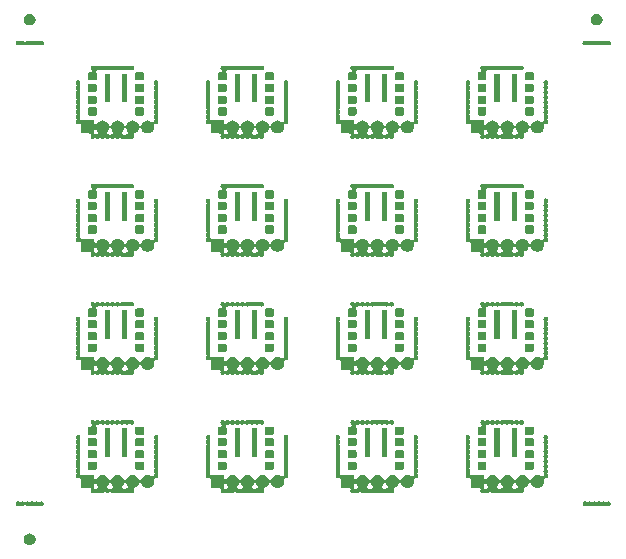
<source format=gbr>
G04 #@! TF.GenerationSoftware,KiCad,Pcbnew,5.0.2-bee76a0~70~ubuntu18.04.1*
G04 #@! TF.CreationDate,2020-02-27T14:19:30+01:00*
G04 #@! TF.ProjectId,output.load_cell_panel,6f757470-7574-42e6-9c6f-61645f63656c,rev?*
G04 #@! TF.SameCoordinates,Original*
G04 #@! TF.FileFunction,Soldermask,Top*
G04 #@! TF.FilePolarity,Negative*
%FSLAX46Y46*%
G04 Gerber Fmt 4.6, Leading zero omitted, Abs format (unit mm)*
G04 Created by KiCad (PCBNEW 5.0.2-bee76a0~70~ubuntu18.04.1) date Thu 27 Feb 2020 02:19:30 PM CET*
%MOMM*%
%LPD*%
G01*
G04 APERTURE LIST*
%ADD10C,0.100000*%
G04 APERTURE END LIST*
D10*
G36*
X126145845Y-109519215D02*
X126236839Y-109556906D01*
X126317640Y-109610896D01*
X126318734Y-109611627D01*
X126388373Y-109681266D01*
X126443095Y-109763163D01*
X126480785Y-109854155D01*
X126500000Y-109950755D01*
X126500000Y-110049245D01*
X126480785Y-110145845D01*
X126443095Y-110236837D01*
X126388373Y-110318734D01*
X126318734Y-110388373D01*
X126318731Y-110388375D01*
X126236839Y-110443094D01*
X126145845Y-110480785D01*
X126049246Y-110500000D01*
X125950754Y-110500000D01*
X125854155Y-110480785D01*
X125763161Y-110443094D01*
X125681269Y-110388375D01*
X125681266Y-110388373D01*
X125611627Y-110318734D01*
X125556905Y-110236837D01*
X125519215Y-110145845D01*
X125500000Y-110049245D01*
X125500000Y-109950755D01*
X125519215Y-109854155D01*
X125556905Y-109763163D01*
X125611627Y-109681266D01*
X125681266Y-109611627D01*
X125682360Y-109610896D01*
X125763161Y-109556906D01*
X125854155Y-109519215D01*
X125950754Y-109500000D01*
X126049246Y-109500000D01*
X126145845Y-109519215D01*
X126145845Y-109519215D01*
G37*
G36*
X125029505Y-106800931D02*
X125058630Y-106806724D01*
X125095209Y-106821876D01*
X125128130Y-106843873D01*
X125128131Y-106843874D01*
X125130554Y-106845493D01*
X125152165Y-106857044D01*
X125175614Y-106864157D01*
X125200000Y-106866559D01*
X125224387Y-106864157D01*
X125247836Y-106857044D01*
X125269446Y-106845493D01*
X125271869Y-106843874D01*
X125271870Y-106843873D01*
X125304791Y-106821876D01*
X125341370Y-106806724D01*
X125370495Y-106800931D01*
X125380202Y-106799000D01*
X125419798Y-106799000D01*
X125429505Y-106800931D01*
X125458630Y-106806724D01*
X125495209Y-106821876D01*
X125528130Y-106843873D01*
X125528131Y-106843874D01*
X125530554Y-106845493D01*
X125552165Y-106857044D01*
X125575614Y-106864157D01*
X125600000Y-106866559D01*
X125624387Y-106864157D01*
X125647836Y-106857044D01*
X125669446Y-106845493D01*
X125671869Y-106843874D01*
X125671870Y-106843873D01*
X125704791Y-106821876D01*
X125741370Y-106806724D01*
X125770495Y-106800931D01*
X125780202Y-106799000D01*
X125819798Y-106799000D01*
X125829505Y-106800931D01*
X125858630Y-106806724D01*
X125895209Y-106821876D01*
X125928130Y-106843873D01*
X125928131Y-106843874D01*
X125930554Y-106845493D01*
X125952165Y-106857044D01*
X125975614Y-106864157D01*
X126000000Y-106866559D01*
X126024387Y-106864157D01*
X126047836Y-106857044D01*
X126069446Y-106845493D01*
X126071869Y-106843874D01*
X126071870Y-106843873D01*
X126104791Y-106821876D01*
X126141370Y-106806724D01*
X126170495Y-106800931D01*
X126180202Y-106799000D01*
X126219798Y-106799000D01*
X126229505Y-106800931D01*
X126258630Y-106806724D01*
X126295209Y-106821876D01*
X126328130Y-106843873D01*
X126328131Y-106843874D01*
X126330554Y-106845493D01*
X126352165Y-106857044D01*
X126375614Y-106864157D01*
X126400000Y-106866559D01*
X126424387Y-106864157D01*
X126447836Y-106857044D01*
X126469446Y-106845493D01*
X126471869Y-106843874D01*
X126471870Y-106843873D01*
X126504791Y-106821876D01*
X126541370Y-106806724D01*
X126570495Y-106800931D01*
X126580202Y-106799000D01*
X126619798Y-106799000D01*
X126629505Y-106800931D01*
X126658630Y-106806724D01*
X126695209Y-106821876D01*
X126728130Y-106843873D01*
X126728131Y-106843874D01*
X126730554Y-106845493D01*
X126752165Y-106857044D01*
X126775614Y-106864157D01*
X126800000Y-106866559D01*
X126824387Y-106864157D01*
X126847836Y-106857044D01*
X126869446Y-106845493D01*
X126871869Y-106843874D01*
X126871870Y-106843873D01*
X126904791Y-106821876D01*
X126941370Y-106806724D01*
X126970495Y-106800931D01*
X126980202Y-106799000D01*
X127019798Y-106799000D01*
X127029505Y-106800931D01*
X127058630Y-106806724D01*
X127095209Y-106821876D01*
X127095211Y-106821877D01*
X127111782Y-106832950D01*
X127128130Y-106843873D01*
X127156127Y-106871870D01*
X127178124Y-106904791D01*
X127193276Y-106941370D01*
X127201000Y-106980203D01*
X127201000Y-107019797D01*
X127193276Y-107058630D01*
X127178124Y-107095209D01*
X127178123Y-107095211D01*
X127156126Y-107128131D01*
X127128131Y-107156126D01*
X127095211Y-107178123D01*
X127095210Y-107178124D01*
X127095209Y-107178124D01*
X127058630Y-107193276D01*
X127029505Y-107199069D01*
X127019798Y-107201000D01*
X126980202Y-107201000D01*
X126970495Y-107199069D01*
X126941370Y-107193276D01*
X126904791Y-107178124D01*
X126871870Y-107156127D01*
X126871869Y-107156126D01*
X126869446Y-107154507D01*
X126847835Y-107142956D01*
X126824386Y-107135843D01*
X126800000Y-107133441D01*
X126775613Y-107135843D01*
X126752164Y-107142956D01*
X126730554Y-107154507D01*
X126728131Y-107156126D01*
X126728130Y-107156127D01*
X126695209Y-107178124D01*
X126658630Y-107193276D01*
X126629505Y-107199069D01*
X126619798Y-107201000D01*
X126580202Y-107201000D01*
X126570495Y-107199069D01*
X126541370Y-107193276D01*
X126504791Y-107178124D01*
X126471870Y-107156127D01*
X126471869Y-107156126D01*
X126469446Y-107154507D01*
X126447835Y-107142956D01*
X126424386Y-107135843D01*
X126400000Y-107133441D01*
X126375613Y-107135843D01*
X126352164Y-107142956D01*
X126330554Y-107154507D01*
X126328131Y-107156126D01*
X126328130Y-107156127D01*
X126295209Y-107178124D01*
X126258630Y-107193276D01*
X126229505Y-107199069D01*
X126219798Y-107201000D01*
X126180202Y-107201000D01*
X126170495Y-107199069D01*
X126141370Y-107193276D01*
X126104791Y-107178124D01*
X126071870Y-107156127D01*
X126071869Y-107156126D01*
X126069446Y-107154507D01*
X126047835Y-107142956D01*
X126024386Y-107135843D01*
X126000000Y-107133441D01*
X125975613Y-107135843D01*
X125952164Y-107142956D01*
X125930554Y-107154507D01*
X125928131Y-107156126D01*
X125928130Y-107156127D01*
X125895209Y-107178124D01*
X125858630Y-107193276D01*
X125829505Y-107199069D01*
X125819798Y-107201000D01*
X125780202Y-107201000D01*
X125770495Y-107199069D01*
X125741370Y-107193276D01*
X125704791Y-107178124D01*
X125671870Y-107156127D01*
X125671869Y-107156126D01*
X125669446Y-107154507D01*
X125647835Y-107142956D01*
X125624386Y-107135843D01*
X125600000Y-107133441D01*
X125575613Y-107135843D01*
X125552164Y-107142956D01*
X125530554Y-107154507D01*
X125528131Y-107156126D01*
X125528130Y-107156127D01*
X125495209Y-107178124D01*
X125458630Y-107193276D01*
X125429505Y-107199069D01*
X125419798Y-107201000D01*
X125380202Y-107201000D01*
X125370495Y-107199069D01*
X125341370Y-107193276D01*
X125304791Y-107178124D01*
X125271870Y-107156127D01*
X125271869Y-107156126D01*
X125269446Y-107154507D01*
X125247835Y-107142956D01*
X125224386Y-107135843D01*
X125200000Y-107133441D01*
X125175613Y-107135843D01*
X125152164Y-107142956D01*
X125130554Y-107154507D01*
X125128131Y-107156126D01*
X125128130Y-107156127D01*
X125095209Y-107178124D01*
X125058630Y-107193276D01*
X125029505Y-107199069D01*
X125019798Y-107201000D01*
X124980202Y-107201000D01*
X124970495Y-107199069D01*
X124941370Y-107193276D01*
X124904791Y-107178124D01*
X124904790Y-107178124D01*
X124904789Y-107178123D01*
X124871869Y-107156126D01*
X124843874Y-107128131D01*
X124821877Y-107095211D01*
X124821876Y-107095209D01*
X124806724Y-107058630D01*
X124799000Y-107019797D01*
X124799000Y-106980203D01*
X124806724Y-106941370D01*
X124821876Y-106904791D01*
X124843873Y-106871870D01*
X124871870Y-106843873D01*
X124888218Y-106832950D01*
X124904789Y-106821877D01*
X124904791Y-106821876D01*
X124941370Y-106806724D01*
X124970495Y-106800931D01*
X124980202Y-106799000D01*
X125019798Y-106799000D01*
X125029505Y-106800931D01*
X125029505Y-106800931D01*
G37*
G36*
X173029505Y-106800931D02*
X173058630Y-106806724D01*
X173095209Y-106821876D01*
X173128130Y-106843873D01*
X173128131Y-106843874D01*
X173130554Y-106845493D01*
X173152165Y-106857044D01*
X173175614Y-106864157D01*
X173200000Y-106866559D01*
X173224387Y-106864157D01*
X173247836Y-106857044D01*
X173269446Y-106845493D01*
X173271869Y-106843874D01*
X173271870Y-106843873D01*
X173304791Y-106821876D01*
X173341370Y-106806724D01*
X173370495Y-106800931D01*
X173380202Y-106799000D01*
X173419798Y-106799000D01*
X173429505Y-106800931D01*
X173458630Y-106806724D01*
X173495209Y-106821876D01*
X173528130Y-106843873D01*
X173528131Y-106843874D01*
X173530554Y-106845493D01*
X173552165Y-106857044D01*
X173575614Y-106864157D01*
X173600000Y-106866559D01*
X173624387Y-106864157D01*
X173647836Y-106857044D01*
X173669446Y-106845493D01*
X173671869Y-106843874D01*
X173671870Y-106843873D01*
X173704791Y-106821876D01*
X173741370Y-106806724D01*
X173770495Y-106800931D01*
X173780202Y-106799000D01*
X173819798Y-106799000D01*
X173829505Y-106800931D01*
X173858630Y-106806724D01*
X173895209Y-106821876D01*
X173928130Y-106843873D01*
X173928131Y-106843874D01*
X173930554Y-106845493D01*
X173952165Y-106857044D01*
X173975614Y-106864157D01*
X174000000Y-106866559D01*
X174024387Y-106864157D01*
X174047836Y-106857044D01*
X174069446Y-106845493D01*
X174071869Y-106843874D01*
X174071870Y-106843873D01*
X174104791Y-106821876D01*
X174141370Y-106806724D01*
X174170495Y-106800931D01*
X174180202Y-106799000D01*
X174219798Y-106799000D01*
X174229505Y-106800931D01*
X174258630Y-106806724D01*
X174295209Y-106821876D01*
X174328130Y-106843873D01*
X174328131Y-106843874D01*
X174330554Y-106845493D01*
X174352165Y-106857044D01*
X174375614Y-106864157D01*
X174400000Y-106866559D01*
X174424387Y-106864157D01*
X174447836Y-106857044D01*
X174469446Y-106845493D01*
X174471869Y-106843874D01*
X174471870Y-106843873D01*
X174504791Y-106821876D01*
X174541370Y-106806724D01*
X174570495Y-106800931D01*
X174580202Y-106799000D01*
X174619798Y-106799000D01*
X174629505Y-106800931D01*
X174658630Y-106806724D01*
X174695209Y-106821876D01*
X174728130Y-106843873D01*
X174728131Y-106843874D01*
X174730554Y-106845493D01*
X174752165Y-106857044D01*
X174775614Y-106864157D01*
X174800000Y-106866559D01*
X174824387Y-106864157D01*
X174847836Y-106857044D01*
X174869446Y-106845493D01*
X174871869Y-106843874D01*
X174871870Y-106843873D01*
X174904791Y-106821876D01*
X174941370Y-106806724D01*
X174970495Y-106800931D01*
X174980202Y-106799000D01*
X175019798Y-106799000D01*
X175029505Y-106800931D01*
X175058630Y-106806724D01*
X175095209Y-106821876D01*
X175095211Y-106821877D01*
X175111782Y-106832950D01*
X175128130Y-106843873D01*
X175156127Y-106871870D01*
X175178124Y-106904791D01*
X175193276Y-106941370D01*
X175201000Y-106980203D01*
X175201000Y-107019797D01*
X175193276Y-107058630D01*
X175178124Y-107095209D01*
X175178123Y-107095211D01*
X175156126Y-107128131D01*
X175128131Y-107156126D01*
X175095211Y-107178123D01*
X175095210Y-107178124D01*
X175095209Y-107178124D01*
X175058630Y-107193276D01*
X175029505Y-107199069D01*
X175019798Y-107201000D01*
X174980202Y-107201000D01*
X174970495Y-107199069D01*
X174941370Y-107193276D01*
X174904791Y-107178124D01*
X174871870Y-107156127D01*
X174871869Y-107156126D01*
X174869446Y-107154507D01*
X174847835Y-107142956D01*
X174824386Y-107135843D01*
X174800000Y-107133441D01*
X174775613Y-107135843D01*
X174752164Y-107142956D01*
X174730554Y-107154507D01*
X174728131Y-107156126D01*
X174728130Y-107156127D01*
X174695209Y-107178124D01*
X174658630Y-107193276D01*
X174629505Y-107199069D01*
X174619798Y-107201000D01*
X174580202Y-107201000D01*
X174570495Y-107199069D01*
X174541370Y-107193276D01*
X174504791Y-107178124D01*
X174471870Y-107156127D01*
X174471869Y-107156126D01*
X174469446Y-107154507D01*
X174447835Y-107142956D01*
X174424386Y-107135843D01*
X174400000Y-107133441D01*
X174375613Y-107135843D01*
X174352164Y-107142956D01*
X174330554Y-107154507D01*
X174328131Y-107156126D01*
X174328130Y-107156127D01*
X174295209Y-107178124D01*
X174258630Y-107193276D01*
X174229505Y-107199069D01*
X174219798Y-107201000D01*
X174180202Y-107201000D01*
X174170495Y-107199069D01*
X174141370Y-107193276D01*
X174104791Y-107178124D01*
X174071870Y-107156127D01*
X174071869Y-107156126D01*
X174069446Y-107154507D01*
X174047835Y-107142956D01*
X174024386Y-107135843D01*
X174000000Y-107133441D01*
X173975613Y-107135843D01*
X173952164Y-107142956D01*
X173930554Y-107154507D01*
X173928131Y-107156126D01*
X173928130Y-107156127D01*
X173895209Y-107178124D01*
X173858630Y-107193276D01*
X173829505Y-107199069D01*
X173819798Y-107201000D01*
X173780202Y-107201000D01*
X173770495Y-107199069D01*
X173741370Y-107193276D01*
X173704791Y-107178124D01*
X173671870Y-107156127D01*
X173671869Y-107156126D01*
X173669446Y-107154507D01*
X173647835Y-107142956D01*
X173624386Y-107135843D01*
X173600000Y-107133441D01*
X173575613Y-107135843D01*
X173552164Y-107142956D01*
X173530554Y-107154507D01*
X173528131Y-107156126D01*
X173528130Y-107156127D01*
X173495209Y-107178124D01*
X173458630Y-107193276D01*
X173429505Y-107199069D01*
X173419798Y-107201000D01*
X173380202Y-107201000D01*
X173370495Y-107199069D01*
X173341370Y-107193276D01*
X173304791Y-107178124D01*
X173271870Y-107156127D01*
X173271869Y-107156126D01*
X173269446Y-107154507D01*
X173247835Y-107142956D01*
X173224386Y-107135843D01*
X173200000Y-107133441D01*
X173175613Y-107135843D01*
X173152164Y-107142956D01*
X173130554Y-107154507D01*
X173128131Y-107156126D01*
X173128130Y-107156127D01*
X173095209Y-107178124D01*
X173058630Y-107193276D01*
X173029505Y-107199069D01*
X173019798Y-107201000D01*
X172980202Y-107201000D01*
X172970495Y-107199069D01*
X172941370Y-107193276D01*
X172904791Y-107178124D01*
X172904790Y-107178124D01*
X172904789Y-107178123D01*
X172871869Y-107156126D01*
X172843874Y-107128131D01*
X172821877Y-107095211D01*
X172821876Y-107095209D01*
X172806724Y-107058630D01*
X172799000Y-107019797D01*
X172799000Y-106980203D01*
X172806724Y-106941370D01*
X172821876Y-106904791D01*
X172843873Y-106871870D01*
X172871870Y-106843873D01*
X172888218Y-106832950D01*
X172904789Y-106821877D01*
X172904791Y-106821876D01*
X172941370Y-106806724D01*
X172970495Y-106800931D01*
X172980202Y-106799000D01*
X173019798Y-106799000D01*
X173029505Y-106800931D01*
X173029505Y-106800931D01*
G37*
G36*
X158729505Y-101150925D02*
X158758630Y-101156718D01*
X158795209Y-101171870D01*
X158795211Y-101171871D01*
X158811782Y-101182944D01*
X158828130Y-101193867D01*
X158856127Y-101221864D01*
X158878124Y-101254785D01*
X158893276Y-101291364D01*
X158901000Y-101330197D01*
X158901000Y-101369791D01*
X158893276Y-101408624D01*
X158878124Y-101445203D01*
X158856127Y-101478124D01*
X158856125Y-101478126D01*
X158850330Y-101486799D01*
X158838779Y-101508410D01*
X158831666Y-101531859D01*
X158829264Y-101556245D01*
X158831666Y-101580631D01*
X158838779Y-101604080D01*
X158850331Y-101625692D01*
X158856125Y-101634363D01*
X158856127Y-101634365D01*
X158878124Y-101667286D01*
X158893276Y-101703865D01*
X158901000Y-101742698D01*
X158901000Y-101782292D01*
X158893276Y-101821125D01*
X158878124Y-101857704D01*
X158856127Y-101890625D01*
X158856125Y-101890627D01*
X158850330Y-101899300D01*
X158838779Y-101920911D01*
X158831666Y-101944360D01*
X158829264Y-101968746D01*
X158831666Y-101993132D01*
X158838779Y-102016581D01*
X158850331Y-102038193D01*
X158856125Y-102046864D01*
X158856127Y-102046866D01*
X158878124Y-102079787D01*
X158893276Y-102116366D01*
X158901000Y-102155199D01*
X158901000Y-102194793D01*
X158893276Y-102233626D01*
X158878124Y-102270205D01*
X158856127Y-102303126D01*
X158856125Y-102303128D01*
X158850330Y-102311801D01*
X158838779Y-102333412D01*
X158831666Y-102356861D01*
X158829264Y-102381247D01*
X158831666Y-102405633D01*
X158838779Y-102429082D01*
X158850331Y-102450694D01*
X158856125Y-102459365D01*
X158856127Y-102459367D01*
X158878124Y-102492288D01*
X158893276Y-102528867D01*
X158901000Y-102567700D01*
X158901000Y-102607294D01*
X158893276Y-102646127D01*
X158878124Y-102682706D01*
X158856127Y-102715627D01*
X158856125Y-102715629D01*
X158850330Y-102724302D01*
X158838779Y-102745913D01*
X158831666Y-102769362D01*
X158829264Y-102793748D01*
X158831666Y-102818134D01*
X158838779Y-102841583D01*
X158850331Y-102863195D01*
X158856125Y-102871866D01*
X158856127Y-102871868D01*
X158878124Y-102904789D01*
X158893276Y-102941368D01*
X158901000Y-102980201D01*
X158901000Y-103019795D01*
X158893276Y-103058628D01*
X158878124Y-103095207D01*
X158856127Y-103128128D01*
X158856125Y-103128130D01*
X158850330Y-103136803D01*
X158838779Y-103158414D01*
X158831666Y-103181863D01*
X158829264Y-103206249D01*
X158831666Y-103230635D01*
X158838779Y-103254084D01*
X158850331Y-103275696D01*
X158856125Y-103284367D01*
X158856127Y-103284369D01*
X158878124Y-103317290D01*
X158893276Y-103353869D01*
X158901000Y-103392702D01*
X158901000Y-103432296D01*
X158893276Y-103471129D01*
X158878124Y-103507708D01*
X158856127Y-103540629D01*
X158856125Y-103540631D01*
X158850330Y-103549304D01*
X158838779Y-103570915D01*
X158831666Y-103594364D01*
X158829264Y-103618750D01*
X158831666Y-103643136D01*
X158838779Y-103666585D01*
X158850331Y-103688197D01*
X158856125Y-103696868D01*
X158856127Y-103696870D01*
X158878124Y-103729791D01*
X158893276Y-103766370D01*
X158901000Y-103805203D01*
X158901000Y-103844797D01*
X158893276Y-103883630D01*
X158878124Y-103920209D01*
X158856127Y-103953130D01*
X158856125Y-103953132D01*
X158850331Y-103961803D01*
X158838779Y-103983414D01*
X158831666Y-104006863D01*
X158829264Y-104031249D01*
X158831666Y-104055635D01*
X158838779Y-104079084D01*
X158850330Y-104100696D01*
X158856125Y-104109369D01*
X158856127Y-104109371D01*
X158878124Y-104142292D01*
X158893276Y-104178871D01*
X158901000Y-104217704D01*
X158901000Y-104257298D01*
X158893276Y-104296131D01*
X158878124Y-104332710D01*
X158856127Y-104365631D01*
X158856125Y-104365633D01*
X158850330Y-104374306D01*
X158838779Y-104395917D01*
X158831666Y-104419366D01*
X158829264Y-104443752D01*
X158831666Y-104468138D01*
X158838779Y-104491587D01*
X158850331Y-104513199D01*
X158856125Y-104521870D01*
X158856127Y-104521872D01*
X158878124Y-104554793D01*
X158893276Y-104591372D01*
X158901000Y-104630205D01*
X158901000Y-104669799D01*
X158893276Y-104708632D01*
X158878124Y-104745211D01*
X158878123Y-104745213D01*
X158878120Y-104745217D01*
X158856127Y-104778132D01*
X158828130Y-104806129D01*
X158828124Y-104806133D01*
X158795211Y-104828125D01*
X158795210Y-104828126D01*
X158795209Y-104828126D01*
X158758630Y-104843278D01*
X158729505Y-104849071D01*
X158719798Y-104851002D01*
X158680202Y-104851002D01*
X158671027Y-104849177D01*
X158646641Y-104846775D01*
X158622254Y-104849177D01*
X158598805Y-104856290D01*
X158577194Y-104867842D01*
X158558252Y-104883387D01*
X158542707Y-104902329D01*
X158531156Y-104923940D01*
X158524043Y-104947389D01*
X158522243Y-104984027D01*
X158523027Y-104991984D01*
X158523027Y-104991985D01*
X158533666Y-105100000D01*
X158523027Y-105208015D01*
X158491521Y-105311879D01*
X158440356Y-105407600D01*
X158371501Y-105491501D01*
X158287600Y-105560356D01*
X158191879Y-105611521D01*
X158088015Y-105643027D01*
X158007067Y-105651000D01*
X157952933Y-105651000D01*
X157871985Y-105643027D01*
X157768121Y-105611521D01*
X157672400Y-105560356D01*
X157588499Y-105491501D01*
X157519644Y-105407600D01*
X157468479Y-105311879D01*
X157464615Y-105299142D01*
X157455240Y-105276507D01*
X157441626Y-105256133D01*
X157424299Y-105238806D01*
X157403924Y-105225192D01*
X157381285Y-105215814D01*
X157357252Y-105211034D01*
X157332748Y-105211034D01*
X157308714Y-105215815D01*
X157286075Y-105225192D01*
X157265701Y-105238806D01*
X157248374Y-105256133D01*
X157234760Y-105276508D01*
X157225385Y-105299142D01*
X157221521Y-105311879D01*
X157170356Y-105407600D01*
X157101501Y-105491501D01*
X157017600Y-105560356D01*
X156921879Y-105611521D01*
X156897819Y-105618819D01*
X156875193Y-105628192D01*
X156854819Y-105641806D01*
X156837492Y-105659133D01*
X156823878Y-105679507D01*
X156814500Y-105702146D01*
X156809720Y-105726180D01*
X156809720Y-105750684D01*
X156814500Y-105774718D01*
X156823878Y-105797357D01*
X156827645Y-105803641D01*
X156828120Y-105804788D01*
X156828122Y-105804791D01*
X156843274Y-105841370D01*
X156850998Y-105880203D01*
X156850998Y-105919797D01*
X156843274Y-105958630D01*
X156828122Y-105995209D01*
X156828121Y-105995211D01*
X156806124Y-106028131D01*
X156778129Y-106056126D01*
X156745209Y-106078123D01*
X156745208Y-106078124D01*
X156745207Y-106078124D01*
X156708628Y-106093276D01*
X156679503Y-106099069D01*
X156669796Y-106101000D01*
X156630200Y-106101000D01*
X156620493Y-106099069D01*
X156591368Y-106093276D01*
X156554789Y-106078124D01*
X156521868Y-106056127D01*
X156521866Y-106056125D01*
X156513195Y-106050331D01*
X156491584Y-106038779D01*
X156468135Y-106031666D01*
X156443749Y-106029264D01*
X156419363Y-106031666D01*
X156395914Y-106038779D01*
X156374301Y-106050331D01*
X156365630Y-106056125D01*
X156365628Y-106056127D01*
X156332707Y-106078124D01*
X156296128Y-106093276D01*
X156267003Y-106099069D01*
X156257296Y-106101000D01*
X156217700Y-106101000D01*
X156207993Y-106099069D01*
X156178868Y-106093276D01*
X156142289Y-106078124D01*
X156109368Y-106056127D01*
X156109366Y-106056125D01*
X156100695Y-106050331D01*
X156079084Y-106038779D01*
X156055635Y-106031666D01*
X156031249Y-106029264D01*
X156006863Y-106031666D01*
X155983414Y-106038779D01*
X155961801Y-106050331D01*
X155953130Y-106056125D01*
X155953128Y-106056127D01*
X155920207Y-106078124D01*
X155883628Y-106093276D01*
X155854503Y-106099069D01*
X155844796Y-106101000D01*
X155805200Y-106101000D01*
X155795493Y-106099069D01*
X155766368Y-106093276D01*
X155729789Y-106078124D01*
X155696868Y-106056127D01*
X155696866Y-106056125D01*
X155688195Y-106050331D01*
X155666584Y-106038779D01*
X155643135Y-106031666D01*
X155618749Y-106029264D01*
X155594363Y-106031666D01*
X155570914Y-106038779D01*
X155549301Y-106050331D01*
X155540630Y-106056125D01*
X155540628Y-106056127D01*
X155507707Y-106078124D01*
X155471128Y-106093276D01*
X155442003Y-106099069D01*
X155432296Y-106101000D01*
X155392700Y-106101000D01*
X155382993Y-106099069D01*
X155353868Y-106093276D01*
X155317289Y-106078124D01*
X155284368Y-106056127D01*
X155284366Y-106056125D01*
X155275695Y-106050331D01*
X155254084Y-106038779D01*
X155230635Y-106031666D01*
X155206249Y-106029264D01*
X155181863Y-106031666D01*
X155158414Y-106038779D01*
X155136801Y-106050331D01*
X155128130Y-106056125D01*
X155128128Y-106056127D01*
X155095207Y-106078124D01*
X155058628Y-106093276D01*
X155029503Y-106099069D01*
X155019796Y-106101000D01*
X154980200Y-106101000D01*
X154970493Y-106099069D01*
X154941368Y-106093276D01*
X154904789Y-106078124D01*
X154871868Y-106056127D01*
X154871866Y-106056125D01*
X154863195Y-106050331D01*
X154841584Y-106038779D01*
X154818135Y-106031666D01*
X154793749Y-106029264D01*
X154769363Y-106031666D01*
X154745914Y-106038779D01*
X154724301Y-106050331D01*
X154715630Y-106056125D01*
X154715628Y-106056127D01*
X154682707Y-106078124D01*
X154646128Y-106093276D01*
X154617003Y-106099069D01*
X154607296Y-106101000D01*
X154567700Y-106101000D01*
X154557993Y-106099069D01*
X154528868Y-106093276D01*
X154492289Y-106078124D01*
X154459368Y-106056127D01*
X154459366Y-106056125D01*
X154450695Y-106050331D01*
X154429084Y-106038779D01*
X154405635Y-106031666D01*
X154381249Y-106029264D01*
X154356863Y-106031666D01*
X154333414Y-106038779D01*
X154311801Y-106050331D01*
X154303130Y-106056125D01*
X154303128Y-106056127D01*
X154270207Y-106078124D01*
X154233628Y-106093276D01*
X154204503Y-106099069D01*
X154194796Y-106101000D01*
X154155200Y-106101000D01*
X154145493Y-106099069D01*
X154116368Y-106093276D01*
X154079789Y-106078124D01*
X154046868Y-106056127D01*
X154046866Y-106056125D01*
X154038195Y-106050331D01*
X154016584Y-106038779D01*
X153993135Y-106031666D01*
X153968749Y-106029264D01*
X153944363Y-106031666D01*
X153920914Y-106038779D01*
X153899301Y-106050331D01*
X153890630Y-106056125D01*
X153890628Y-106056127D01*
X153857707Y-106078124D01*
X153821128Y-106093276D01*
X153792003Y-106099069D01*
X153782296Y-106101000D01*
X153742700Y-106101000D01*
X153732993Y-106099069D01*
X153703868Y-106093276D01*
X153667289Y-106078124D01*
X153634368Y-106056127D01*
X153634366Y-106056125D01*
X153625695Y-106050331D01*
X153604084Y-106038779D01*
X153580635Y-106031666D01*
X153556249Y-106029264D01*
X153531863Y-106031666D01*
X153508414Y-106038779D01*
X153486801Y-106050331D01*
X153478130Y-106056125D01*
X153478128Y-106056127D01*
X153445207Y-106078124D01*
X153408628Y-106093276D01*
X153379503Y-106099069D01*
X153369796Y-106101000D01*
X153330200Y-106101000D01*
X153320493Y-106099069D01*
X153291368Y-106093276D01*
X153254789Y-106078124D01*
X153254788Y-106078124D01*
X153254787Y-106078123D01*
X153221867Y-106056126D01*
X153193872Y-106028131D01*
X153171875Y-105995211D01*
X153171874Y-105995209D01*
X153156722Y-105958630D01*
X153148998Y-105919797D01*
X153148998Y-105880203D01*
X153156722Y-105841370D01*
X153163986Y-105823834D01*
X153171099Y-105800388D01*
X153173501Y-105776002D01*
X153171100Y-105751616D01*
X153163987Y-105728166D01*
X153152436Y-105706555D01*
X153136891Y-105687613D01*
X153117949Y-105672067D01*
X153096338Y-105660516D01*
X153072889Y-105653402D01*
X153048501Y-105651000D01*
X152349000Y-105651000D01*
X152349000Y-105422738D01*
X153451000Y-105422738D01*
X153451000Y-105632538D01*
X153453402Y-105656924D01*
X153460515Y-105680373D01*
X153472066Y-105701984D01*
X153487612Y-105720926D01*
X153506554Y-105736472D01*
X153528165Y-105748023D01*
X153551614Y-105755136D01*
X153576000Y-105757538D01*
X153600386Y-105755136D01*
X153623835Y-105748023D01*
X153645442Y-105736474D01*
X153667289Y-105721876D01*
X153703868Y-105706724D01*
X153715820Y-105704347D01*
X153739268Y-105697233D01*
X153760879Y-105685682D01*
X153779821Y-105670136D01*
X153795366Y-105651194D01*
X153806917Y-105629583D01*
X153814029Y-105606134D01*
X153816431Y-105581747D01*
X153815066Y-105567886D01*
X154526064Y-105567886D01*
X154526064Y-105592390D01*
X154530844Y-105616423D01*
X154540222Y-105639062D01*
X154553836Y-105659437D01*
X154571163Y-105676764D01*
X154591537Y-105690378D01*
X154614176Y-105699755D01*
X154626073Y-105702735D01*
X154632810Y-105704075D01*
X154646125Y-105706723D01*
X154646127Y-105706724D01*
X154646128Y-105706724D01*
X154682707Y-105721876D01*
X154715628Y-105743873D01*
X154715630Y-105743875D01*
X154724301Y-105749669D01*
X154745912Y-105761221D01*
X154769361Y-105768334D01*
X154793747Y-105770736D01*
X154818133Y-105768334D01*
X154841582Y-105761221D01*
X154863195Y-105749669D01*
X154871866Y-105743875D01*
X154871868Y-105743873D01*
X154904789Y-105721876D01*
X154941368Y-105706724D01*
X154941369Y-105706724D01*
X154941371Y-105706723D01*
X154968548Y-105701318D01*
X154980201Y-105699000D01*
X154980202Y-105699000D01*
X154980765Y-105698888D01*
X155004214Y-105691775D01*
X155025825Y-105680225D01*
X155044767Y-105664679D01*
X155060313Y-105645737D01*
X155071864Y-105624127D01*
X155078978Y-105600678D01*
X155079281Y-105597598D01*
X155789780Y-105597598D01*
X155794560Y-105621632D01*
X155803936Y-105644271D01*
X155817549Y-105664646D01*
X155834875Y-105681974D01*
X155855249Y-105695589D01*
X155872375Y-105701718D01*
X155872253Y-105702013D01*
X155883624Y-105706723D01*
X155883628Y-105706724D01*
X155920207Y-105721876D01*
X155953128Y-105743873D01*
X155953130Y-105743875D01*
X155961801Y-105749669D01*
X155983412Y-105761221D01*
X156006861Y-105768334D01*
X156031247Y-105770736D01*
X156055633Y-105768334D01*
X156079082Y-105761221D01*
X156100695Y-105749669D01*
X156109366Y-105743875D01*
X156109368Y-105743873D01*
X156142289Y-105721876D01*
X156178868Y-105706724D01*
X156213905Y-105699755D01*
X156217700Y-105699000D01*
X156224501Y-105699000D01*
X156248887Y-105696598D01*
X156272336Y-105689485D01*
X156293947Y-105677934D01*
X156312889Y-105662388D01*
X156328435Y-105643446D01*
X156339986Y-105621835D01*
X156347099Y-105598386D01*
X156349501Y-105574000D01*
X156347099Y-105549614D01*
X156339986Y-105526165D01*
X156328435Y-105504554D01*
X156321127Y-105494700D01*
X156318507Y-105491508D01*
X156318499Y-105491501D01*
X156249644Y-105407600D01*
X156198479Y-105311879D01*
X156194615Y-105299142D01*
X156185240Y-105276507D01*
X156171626Y-105256133D01*
X156154299Y-105238806D01*
X156133924Y-105225192D01*
X156111285Y-105215814D01*
X156087252Y-105211034D01*
X156062748Y-105211034D01*
X156038714Y-105215815D01*
X156016075Y-105225192D01*
X155995701Y-105238806D01*
X155978374Y-105256133D01*
X155964760Y-105276508D01*
X155955385Y-105299142D01*
X155951521Y-105311879D01*
X155900356Y-105407600D01*
X155831501Y-105491501D01*
X155831499Y-105491503D01*
X155828728Y-105494879D01*
X155817557Y-105506048D01*
X155803942Y-105526422D01*
X155794563Y-105549061D01*
X155789782Y-105573094D01*
X155789780Y-105597598D01*
X155079281Y-105597598D01*
X155081380Y-105576291D01*
X155078978Y-105551905D01*
X155071865Y-105528456D01*
X155060315Y-105506845D01*
X155053006Y-105496991D01*
X155048503Y-105491505D01*
X155048499Y-105491501D01*
X154979644Y-105407600D01*
X154928479Y-105311879D01*
X154924615Y-105299142D01*
X154915240Y-105276507D01*
X154901626Y-105256133D01*
X154884299Y-105238806D01*
X154863924Y-105225192D01*
X154841285Y-105215814D01*
X154817252Y-105211034D01*
X154792748Y-105211034D01*
X154768714Y-105215815D01*
X154746075Y-105225192D01*
X154725701Y-105238806D01*
X154708374Y-105256133D01*
X154694760Y-105276508D01*
X154685385Y-105299142D01*
X154681521Y-105311879D01*
X154630356Y-105407600D01*
X154561501Y-105491501D01*
X154561497Y-105491505D01*
X154553836Y-105500839D01*
X154540222Y-105521213D01*
X154530845Y-105543852D01*
X154526064Y-105567886D01*
X153815066Y-105567886D01*
X153814029Y-105557361D01*
X153806915Y-105533912D01*
X153795364Y-105512301D01*
X153786186Y-105501118D01*
X153786310Y-105501017D01*
X153778503Y-105491504D01*
X153778499Y-105491501D01*
X153709644Y-105407600D01*
X153686234Y-105363805D01*
X153672626Y-105343439D01*
X153655299Y-105326111D01*
X153634924Y-105312498D01*
X153612285Y-105303120D01*
X153588252Y-105298340D01*
X153563748Y-105298340D01*
X153539714Y-105303121D01*
X153517075Y-105312498D01*
X153496701Y-105326112D01*
X153479373Y-105343439D01*
X153465760Y-105363814D01*
X153456382Y-105386453D01*
X153451000Y-105422738D01*
X152349000Y-105422738D01*
X152349000Y-104951503D01*
X152346598Y-104927117D01*
X152339485Y-104903668D01*
X152327934Y-104882057D01*
X152312388Y-104863115D01*
X152293446Y-104847569D01*
X152271835Y-104836018D01*
X152248386Y-104828905D01*
X152224000Y-104826503D01*
X152199614Y-104828905D01*
X152176166Y-104836018D01*
X152158630Y-104843282D01*
X152141069Y-104846775D01*
X152119798Y-104851006D01*
X152080202Y-104851006D01*
X152070495Y-104849075D01*
X152041370Y-104843282D01*
X152004791Y-104828130D01*
X152004790Y-104828130D01*
X152004789Y-104828129D01*
X151971869Y-104806132D01*
X151943874Y-104778137D01*
X151943871Y-104778132D01*
X151921876Y-104745215D01*
X151906724Y-104708636D01*
X151899000Y-104669803D01*
X151899000Y-104630209D01*
X151906724Y-104591376D01*
X151921876Y-104554797D01*
X151943873Y-104521876D01*
X151943875Y-104521874D01*
X151949670Y-104513201D01*
X151961221Y-104491590D01*
X151968334Y-104468141D01*
X151970736Y-104443755D01*
X151968334Y-104419369D01*
X151961221Y-104395920D01*
X151949669Y-104374308D01*
X151943875Y-104365637D01*
X151943873Y-104365635D01*
X151921876Y-104332714D01*
X151906724Y-104296135D01*
X151899000Y-104257302D01*
X151899000Y-104217708D01*
X151906724Y-104178875D01*
X151921876Y-104142296D01*
X151943873Y-104109375D01*
X151943875Y-104109373D01*
X151949669Y-104100702D01*
X151961221Y-104079091D01*
X151968334Y-104055642D01*
X151970736Y-104031256D01*
X151968334Y-104006870D01*
X151961221Y-103983421D01*
X151949670Y-103961809D01*
X151943875Y-103953136D01*
X151943873Y-103953134D01*
X151921876Y-103920213D01*
X151906724Y-103883634D01*
X151899000Y-103844801D01*
X151899000Y-103805207D01*
X151906724Y-103766374D01*
X151921876Y-103729795D01*
X151943873Y-103696874D01*
X151943875Y-103696872D01*
X151949669Y-103688201D01*
X151961221Y-103666590D01*
X151968334Y-103643141D01*
X151970736Y-103618755D01*
X151968334Y-103594369D01*
X151961221Y-103570920D01*
X151949670Y-103549308D01*
X151943875Y-103540635D01*
X151943873Y-103540633D01*
X151921876Y-103507712D01*
X151906724Y-103471133D01*
X151899000Y-103432300D01*
X151899000Y-103392706D01*
X151906724Y-103353873D01*
X151921876Y-103317294D01*
X151943873Y-103284373D01*
X151943875Y-103284371D01*
X151949669Y-103275700D01*
X151961221Y-103254089D01*
X151968334Y-103230640D01*
X151970736Y-103206254D01*
X151968334Y-103181868D01*
X151961221Y-103158419D01*
X151949670Y-103136807D01*
X151943875Y-103128134D01*
X151943873Y-103128132D01*
X151921876Y-103095211D01*
X151906724Y-103058632D01*
X151899000Y-103019799D01*
X151899000Y-102980205D01*
X151906724Y-102941372D01*
X151921876Y-102904793D01*
X151943873Y-102871872D01*
X151943875Y-102871870D01*
X151949669Y-102863199D01*
X151961221Y-102841588D01*
X151968334Y-102818139D01*
X151970736Y-102793753D01*
X151968334Y-102769367D01*
X151961221Y-102745918D01*
X151949670Y-102724306D01*
X151943875Y-102715633D01*
X151943873Y-102715631D01*
X151921876Y-102682710D01*
X151906724Y-102646131D01*
X151899000Y-102607298D01*
X151899000Y-102567704D01*
X151906724Y-102528871D01*
X151921876Y-102492292D01*
X151943873Y-102459371D01*
X151943875Y-102459369D01*
X151949670Y-102450696D01*
X151961221Y-102429085D01*
X151968334Y-102405636D01*
X151970736Y-102381250D01*
X151968334Y-102356864D01*
X151961221Y-102333415D01*
X151949669Y-102311803D01*
X151943875Y-102303132D01*
X151943873Y-102303130D01*
X151921876Y-102270209D01*
X151906724Y-102233630D01*
X151899000Y-102194797D01*
X151899000Y-102155203D01*
X151906724Y-102116370D01*
X151921876Y-102079791D01*
X151943873Y-102046870D01*
X151943875Y-102046868D01*
X151949669Y-102038197D01*
X151961221Y-102016586D01*
X151968334Y-101993137D01*
X151970736Y-101968751D01*
X151968334Y-101944365D01*
X151961221Y-101920916D01*
X151949670Y-101899304D01*
X151943875Y-101890631D01*
X151943873Y-101890629D01*
X151921876Y-101857708D01*
X151906724Y-101821129D01*
X151899000Y-101782296D01*
X151899000Y-101742702D01*
X151906724Y-101703869D01*
X151921876Y-101667290D01*
X151943873Y-101634369D01*
X151943875Y-101634367D01*
X151949670Y-101625694D01*
X151961221Y-101604083D01*
X151968334Y-101580634D01*
X151970736Y-101556248D01*
X151968334Y-101531862D01*
X151961221Y-101508413D01*
X151949669Y-101486801D01*
X151943875Y-101478130D01*
X151943873Y-101478128D01*
X151921876Y-101445207D01*
X151906724Y-101408628D01*
X151899000Y-101369795D01*
X151899000Y-101330201D01*
X151906724Y-101291368D01*
X151921876Y-101254789D01*
X151921879Y-101254785D01*
X151943874Y-101221867D01*
X151971869Y-101193872D01*
X151971875Y-101193868D01*
X151988218Y-101182948D01*
X152004789Y-101171875D01*
X152004791Y-101171874D01*
X152041370Y-101156722D01*
X152070495Y-101150929D01*
X152080202Y-101148998D01*
X152119798Y-101148998D01*
X152129505Y-101150929D01*
X152158630Y-101156722D01*
X152195209Y-101171874D01*
X152195211Y-101171875D01*
X152211782Y-101182948D01*
X152228126Y-101193868D01*
X152228131Y-101193872D01*
X152256126Y-101221867D01*
X152278122Y-101254785D01*
X152278124Y-101254789D01*
X152293276Y-101291368D01*
X152301000Y-101330201D01*
X152301000Y-101369795D01*
X152293276Y-101408628D01*
X152278124Y-101445207D01*
X152256127Y-101478128D01*
X152256125Y-101478130D01*
X152250330Y-101486803D01*
X152238779Y-101508414D01*
X152231666Y-101531863D01*
X152229264Y-101556249D01*
X152231666Y-101580635D01*
X152238779Y-101604084D01*
X152250331Y-101625696D01*
X152256125Y-101634367D01*
X152256127Y-101634369D01*
X152278124Y-101667290D01*
X152293276Y-101703869D01*
X152301000Y-101742702D01*
X152301000Y-101782296D01*
X152293276Y-101821129D01*
X152278124Y-101857708D01*
X152256127Y-101890629D01*
X152256125Y-101890631D01*
X152250330Y-101899304D01*
X152238779Y-101920915D01*
X152231666Y-101944364D01*
X152229264Y-101968750D01*
X152231666Y-101993136D01*
X152238779Y-102016585D01*
X152250331Y-102038197D01*
X152256125Y-102046868D01*
X152256127Y-102046870D01*
X152278124Y-102079791D01*
X152293276Y-102116370D01*
X152301000Y-102155203D01*
X152301000Y-102194797D01*
X152293276Y-102233630D01*
X152278124Y-102270209D01*
X152256127Y-102303130D01*
X152256125Y-102303132D01*
X152250330Y-102311805D01*
X152238779Y-102333416D01*
X152231666Y-102356865D01*
X152229264Y-102381251D01*
X152231666Y-102405637D01*
X152238779Y-102429086D01*
X152250331Y-102450698D01*
X152256125Y-102459369D01*
X152256127Y-102459371D01*
X152278124Y-102492292D01*
X152293276Y-102528871D01*
X152301000Y-102567704D01*
X152301000Y-102607298D01*
X152293276Y-102646131D01*
X152278124Y-102682710D01*
X152256127Y-102715631D01*
X152256125Y-102715633D01*
X152250330Y-102724306D01*
X152238779Y-102745917D01*
X152231666Y-102769366D01*
X152229264Y-102793752D01*
X152231666Y-102818138D01*
X152238779Y-102841587D01*
X152250331Y-102863199D01*
X152256125Y-102871870D01*
X152256127Y-102871872D01*
X152278124Y-102904793D01*
X152293276Y-102941372D01*
X152301000Y-102980205D01*
X152301000Y-103019799D01*
X152293276Y-103058632D01*
X152278124Y-103095211D01*
X152256127Y-103128132D01*
X152256125Y-103128134D01*
X152250330Y-103136807D01*
X152238779Y-103158418D01*
X152231666Y-103181867D01*
X152229264Y-103206253D01*
X152231666Y-103230639D01*
X152238779Y-103254088D01*
X152250331Y-103275700D01*
X152256125Y-103284371D01*
X152256127Y-103284373D01*
X152278124Y-103317294D01*
X152293276Y-103353873D01*
X152301000Y-103392706D01*
X152301000Y-103432300D01*
X152293276Y-103471133D01*
X152278124Y-103507712D01*
X152256127Y-103540633D01*
X152256125Y-103540635D01*
X152250330Y-103549308D01*
X152238779Y-103570919D01*
X152231666Y-103594368D01*
X152229264Y-103618754D01*
X152231666Y-103643140D01*
X152238779Y-103666589D01*
X152250331Y-103688201D01*
X152256125Y-103696872D01*
X152256127Y-103696874D01*
X152278124Y-103729795D01*
X152293276Y-103766374D01*
X152301000Y-103805207D01*
X152301000Y-103844801D01*
X152293276Y-103883634D01*
X152278124Y-103920213D01*
X152256127Y-103953134D01*
X152256125Y-103953136D01*
X152250330Y-103961809D01*
X152238779Y-103983420D01*
X152231666Y-104006869D01*
X152229264Y-104031255D01*
X152231666Y-104055641D01*
X152238779Y-104079090D01*
X152250331Y-104100702D01*
X152256125Y-104109373D01*
X152256127Y-104109375D01*
X152278124Y-104142296D01*
X152293276Y-104178875D01*
X152301000Y-104217708D01*
X152301000Y-104257302D01*
X152293276Y-104296135D01*
X152278124Y-104332714D01*
X152263528Y-104354558D01*
X152251980Y-104376163D01*
X152244866Y-104399612D01*
X152242464Y-104423999D01*
X152244866Y-104448385D01*
X152251979Y-104471834D01*
X152263530Y-104493445D01*
X152279075Y-104512387D01*
X152298017Y-104527933D01*
X152319627Y-104539484D01*
X152343076Y-104546598D01*
X152367464Y-104549000D01*
X153451000Y-104549000D01*
X153451000Y-104777262D01*
X153453402Y-104801648D01*
X153460515Y-104825097D01*
X153472066Y-104846708D01*
X153487612Y-104865650D01*
X153506554Y-104881196D01*
X153528165Y-104892747D01*
X153551614Y-104899860D01*
X153576000Y-104902262D01*
X153600386Y-104899860D01*
X153623835Y-104892747D01*
X153645446Y-104881196D01*
X153664388Y-104865650D01*
X153686236Y-104836192D01*
X153709644Y-104792400D01*
X153778499Y-104708499D01*
X153862400Y-104639644D01*
X153958121Y-104588479D01*
X154061985Y-104556973D01*
X154142933Y-104549000D01*
X154197067Y-104549000D01*
X154278015Y-104556973D01*
X154381879Y-104588479D01*
X154477600Y-104639644D01*
X154561501Y-104708499D01*
X154630356Y-104792400D01*
X154681521Y-104888121D01*
X154685383Y-104900854D01*
X154694760Y-104923493D01*
X154708374Y-104943867D01*
X154725701Y-104961194D01*
X154746076Y-104974808D01*
X154768715Y-104984186D01*
X154792748Y-104988966D01*
X154817252Y-104988966D01*
X154841286Y-104984185D01*
X154863925Y-104974808D01*
X154884299Y-104961194D01*
X154901626Y-104943867D01*
X154915240Y-104923492D01*
X154924617Y-104900854D01*
X154928479Y-104888121D01*
X154979644Y-104792400D01*
X155048499Y-104708499D01*
X155132400Y-104639644D01*
X155228121Y-104588479D01*
X155331985Y-104556973D01*
X155412933Y-104549000D01*
X155467067Y-104549000D01*
X155548015Y-104556973D01*
X155651879Y-104588479D01*
X155747600Y-104639644D01*
X155831501Y-104708499D01*
X155900356Y-104792400D01*
X155951521Y-104888121D01*
X155955383Y-104900854D01*
X155964760Y-104923493D01*
X155978374Y-104943867D01*
X155995701Y-104961194D01*
X156016076Y-104974808D01*
X156038715Y-104984186D01*
X156062748Y-104988966D01*
X156087252Y-104988966D01*
X156111286Y-104984185D01*
X156133925Y-104974808D01*
X156154299Y-104961194D01*
X156171626Y-104943867D01*
X156185240Y-104923492D01*
X156194617Y-104900854D01*
X156198479Y-104888121D01*
X156249644Y-104792400D01*
X156318499Y-104708499D01*
X156402400Y-104639644D01*
X156498121Y-104588479D01*
X156601985Y-104556973D01*
X156682933Y-104549000D01*
X156737067Y-104549000D01*
X156818015Y-104556973D01*
X156921879Y-104588479D01*
X157017600Y-104639644D01*
X157101501Y-104708499D01*
X157170356Y-104792400D01*
X157221521Y-104888121D01*
X157225383Y-104900854D01*
X157234760Y-104923493D01*
X157248374Y-104943867D01*
X157265701Y-104961194D01*
X157286076Y-104974808D01*
X157308715Y-104984186D01*
X157332748Y-104988966D01*
X157357252Y-104988966D01*
X157381286Y-104984185D01*
X157403925Y-104974808D01*
X157424299Y-104961194D01*
X157441626Y-104943867D01*
X157455240Y-104923492D01*
X157464617Y-104900854D01*
X157468479Y-104888121D01*
X157519644Y-104792400D01*
X157588499Y-104708499D01*
X157672400Y-104639644D01*
X157768121Y-104588479D01*
X157871985Y-104556973D01*
X157952933Y-104549000D01*
X158007067Y-104549000D01*
X158088015Y-104556973D01*
X158191879Y-104588479D01*
X158287600Y-104639644D01*
X158306517Y-104655169D01*
X158326882Y-104668776D01*
X158349521Y-104678153D01*
X158373554Y-104682934D01*
X158398059Y-104682934D01*
X158422092Y-104678154D01*
X158444731Y-104668776D01*
X158465106Y-104655163D01*
X158482433Y-104637836D01*
X158496047Y-104617461D01*
X158505424Y-104594822D01*
X158505620Y-104594038D01*
X158507922Y-104588480D01*
X158521876Y-104554793D01*
X158543873Y-104521872D01*
X158543875Y-104521870D01*
X158549670Y-104513197D01*
X158561221Y-104491586D01*
X158568334Y-104468137D01*
X158570736Y-104443751D01*
X158568334Y-104419365D01*
X158561221Y-104395916D01*
X158549669Y-104374304D01*
X158543875Y-104365633D01*
X158543873Y-104365631D01*
X158521876Y-104332710D01*
X158506724Y-104296131D01*
X158499000Y-104257298D01*
X158499000Y-104217704D01*
X158506724Y-104178871D01*
X158521876Y-104142292D01*
X158543873Y-104109371D01*
X158543875Y-104109369D01*
X158549670Y-104100696D01*
X158561221Y-104079085D01*
X158568334Y-104055636D01*
X158570736Y-104031250D01*
X158568334Y-104006864D01*
X158561221Y-103983415D01*
X158549669Y-103961803D01*
X158543875Y-103953132D01*
X158543873Y-103953130D01*
X158521876Y-103920209D01*
X158506724Y-103883630D01*
X158499000Y-103844797D01*
X158499000Y-103805203D01*
X158506724Y-103766370D01*
X158521876Y-103729791D01*
X158543873Y-103696870D01*
X158543875Y-103696868D01*
X158549670Y-103688195D01*
X158561221Y-103666584D01*
X158568334Y-103643135D01*
X158570736Y-103618749D01*
X158568334Y-103594363D01*
X158561221Y-103570914D01*
X158549669Y-103549302D01*
X158543875Y-103540631D01*
X158543873Y-103540629D01*
X158521876Y-103507708D01*
X158506724Y-103471129D01*
X158499000Y-103432296D01*
X158499000Y-103392702D01*
X158506724Y-103353869D01*
X158521876Y-103317290D01*
X158543873Y-103284369D01*
X158543875Y-103284367D01*
X158549669Y-103275696D01*
X158561221Y-103254085D01*
X158568334Y-103230636D01*
X158570736Y-103206250D01*
X158568334Y-103181864D01*
X158561221Y-103158415D01*
X158549670Y-103136803D01*
X158543875Y-103128130D01*
X158543873Y-103128128D01*
X158521876Y-103095207D01*
X158506724Y-103058628D01*
X158499000Y-103019795D01*
X158499000Y-102980201D01*
X158506724Y-102941368D01*
X158521876Y-102904789D01*
X158543873Y-102871868D01*
X158543875Y-102871866D01*
X158549669Y-102863195D01*
X158561221Y-102841584D01*
X158568334Y-102818135D01*
X158570736Y-102793749D01*
X158568334Y-102769363D01*
X158561221Y-102745914D01*
X158549670Y-102724302D01*
X158543875Y-102715629D01*
X158543873Y-102715627D01*
X158521876Y-102682706D01*
X158506724Y-102646127D01*
X158499000Y-102607294D01*
X158499000Y-102567700D01*
X158506724Y-102528867D01*
X158521876Y-102492288D01*
X158543873Y-102459367D01*
X158543875Y-102459365D01*
X158549669Y-102450694D01*
X158561221Y-102429083D01*
X158568334Y-102405634D01*
X158570736Y-102381248D01*
X158568334Y-102356862D01*
X158561221Y-102333413D01*
X158549670Y-102311801D01*
X158543875Y-102303128D01*
X158543873Y-102303126D01*
X158521876Y-102270205D01*
X158506724Y-102233626D01*
X158499000Y-102194793D01*
X158499000Y-102155199D01*
X158506724Y-102116366D01*
X158521876Y-102079787D01*
X158543873Y-102046866D01*
X158543875Y-102046864D01*
X158549669Y-102038193D01*
X158561221Y-102016582D01*
X158568334Y-101993133D01*
X158570736Y-101968747D01*
X158568334Y-101944361D01*
X158561221Y-101920912D01*
X158549670Y-101899300D01*
X158543875Y-101890627D01*
X158543873Y-101890625D01*
X158521876Y-101857704D01*
X158506724Y-101821125D01*
X158499000Y-101782292D01*
X158499000Y-101742698D01*
X158506724Y-101703865D01*
X158521876Y-101667286D01*
X158543873Y-101634365D01*
X158543875Y-101634363D01*
X158549669Y-101625692D01*
X158561221Y-101604081D01*
X158568334Y-101580632D01*
X158570736Y-101556246D01*
X158568334Y-101531860D01*
X158561221Y-101508411D01*
X158549670Y-101486799D01*
X158543875Y-101478126D01*
X158543873Y-101478124D01*
X158521876Y-101445203D01*
X158506724Y-101408624D01*
X158499000Y-101369791D01*
X158499000Y-101330197D01*
X158506724Y-101291364D01*
X158521876Y-101254785D01*
X158543873Y-101221864D01*
X158571870Y-101193867D01*
X158588218Y-101182944D01*
X158604789Y-101171871D01*
X158604791Y-101171870D01*
X158641370Y-101156718D01*
X158670495Y-101150925D01*
X158680202Y-101148994D01*
X158719798Y-101148994D01*
X158729505Y-101150925D01*
X158729505Y-101150925D01*
G37*
G36*
X136729505Y-101150925D02*
X136758630Y-101156718D01*
X136795209Y-101171870D01*
X136795211Y-101171871D01*
X136811782Y-101182944D01*
X136828130Y-101193867D01*
X136856127Y-101221864D01*
X136878124Y-101254785D01*
X136893276Y-101291364D01*
X136901000Y-101330197D01*
X136901000Y-101369791D01*
X136893276Y-101408624D01*
X136878124Y-101445203D01*
X136856127Y-101478124D01*
X136856125Y-101478126D01*
X136850330Y-101486799D01*
X136838779Y-101508410D01*
X136831666Y-101531859D01*
X136829264Y-101556245D01*
X136831666Y-101580631D01*
X136838779Y-101604080D01*
X136850331Y-101625692D01*
X136856125Y-101634363D01*
X136856127Y-101634365D01*
X136878124Y-101667286D01*
X136893276Y-101703865D01*
X136901000Y-101742698D01*
X136901000Y-101782292D01*
X136893276Y-101821125D01*
X136878124Y-101857704D01*
X136856127Y-101890625D01*
X136856125Y-101890627D01*
X136850330Y-101899300D01*
X136838779Y-101920911D01*
X136831666Y-101944360D01*
X136829264Y-101968746D01*
X136831666Y-101993132D01*
X136838779Y-102016581D01*
X136850331Y-102038193D01*
X136856125Y-102046864D01*
X136856127Y-102046866D01*
X136878124Y-102079787D01*
X136893276Y-102116366D01*
X136901000Y-102155199D01*
X136901000Y-102194793D01*
X136893276Y-102233626D01*
X136878124Y-102270205D01*
X136856127Y-102303126D01*
X136856125Y-102303128D01*
X136850330Y-102311801D01*
X136838779Y-102333412D01*
X136831666Y-102356861D01*
X136829264Y-102381247D01*
X136831666Y-102405633D01*
X136838779Y-102429082D01*
X136850331Y-102450694D01*
X136856125Y-102459365D01*
X136856127Y-102459367D01*
X136878124Y-102492288D01*
X136893276Y-102528867D01*
X136901000Y-102567700D01*
X136901000Y-102607294D01*
X136893276Y-102646127D01*
X136878124Y-102682706D01*
X136856127Y-102715627D01*
X136856125Y-102715629D01*
X136850330Y-102724302D01*
X136838779Y-102745913D01*
X136831666Y-102769362D01*
X136829264Y-102793748D01*
X136831666Y-102818134D01*
X136838779Y-102841583D01*
X136850331Y-102863195D01*
X136856125Y-102871866D01*
X136856127Y-102871868D01*
X136878124Y-102904789D01*
X136893276Y-102941368D01*
X136901000Y-102980201D01*
X136901000Y-103019795D01*
X136893276Y-103058628D01*
X136878124Y-103095207D01*
X136856127Y-103128128D01*
X136856125Y-103128130D01*
X136850330Y-103136803D01*
X136838779Y-103158414D01*
X136831666Y-103181863D01*
X136829264Y-103206249D01*
X136831666Y-103230635D01*
X136838779Y-103254084D01*
X136850331Y-103275696D01*
X136856125Y-103284367D01*
X136856127Y-103284369D01*
X136878124Y-103317290D01*
X136893276Y-103353869D01*
X136901000Y-103392702D01*
X136901000Y-103432296D01*
X136893276Y-103471129D01*
X136878124Y-103507708D01*
X136856127Y-103540629D01*
X136856125Y-103540631D01*
X136850330Y-103549304D01*
X136838779Y-103570915D01*
X136831666Y-103594364D01*
X136829264Y-103618750D01*
X136831666Y-103643136D01*
X136838779Y-103666585D01*
X136850331Y-103688197D01*
X136856125Y-103696868D01*
X136856127Y-103696870D01*
X136878124Y-103729791D01*
X136893276Y-103766370D01*
X136901000Y-103805203D01*
X136901000Y-103844797D01*
X136893276Y-103883630D01*
X136878124Y-103920209D01*
X136856127Y-103953130D01*
X136856125Y-103953132D01*
X136850331Y-103961803D01*
X136838779Y-103983414D01*
X136831666Y-104006863D01*
X136829264Y-104031249D01*
X136831666Y-104055635D01*
X136838779Y-104079084D01*
X136850330Y-104100696D01*
X136856125Y-104109369D01*
X136856127Y-104109371D01*
X136878124Y-104142292D01*
X136893276Y-104178871D01*
X136901000Y-104217704D01*
X136901000Y-104257298D01*
X136893276Y-104296131D01*
X136878124Y-104332710D01*
X136856127Y-104365631D01*
X136856125Y-104365633D01*
X136850330Y-104374306D01*
X136838779Y-104395917D01*
X136831666Y-104419366D01*
X136829264Y-104443752D01*
X136831666Y-104468138D01*
X136838779Y-104491587D01*
X136850331Y-104513199D01*
X136856125Y-104521870D01*
X136856127Y-104521872D01*
X136878124Y-104554793D01*
X136893276Y-104591372D01*
X136901000Y-104630205D01*
X136901000Y-104669799D01*
X136893276Y-104708632D01*
X136878124Y-104745211D01*
X136878123Y-104745213D01*
X136878120Y-104745217D01*
X136856127Y-104778132D01*
X136828130Y-104806129D01*
X136828124Y-104806133D01*
X136795211Y-104828125D01*
X136795210Y-104828126D01*
X136795209Y-104828126D01*
X136758630Y-104843278D01*
X136729505Y-104849071D01*
X136719798Y-104851002D01*
X136680202Y-104851002D01*
X136671027Y-104849177D01*
X136646641Y-104846775D01*
X136622254Y-104849177D01*
X136598805Y-104856290D01*
X136577194Y-104867842D01*
X136558252Y-104883387D01*
X136542707Y-104902329D01*
X136531156Y-104923940D01*
X136524043Y-104947389D01*
X136522243Y-104984027D01*
X136523027Y-104991984D01*
X136523027Y-104991985D01*
X136533666Y-105100000D01*
X136523027Y-105208015D01*
X136491521Y-105311879D01*
X136440356Y-105407600D01*
X136371501Y-105491501D01*
X136287600Y-105560356D01*
X136191879Y-105611521D01*
X136088015Y-105643027D01*
X136007067Y-105651000D01*
X135952933Y-105651000D01*
X135871985Y-105643027D01*
X135768121Y-105611521D01*
X135672400Y-105560356D01*
X135588499Y-105491501D01*
X135519644Y-105407600D01*
X135468479Y-105311879D01*
X135464615Y-105299142D01*
X135455240Y-105276507D01*
X135441626Y-105256133D01*
X135424299Y-105238806D01*
X135403924Y-105225192D01*
X135381285Y-105215814D01*
X135357252Y-105211034D01*
X135332748Y-105211034D01*
X135308714Y-105215815D01*
X135286075Y-105225192D01*
X135265701Y-105238806D01*
X135248374Y-105256133D01*
X135234760Y-105276508D01*
X135225385Y-105299142D01*
X135221521Y-105311879D01*
X135170356Y-105407600D01*
X135101501Y-105491501D01*
X135017600Y-105560356D01*
X134921879Y-105611521D01*
X134897819Y-105618819D01*
X134875193Y-105628192D01*
X134854819Y-105641806D01*
X134837492Y-105659133D01*
X134823878Y-105679507D01*
X134814500Y-105702146D01*
X134809720Y-105726180D01*
X134809720Y-105750684D01*
X134814500Y-105774718D01*
X134823878Y-105797357D01*
X134827645Y-105803641D01*
X134828120Y-105804788D01*
X134828122Y-105804791D01*
X134843274Y-105841370D01*
X134850998Y-105880203D01*
X134850998Y-105919797D01*
X134843274Y-105958630D01*
X134828122Y-105995209D01*
X134828121Y-105995211D01*
X134806124Y-106028131D01*
X134778129Y-106056126D01*
X134745209Y-106078123D01*
X134745208Y-106078124D01*
X134745207Y-106078124D01*
X134708628Y-106093276D01*
X134679503Y-106099069D01*
X134669796Y-106101000D01*
X134630200Y-106101000D01*
X134620493Y-106099069D01*
X134591368Y-106093276D01*
X134554789Y-106078124D01*
X134521868Y-106056127D01*
X134521866Y-106056125D01*
X134513195Y-106050331D01*
X134491584Y-106038779D01*
X134468135Y-106031666D01*
X134443749Y-106029264D01*
X134419363Y-106031666D01*
X134395914Y-106038779D01*
X134374301Y-106050331D01*
X134365630Y-106056125D01*
X134365628Y-106056127D01*
X134332707Y-106078124D01*
X134296128Y-106093276D01*
X134267003Y-106099069D01*
X134257296Y-106101000D01*
X134217700Y-106101000D01*
X134207993Y-106099069D01*
X134178868Y-106093276D01*
X134142289Y-106078124D01*
X134109368Y-106056127D01*
X134109366Y-106056125D01*
X134100695Y-106050331D01*
X134079084Y-106038779D01*
X134055635Y-106031666D01*
X134031249Y-106029264D01*
X134006863Y-106031666D01*
X133983414Y-106038779D01*
X133961801Y-106050331D01*
X133953130Y-106056125D01*
X133953128Y-106056127D01*
X133920207Y-106078124D01*
X133883628Y-106093276D01*
X133854503Y-106099069D01*
X133844796Y-106101000D01*
X133805200Y-106101000D01*
X133795493Y-106099069D01*
X133766368Y-106093276D01*
X133729789Y-106078124D01*
X133696868Y-106056127D01*
X133696866Y-106056125D01*
X133688195Y-106050331D01*
X133666584Y-106038779D01*
X133643135Y-106031666D01*
X133618749Y-106029264D01*
X133594363Y-106031666D01*
X133570914Y-106038779D01*
X133549301Y-106050331D01*
X133540630Y-106056125D01*
X133540628Y-106056127D01*
X133507707Y-106078124D01*
X133471128Y-106093276D01*
X133442003Y-106099069D01*
X133432296Y-106101000D01*
X133392700Y-106101000D01*
X133382993Y-106099069D01*
X133353868Y-106093276D01*
X133317289Y-106078124D01*
X133284368Y-106056127D01*
X133284366Y-106056125D01*
X133275695Y-106050331D01*
X133254084Y-106038779D01*
X133230635Y-106031666D01*
X133206249Y-106029264D01*
X133181863Y-106031666D01*
X133158414Y-106038779D01*
X133136801Y-106050331D01*
X133128130Y-106056125D01*
X133128128Y-106056127D01*
X133095207Y-106078124D01*
X133058628Y-106093276D01*
X133029503Y-106099069D01*
X133019796Y-106101000D01*
X132980200Y-106101000D01*
X132970493Y-106099069D01*
X132941368Y-106093276D01*
X132904789Y-106078124D01*
X132871868Y-106056127D01*
X132871866Y-106056125D01*
X132863195Y-106050331D01*
X132841584Y-106038779D01*
X132818135Y-106031666D01*
X132793749Y-106029264D01*
X132769363Y-106031666D01*
X132745914Y-106038779D01*
X132724301Y-106050331D01*
X132715630Y-106056125D01*
X132715628Y-106056127D01*
X132682707Y-106078124D01*
X132646128Y-106093276D01*
X132617003Y-106099069D01*
X132607296Y-106101000D01*
X132567700Y-106101000D01*
X132557993Y-106099069D01*
X132528868Y-106093276D01*
X132492289Y-106078124D01*
X132459368Y-106056127D01*
X132459366Y-106056125D01*
X132450695Y-106050331D01*
X132429084Y-106038779D01*
X132405635Y-106031666D01*
X132381249Y-106029264D01*
X132356863Y-106031666D01*
X132333414Y-106038779D01*
X132311801Y-106050331D01*
X132303130Y-106056125D01*
X132303128Y-106056127D01*
X132270207Y-106078124D01*
X132233628Y-106093276D01*
X132204503Y-106099069D01*
X132194796Y-106101000D01*
X132155200Y-106101000D01*
X132145493Y-106099069D01*
X132116368Y-106093276D01*
X132079789Y-106078124D01*
X132046868Y-106056127D01*
X132046866Y-106056125D01*
X132038195Y-106050331D01*
X132016584Y-106038779D01*
X131993135Y-106031666D01*
X131968749Y-106029264D01*
X131944363Y-106031666D01*
X131920914Y-106038779D01*
X131899301Y-106050331D01*
X131890630Y-106056125D01*
X131890628Y-106056127D01*
X131857707Y-106078124D01*
X131821128Y-106093276D01*
X131792003Y-106099069D01*
X131782296Y-106101000D01*
X131742700Y-106101000D01*
X131732993Y-106099069D01*
X131703868Y-106093276D01*
X131667289Y-106078124D01*
X131634368Y-106056127D01*
X131634366Y-106056125D01*
X131625695Y-106050331D01*
X131604084Y-106038779D01*
X131580635Y-106031666D01*
X131556249Y-106029264D01*
X131531863Y-106031666D01*
X131508414Y-106038779D01*
X131486801Y-106050331D01*
X131478130Y-106056125D01*
X131478128Y-106056127D01*
X131445207Y-106078124D01*
X131408628Y-106093276D01*
X131379503Y-106099069D01*
X131369796Y-106101000D01*
X131330200Y-106101000D01*
X131320493Y-106099069D01*
X131291368Y-106093276D01*
X131254789Y-106078124D01*
X131254788Y-106078124D01*
X131254787Y-106078123D01*
X131221867Y-106056126D01*
X131193872Y-106028131D01*
X131171875Y-105995211D01*
X131171874Y-105995209D01*
X131156722Y-105958630D01*
X131148998Y-105919797D01*
X131148998Y-105880203D01*
X131156722Y-105841370D01*
X131163986Y-105823834D01*
X131171099Y-105800388D01*
X131173501Y-105776002D01*
X131171100Y-105751616D01*
X131163987Y-105728166D01*
X131152436Y-105706555D01*
X131136891Y-105687613D01*
X131117949Y-105672067D01*
X131096338Y-105660516D01*
X131072889Y-105653402D01*
X131048501Y-105651000D01*
X130349000Y-105651000D01*
X130349000Y-105422738D01*
X131451000Y-105422738D01*
X131451000Y-105632538D01*
X131453402Y-105656924D01*
X131460515Y-105680373D01*
X131472066Y-105701984D01*
X131487612Y-105720926D01*
X131506554Y-105736472D01*
X131528165Y-105748023D01*
X131551614Y-105755136D01*
X131576000Y-105757538D01*
X131600386Y-105755136D01*
X131623835Y-105748023D01*
X131645442Y-105736474D01*
X131667289Y-105721876D01*
X131703868Y-105706724D01*
X131715820Y-105704347D01*
X131739268Y-105697233D01*
X131760879Y-105685682D01*
X131779821Y-105670136D01*
X131795366Y-105651194D01*
X131806917Y-105629583D01*
X131814029Y-105606134D01*
X131816431Y-105581747D01*
X131815066Y-105567886D01*
X132526064Y-105567886D01*
X132526064Y-105592390D01*
X132530844Y-105616423D01*
X132540222Y-105639062D01*
X132553836Y-105659437D01*
X132571163Y-105676764D01*
X132591537Y-105690378D01*
X132614176Y-105699755D01*
X132626073Y-105702735D01*
X132632810Y-105704075D01*
X132646125Y-105706723D01*
X132646127Y-105706724D01*
X132646128Y-105706724D01*
X132682707Y-105721876D01*
X132715628Y-105743873D01*
X132715630Y-105743875D01*
X132724301Y-105749669D01*
X132745912Y-105761221D01*
X132769361Y-105768334D01*
X132793747Y-105770736D01*
X132818133Y-105768334D01*
X132841582Y-105761221D01*
X132863195Y-105749669D01*
X132871866Y-105743875D01*
X132871868Y-105743873D01*
X132904789Y-105721876D01*
X132941368Y-105706724D01*
X132941369Y-105706724D01*
X132941371Y-105706723D01*
X132968548Y-105701318D01*
X132980201Y-105699000D01*
X132980202Y-105699000D01*
X132980765Y-105698888D01*
X133004214Y-105691775D01*
X133025825Y-105680225D01*
X133044767Y-105664679D01*
X133060313Y-105645737D01*
X133071864Y-105624127D01*
X133078978Y-105600678D01*
X133079281Y-105597598D01*
X133789780Y-105597598D01*
X133794560Y-105621632D01*
X133803936Y-105644271D01*
X133817549Y-105664646D01*
X133834875Y-105681974D01*
X133855249Y-105695589D01*
X133872375Y-105701718D01*
X133872253Y-105702013D01*
X133883624Y-105706723D01*
X133883628Y-105706724D01*
X133920207Y-105721876D01*
X133953128Y-105743873D01*
X133953130Y-105743875D01*
X133961801Y-105749669D01*
X133983412Y-105761221D01*
X134006861Y-105768334D01*
X134031247Y-105770736D01*
X134055633Y-105768334D01*
X134079082Y-105761221D01*
X134100695Y-105749669D01*
X134109366Y-105743875D01*
X134109368Y-105743873D01*
X134142289Y-105721876D01*
X134178868Y-105706724D01*
X134213905Y-105699755D01*
X134217700Y-105699000D01*
X134224501Y-105699000D01*
X134248887Y-105696598D01*
X134272336Y-105689485D01*
X134293947Y-105677934D01*
X134312889Y-105662388D01*
X134328435Y-105643446D01*
X134339986Y-105621835D01*
X134347099Y-105598386D01*
X134349501Y-105574000D01*
X134347099Y-105549614D01*
X134339986Y-105526165D01*
X134328435Y-105504554D01*
X134321127Y-105494700D01*
X134318507Y-105491508D01*
X134318499Y-105491501D01*
X134249644Y-105407600D01*
X134198479Y-105311879D01*
X134194615Y-105299142D01*
X134185240Y-105276507D01*
X134171626Y-105256133D01*
X134154299Y-105238806D01*
X134133924Y-105225192D01*
X134111285Y-105215814D01*
X134087252Y-105211034D01*
X134062748Y-105211034D01*
X134038714Y-105215815D01*
X134016075Y-105225192D01*
X133995701Y-105238806D01*
X133978374Y-105256133D01*
X133964760Y-105276508D01*
X133955385Y-105299142D01*
X133951521Y-105311879D01*
X133900356Y-105407600D01*
X133831501Y-105491501D01*
X133831499Y-105491503D01*
X133828728Y-105494879D01*
X133817557Y-105506048D01*
X133803942Y-105526422D01*
X133794563Y-105549061D01*
X133789782Y-105573094D01*
X133789780Y-105597598D01*
X133079281Y-105597598D01*
X133081380Y-105576291D01*
X133078978Y-105551905D01*
X133071865Y-105528456D01*
X133060315Y-105506845D01*
X133053006Y-105496991D01*
X133048503Y-105491505D01*
X133048499Y-105491501D01*
X132979644Y-105407600D01*
X132928479Y-105311879D01*
X132924615Y-105299142D01*
X132915240Y-105276507D01*
X132901626Y-105256133D01*
X132884299Y-105238806D01*
X132863924Y-105225192D01*
X132841285Y-105215814D01*
X132817252Y-105211034D01*
X132792748Y-105211034D01*
X132768714Y-105215815D01*
X132746075Y-105225192D01*
X132725701Y-105238806D01*
X132708374Y-105256133D01*
X132694760Y-105276508D01*
X132685385Y-105299142D01*
X132681521Y-105311879D01*
X132630356Y-105407600D01*
X132561501Y-105491501D01*
X132561497Y-105491505D01*
X132553836Y-105500839D01*
X132540222Y-105521213D01*
X132530845Y-105543852D01*
X132526064Y-105567886D01*
X131815066Y-105567886D01*
X131814029Y-105557361D01*
X131806915Y-105533912D01*
X131795364Y-105512301D01*
X131786186Y-105501118D01*
X131786310Y-105501017D01*
X131778503Y-105491504D01*
X131778499Y-105491501D01*
X131709644Y-105407600D01*
X131686234Y-105363805D01*
X131672626Y-105343439D01*
X131655299Y-105326111D01*
X131634924Y-105312498D01*
X131612285Y-105303120D01*
X131588252Y-105298340D01*
X131563748Y-105298340D01*
X131539714Y-105303121D01*
X131517075Y-105312498D01*
X131496701Y-105326112D01*
X131479373Y-105343439D01*
X131465760Y-105363814D01*
X131456382Y-105386453D01*
X131451000Y-105422738D01*
X130349000Y-105422738D01*
X130349000Y-104951503D01*
X130346598Y-104927117D01*
X130339485Y-104903668D01*
X130327934Y-104882057D01*
X130312388Y-104863115D01*
X130293446Y-104847569D01*
X130271835Y-104836018D01*
X130248386Y-104828905D01*
X130224000Y-104826503D01*
X130199614Y-104828905D01*
X130176166Y-104836018D01*
X130158630Y-104843282D01*
X130141069Y-104846775D01*
X130119798Y-104851006D01*
X130080202Y-104851006D01*
X130070495Y-104849075D01*
X130041370Y-104843282D01*
X130004791Y-104828130D01*
X130004790Y-104828130D01*
X130004789Y-104828129D01*
X129971869Y-104806132D01*
X129943874Y-104778137D01*
X129943871Y-104778132D01*
X129921876Y-104745215D01*
X129906724Y-104708636D01*
X129899000Y-104669803D01*
X129899000Y-104630209D01*
X129906724Y-104591376D01*
X129921876Y-104554797D01*
X129943873Y-104521876D01*
X129943875Y-104521874D01*
X129949670Y-104513201D01*
X129961221Y-104491590D01*
X129968334Y-104468141D01*
X129970736Y-104443755D01*
X129968334Y-104419369D01*
X129961221Y-104395920D01*
X129949669Y-104374308D01*
X129943875Y-104365637D01*
X129943873Y-104365635D01*
X129921876Y-104332714D01*
X129906724Y-104296135D01*
X129899000Y-104257302D01*
X129899000Y-104217708D01*
X129906724Y-104178875D01*
X129921876Y-104142296D01*
X129943873Y-104109375D01*
X129943875Y-104109373D01*
X129949669Y-104100702D01*
X129961221Y-104079091D01*
X129968334Y-104055642D01*
X129970736Y-104031256D01*
X129968334Y-104006870D01*
X129961221Y-103983421D01*
X129949670Y-103961809D01*
X129943875Y-103953136D01*
X129943873Y-103953134D01*
X129921876Y-103920213D01*
X129906724Y-103883634D01*
X129899000Y-103844801D01*
X129899000Y-103805207D01*
X129906724Y-103766374D01*
X129921876Y-103729795D01*
X129943873Y-103696874D01*
X129943875Y-103696872D01*
X129949669Y-103688201D01*
X129961221Y-103666590D01*
X129968334Y-103643141D01*
X129970736Y-103618755D01*
X129968334Y-103594369D01*
X129961221Y-103570920D01*
X129949670Y-103549308D01*
X129943875Y-103540635D01*
X129943873Y-103540633D01*
X129921876Y-103507712D01*
X129906724Y-103471133D01*
X129899000Y-103432300D01*
X129899000Y-103392706D01*
X129906724Y-103353873D01*
X129921876Y-103317294D01*
X129943873Y-103284373D01*
X129943875Y-103284371D01*
X129949669Y-103275700D01*
X129961221Y-103254089D01*
X129968334Y-103230640D01*
X129970736Y-103206254D01*
X129968334Y-103181868D01*
X129961221Y-103158419D01*
X129949670Y-103136807D01*
X129943875Y-103128134D01*
X129943873Y-103128132D01*
X129921876Y-103095211D01*
X129906724Y-103058632D01*
X129899000Y-103019799D01*
X129899000Y-102980205D01*
X129906724Y-102941372D01*
X129921876Y-102904793D01*
X129943873Y-102871872D01*
X129943875Y-102871870D01*
X129949669Y-102863199D01*
X129961221Y-102841588D01*
X129968334Y-102818139D01*
X129970736Y-102793753D01*
X129968334Y-102769367D01*
X129961221Y-102745918D01*
X129949670Y-102724306D01*
X129943875Y-102715633D01*
X129943873Y-102715631D01*
X129921876Y-102682710D01*
X129906724Y-102646131D01*
X129899000Y-102607298D01*
X129899000Y-102567704D01*
X129906724Y-102528871D01*
X129921876Y-102492292D01*
X129943873Y-102459371D01*
X129943875Y-102459369D01*
X129949670Y-102450696D01*
X129961221Y-102429085D01*
X129968334Y-102405636D01*
X129970736Y-102381250D01*
X129968334Y-102356864D01*
X129961221Y-102333415D01*
X129949669Y-102311803D01*
X129943875Y-102303132D01*
X129943873Y-102303130D01*
X129921876Y-102270209D01*
X129906724Y-102233630D01*
X129899000Y-102194797D01*
X129899000Y-102155203D01*
X129906724Y-102116370D01*
X129921876Y-102079791D01*
X129943873Y-102046870D01*
X129943875Y-102046868D01*
X129949669Y-102038197D01*
X129961221Y-102016586D01*
X129968334Y-101993137D01*
X129970736Y-101968751D01*
X129968334Y-101944365D01*
X129961221Y-101920916D01*
X129949670Y-101899304D01*
X129943875Y-101890631D01*
X129943873Y-101890629D01*
X129921876Y-101857708D01*
X129906724Y-101821129D01*
X129899000Y-101782296D01*
X129899000Y-101742702D01*
X129906724Y-101703869D01*
X129921876Y-101667290D01*
X129943873Y-101634369D01*
X129943875Y-101634367D01*
X129949670Y-101625694D01*
X129961221Y-101604083D01*
X129968334Y-101580634D01*
X129970736Y-101556248D01*
X129968334Y-101531862D01*
X129961221Y-101508413D01*
X129949669Y-101486801D01*
X129943875Y-101478130D01*
X129943873Y-101478128D01*
X129921876Y-101445207D01*
X129906724Y-101408628D01*
X129899000Y-101369795D01*
X129899000Y-101330201D01*
X129906724Y-101291368D01*
X129921876Y-101254789D01*
X129921879Y-101254785D01*
X129943874Y-101221867D01*
X129971869Y-101193872D01*
X129971875Y-101193868D01*
X129988218Y-101182948D01*
X130004789Y-101171875D01*
X130004791Y-101171874D01*
X130041370Y-101156722D01*
X130070495Y-101150929D01*
X130080202Y-101148998D01*
X130119798Y-101148998D01*
X130129505Y-101150929D01*
X130158630Y-101156722D01*
X130195209Y-101171874D01*
X130195211Y-101171875D01*
X130211782Y-101182948D01*
X130228126Y-101193868D01*
X130228131Y-101193872D01*
X130256126Y-101221867D01*
X130278122Y-101254785D01*
X130278124Y-101254789D01*
X130293276Y-101291368D01*
X130301000Y-101330201D01*
X130301000Y-101369795D01*
X130293276Y-101408628D01*
X130278124Y-101445207D01*
X130256127Y-101478128D01*
X130256125Y-101478130D01*
X130250330Y-101486803D01*
X130238779Y-101508414D01*
X130231666Y-101531863D01*
X130229264Y-101556249D01*
X130231666Y-101580635D01*
X130238779Y-101604084D01*
X130250331Y-101625696D01*
X130256125Y-101634367D01*
X130256127Y-101634369D01*
X130278124Y-101667290D01*
X130293276Y-101703869D01*
X130301000Y-101742702D01*
X130301000Y-101782296D01*
X130293276Y-101821129D01*
X130278124Y-101857708D01*
X130256127Y-101890629D01*
X130256125Y-101890631D01*
X130250330Y-101899304D01*
X130238779Y-101920915D01*
X130231666Y-101944364D01*
X130229264Y-101968750D01*
X130231666Y-101993136D01*
X130238779Y-102016585D01*
X130250331Y-102038197D01*
X130256125Y-102046868D01*
X130256127Y-102046870D01*
X130278124Y-102079791D01*
X130293276Y-102116370D01*
X130301000Y-102155203D01*
X130301000Y-102194797D01*
X130293276Y-102233630D01*
X130278124Y-102270209D01*
X130256127Y-102303130D01*
X130256125Y-102303132D01*
X130250330Y-102311805D01*
X130238779Y-102333416D01*
X130231666Y-102356865D01*
X130229264Y-102381251D01*
X130231666Y-102405637D01*
X130238779Y-102429086D01*
X130250331Y-102450698D01*
X130256125Y-102459369D01*
X130256127Y-102459371D01*
X130278124Y-102492292D01*
X130293276Y-102528871D01*
X130301000Y-102567704D01*
X130301000Y-102607298D01*
X130293276Y-102646131D01*
X130278124Y-102682710D01*
X130256127Y-102715631D01*
X130256125Y-102715633D01*
X130250330Y-102724306D01*
X130238779Y-102745917D01*
X130231666Y-102769366D01*
X130229264Y-102793752D01*
X130231666Y-102818138D01*
X130238779Y-102841587D01*
X130250331Y-102863199D01*
X130256125Y-102871870D01*
X130256127Y-102871872D01*
X130278124Y-102904793D01*
X130293276Y-102941372D01*
X130301000Y-102980205D01*
X130301000Y-103019799D01*
X130293276Y-103058632D01*
X130278124Y-103095211D01*
X130256127Y-103128132D01*
X130256125Y-103128134D01*
X130250330Y-103136807D01*
X130238779Y-103158418D01*
X130231666Y-103181867D01*
X130229264Y-103206253D01*
X130231666Y-103230639D01*
X130238779Y-103254088D01*
X130250331Y-103275700D01*
X130256125Y-103284371D01*
X130256127Y-103284373D01*
X130278124Y-103317294D01*
X130293276Y-103353873D01*
X130301000Y-103392706D01*
X130301000Y-103432300D01*
X130293276Y-103471133D01*
X130278124Y-103507712D01*
X130256127Y-103540633D01*
X130256125Y-103540635D01*
X130250330Y-103549308D01*
X130238779Y-103570919D01*
X130231666Y-103594368D01*
X130229264Y-103618754D01*
X130231666Y-103643140D01*
X130238779Y-103666589D01*
X130250331Y-103688201D01*
X130256125Y-103696872D01*
X130256127Y-103696874D01*
X130278124Y-103729795D01*
X130293276Y-103766374D01*
X130301000Y-103805207D01*
X130301000Y-103844801D01*
X130293276Y-103883634D01*
X130278124Y-103920213D01*
X130256127Y-103953134D01*
X130256125Y-103953136D01*
X130250330Y-103961809D01*
X130238779Y-103983420D01*
X130231666Y-104006869D01*
X130229264Y-104031255D01*
X130231666Y-104055641D01*
X130238779Y-104079090D01*
X130250331Y-104100702D01*
X130256125Y-104109373D01*
X130256127Y-104109375D01*
X130278124Y-104142296D01*
X130293276Y-104178875D01*
X130301000Y-104217708D01*
X130301000Y-104257302D01*
X130293276Y-104296135D01*
X130278124Y-104332714D01*
X130263528Y-104354558D01*
X130251980Y-104376163D01*
X130244866Y-104399612D01*
X130242464Y-104423999D01*
X130244866Y-104448385D01*
X130251979Y-104471834D01*
X130263530Y-104493445D01*
X130279075Y-104512387D01*
X130298017Y-104527933D01*
X130319627Y-104539484D01*
X130343076Y-104546598D01*
X130367464Y-104549000D01*
X131451000Y-104549000D01*
X131451000Y-104777262D01*
X131453402Y-104801648D01*
X131460515Y-104825097D01*
X131472066Y-104846708D01*
X131487612Y-104865650D01*
X131506554Y-104881196D01*
X131528165Y-104892747D01*
X131551614Y-104899860D01*
X131576000Y-104902262D01*
X131600386Y-104899860D01*
X131623835Y-104892747D01*
X131645446Y-104881196D01*
X131664388Y-104865650D01*
X131686236Y-104836192D01*
X131709644Y-104792400D01*
X131778499Y-104708499D01*
X131862400Y-104639644D01*
X131958121Y-104588479D01*
X132061985Y-104556973D01*
X132142933Y-104549000D01*
X132197067Y-104549000D01*
X132278015Y-104556973D01*
X132381879Y-104588479D01*
X132477600Y-104639644D01*
X132561501Y-104708499D01*
X132630356Y-104792400D01*
X132681521Y-104888121D01*
X132685383Y-104900854D01*
X132694760Y-104923493D01*
X132708374Y-104943867D01*
X132725701Y-104961194D01*
X132746076Y-104974808D01*
X132768715Y-104984186D01*
X132792748Y-104988966D01*
X132817252Y-104988966D01*
X132841286Y-104984185D01*
X132863925Y-104974808D01*
X132884299Y-104961194D01*
X132901626Y-104943867D01*
X132915240Y-104923492D01*
X132924617Y-104900854D01*
X132928479Y-104888121D01*
X132979644Y-104792400D01*
X133048499Y-104708499D01*
X133132400Y-104639644D01*
X133228121Y-104588479D01*
X133331985Y-104556973D01*
X133412933Y-104549000D01*
X133467067Y-104549000D01*
X133548015Y-104556973D01*
X133651879Y-104588479D01*
X133747600Y-104639644D01*
X133831501Y-104708499D01*
X133900356Y-104792400D01*
X133951521Y-104888121D01*
X133955383Y-104900854D01*
X133964760Y-104923493D01*
X133978374Y-104943867D01*
X133995701Y-104961194D01*
X134016076Y-104974808D01*
X134038715Y-104984186D01*
X134062748Y-104988966D01*
X134087252Y-104988966D01*
X134111286Y-104984185D01*
X134133925Y-104974808D01*
X134154299Y-104961194D01*
X134171626Y-104943867D01*
X134185240Y-104923492D01*
X134194617Y-104900854D01*
X134198479Y-104888121D01*
X134249644Y-104792400D01*
X134318499Y-104708499D01*
X134402400Y-104639644D01*
X134498121Y-104588479D01*
X134601985Y-104556973D01*
X134682933Y-104549000D01*
X134737067Y-104549000D01*
X134818015Y-104556973D01*
X134921879Y-104588479D01*
X135017600Y-104639644D01*
X135101501Y-104708499D01*
X135170356Y-104792400D01*
X135221521Y-104888121D01*
X135225383Y-104900854D01*
X135234760Y-104923493D01*
X135248374Y-104943867D01*
X135265701Y-104961194D01*
X135286076Y-104974808D01*
X135308715Y-104984186D01*
X135332748Y-104988966D01*
X135357252Y-104988966D01*
X135381286Y-104984185D01*
X135403925Y-104974808D01*
X135424299Y-104961194D01*
X135441626Y-104943867D01*
X135455240Y-104923492D01*
X135464617Y-104900854D01*
X135468479Y-104888121D01*
X135519644Y-104792400D01*
X135588499Y-104708499D01*
X135672400Y-104639644D01*
X135768121Y-104588479D01*
X135871985Y-104556973D01*
X135952933Y-104549000D01*
X136007067Y-104549000D01*
X136088015Y-104556973D01*
X136191879Y-104588479D01*
X136287600Y-104639644D01*
X136306517Y-104655169D01*
X136326882Y-104668776D01*
X136349521Y-104678153D01*
X136373554Y-104682934D01*
X136398059Y-104682934D01*
X136422092Y-104678154D01*
X136444731Y-104668776D01*
X136465106Y-104655163D01*
X136482433Y-104637836D01*
X136496047Y-104617461D01*
X136505424Y-104594822D01*
X136505620Y-104594038D01*
X136507922Y-104588480D01*
X136521876Y-104554793D01*
X136543873Y-104521872D01*
X136543875Y-104521870D01*
X136549670Y-104513197D01*
X136561221Y-104491586D01*
X136568334Y-104468137D01*
X136570736Y-104443751D01*
X136568334Y-104419365D01*
X136561221Y-104395916D01*
X136549669Y-104374304D01*
X136543875Y-104365633D01*
X136543873Y-104365631D01*
X136521876Y-104332710D01*
X136506724Y-104296131D01*
X136499000Y-104257298D01*
X136499000Y-104217704D01*
X136506724Y-104178871D01*
X136521876Y-104142292D01*
X136543873Y-104109371D01*
X136543875Y-104109369D01*
X136549670Y-104100696D01*
X136561221Y-104079085D01*
X136568334Y-104055636D01*
X136570736Y-104031250D01*
X136568334Y-104006864D01*
X136561221Y-103983415D01*
X136549669Y-103961803D01*
X136543875Y-103953132D01*
X136543873Y-103953130D01*
X136521876Y-103920209D01*
X136506724Y-103883630D01*
X136499000Y-103844797D01*
X136499000Y-103805203D01*
X136506724Y-103766370D01*
X136521876Y-103729791D01*
X136543873Y-103696870D01*
X136543875Y-103696868D01*
X136549670Y-103688195D01*
X136561221Y-103666584D01*
X136568334Y-103643135D01*
X136570736Y-103618749D01*
X136568334Y-103594363D01*
X136561221Y-103570914D01*
X136549669Y-103549302D01*
X136543875Y-103540631D01*
X136543873Y-103540629D01*
X136521876Y-103507708D01*
X136506724Y-103471129D01*
X136499000Y-103432296D01*
X136499000Y-103392702D01*
X136506724Y-103353869D01*
X136521876Y-103317290D01*
X136543873Y-103284369D01*
X136543875Y-103284367D01*
X136549669Y-103275696D01*
X136561221Y-103254085D01*
X136568334Y-103230636D01*
X136570736Y-103206250D01*
X136568334Y-103181864D01*
X136561221Y-103158415D01*
X136549670Y-103136803D01*
X136543875Y-103128130D01*
X136543873Y-103128128D01*
X136521876Y-103095207D01*
X136506724Y-103058628D01*
X136499000Y-103019795D01*
X136499000Y-102980201D01*
X136506724Y-102941368D01*
X136521876Y-102904789D01*
X136543873Y-102871868D01*
X136543875Y-102871866D01*
X136549669Y-102863195D01*
X136561221Y-102841584D01*
X136568334Y-102818135D01*
X136570736Y-102793749D01*
X136568334Y-102769363D01*
X136561221Y-102745914D01*
X136549670Y-102724302D01*
X136543875Y-102715629D01*
X136543873Y-102715627D01*
X136521876Y-102682706D01*
X136506724Y-102646127D01*
X136499000Y-102607294D01*
X136499000Y-102567700D01*
X136506724Y-102528867D01*
X136521876Y-102492288D01*
X136543873Y-102459367D01*
X136543875Y-102459365D01*
X136549669Y-102450694D01*
X136561221Y-102429083D01*
X136568334Y-102405634D01*
X136570736Y-102381248D01*
X136568334Y-102356862D01*
X136561221Y-102333413D01*
X136549670Y-102311801D01*
X136543875Y-102303128D01*
X136543873Y-102303126D01*
X136521876Y-102270205D01*
X136506724Y-102233626D01*
X136499000Y-102194793D01*
X136499000Y-102155199D01*
X136506724Y-102116366D01*
X136521876Y-102079787D01*
X136543873Y-102046866D01*
X136543875Y-102046864D01*
X136549669Y-102038193D01*
X136561221Y-102016582D01*
X136568334Y-101993133D01*
X136570736Y-101968747D01*
X136568334Y-101944361D01*
X136561221Y-101920912D01*
X136549670Y-101899300D01*
X136543875Y-101890627D01*
X136543873Y-101890625D01*
X136521876Y-101857704D01*
X136506724Y-101821125D01*
X136499000Y-101782292D01*
X136499000Y-101742698D01*
X136506724Y-101703865D01*
X136521876Y-101667286D01*
X136543873Y-101634365D01*
X136543875Y-101634363D01*
X136549669Y-101625692D01*
X136561221Y-101604081D01*
X136568334Y-101580632D01*
X136570736Y-101556246D01*
X136568334Y-101531860D01*
X136561221Y-101508411D01*
X136549670Y-101486799D01*
X136543875Y-101478126D01*
X136543873Y-101478124D01*
X136521876Y-101445203D01*
X136506724Y-101408624D01*
X136499000Y-101369791D01*
X136499000Y-101330197D01*
X136506724Y-101291364D01*
X136521876Y-101254785D01*
X136543873Y-101221864D01*
X136571870Y-101193867D01*
X136588218Y-101182944D01*
X136604789Y-101171871D01*
X136604791Y-101171870D01*
X136641370Y-101156718D01*
X136670495Y-101150925D01*
X136680202Y-101148994D01*
X136719798Y-101148994D01*
X136729505Y-101150925D01*
X136729505Y-101150925D01*
G37*
G36*
X147729505Y-101150925D02*
X147758630Y-101156718D01*
X147795209Y-101171870D01*
X147795211Y-101171871D01*
X147811782Y-101182944D01*
X147828130Y-101193867D01*
X147856127Y-101221864D01*
X147878124Y-101254785D01*
X147893276Y-101291364D01*
X147901000Y-101330197D01*
X147901000Y-101369791D01*
X147893276Y-101408624D01*
X147878124Y-101445203D01*
X147856127Y-101478124D01*
X147856125Y-101478126D01*
X147850330Y-101486799D01*
X147838779Y-101508410D01*
X147831666Y-101531859D01*
X147829264Y-101556245D01*
X147831666Y-101580631D01*
X147838779Y-101604080D01*
X147850331Y-101625692D01*
X147856125Y-101634363D01*
X147856127Y-101634365D01*
X147878124Y-101667286D01*
X147893276Y-101703865D01*
X147901000Y-101742698D01*
X147901000Y-101782292D01*
X147893276Y-101821125D01*
X147878124Y-101857704D01*
X147856127Y-101890625D01*
X147856125Y-101890627D01*
X147850330Y-101899300D01*
X147838779Y-101920911D01*
X147831666Y-101944360D01*
X147829264Y-101968746D01*
X147831666Y-101993132D01*
X147838779Y-102016581D01*
X147850331Y-102038193D01*
X147856125Y-102046864D01*
X147856127Y-102046866D01*
X147878124Y-102079787D01*
X147893276Y-102116366D01*
X147901000Y-102155199D01*
X147901000Y-102194793D01*
X147893276Y-102233626D01*
X147878124Y-102270205D01*
X147856127Y-102303126D01*
X147856125Y-102303128D01*
X147850330Y-102311801D01*
X147838779Y-102333412D01*
X147831666Y-102356861D01*
X147829264Y-102381247D01*
X147831666Y-102405633D01*
X147838779Y-102429082D01*
X147850331Y-102450694D01*
X147856125Y-102459365D01*
X147856127Y-102459367D01*
X147878124Y-102492288D01*
X147893276Y-102528867D01*
X147901000Y-102567700D01*
X147901000Y-102607294D01*
X147893276Y-102646127D01*
X147878124Y-102682706D01*
X147856127Y-102715627D01*
X147856125Y-102715629D01*
X147850330Y-102724302D01*
X147838779Y-102745913D01*
X147831666Y-102769362D01*
X147829264Y-102793748D01*
X147831666Y-102818134D01*
X147838779Y-102841583D01*
X147850331Y-102863195D01*
X147856125Y-102871866D01*
X147856127Y-102871868D01*
X147878124Y-102904789D01*
X147893276Y-102941368D01*
X147901000Y-102980201D01*
X147901000Y-103019795D01*
X147893276Y-103058628D01*
X147878124Y-103095207D01*
X147856127Y-103128128D01*
X147856125Y-103128130D01*
X147850330Y-103136803D01*
X147838779Y-103158414D01*
X147831666Y-103181863D01*
X147829264Y-103206249D01*
X147831666Y-103230635D01*
X147838779Y-103254084D01*
X147850331Y-103275696D01*
X147856125Y-103284367D01*
X147856127Y-103284369D01*
X147878124Y-103317290D01*
X147893276Y-103353869D01*
X147901000Y-103392702D01*
X147901000Y-103432296D01*
X147893276Y-103471129D01*
X147878124Y-103507708D01*
X147856127Y-103540629D01*
X147856125Y-103540631D01*
X147850330Y-103549304D01*
X147838779Y-103570915D01*
X147831666Y-103594364D01*
X147829264Y-103618750D01*
X147831666Y-103643136D01*
X147838779Y-103666585D01*
X147850331Y-103688197D01*
X147856125Y-103696868D01*
X147856127Y-103696870D01*
X147878124Y-103729791D01*
X147893276Y-103766370D01*
X147901000Y-103805203D01*
X147901000Y-103844797D01*
X147893276Y-103883630D01*
X147878124Y-103920209D01*
X147856127Y-103953130D01*
X147856125Y-103953132D01*
X147850331Y-103961803D01*
X147838779Y-103983414D01*
X147831666Y-104006863D01*
X147829264Y-104031249D01*
X147831666Y-104055635D01*
X147838779Y-104079084D01*
X147850330Y-104100696D01*
X147856125Y-104109369D01*
X147856127Y-104109371D01*
X147878124Y-104142292D01*
X147893276Y-104178871D01*
X147901000Y-104217704D01*
X147901000Y-104257298D01*
X147893276Y-104296131D01*
X147878124Y-104332710D01*
X147856127Y-104365631D01*
X147856125Y-104365633D01*
X147850330Y-104374306D01*
X147838779Y-104395917D01*
X147831666Y-104419366D01*
X147829264Y-104443752D01*
X147831666Y-104468138D01*
X147838779Y-104491587D01*
X147850331Y-104513199D01*
X147856125Y-104521870D01*
X147856127Y-104521872D01*
X147878124Y-104554793D01*
X147893276Y-104591372D01*
X147901000Y-104630205D01*
X147901000Y-104669799D01*
X147893276Y-104708632D01*
X147878124Y-104745211D01*
X147878123Y-104745213D01*
X147878120Y-104745217D01*
X147856127Y-104778132D01*
X147828130Y-104806129D01*
X147828124Y-104806133D01*
X147795211Y-104828125D01*
X147795210Y-104828126D01*
X147795209Y-104828126D01*
X147758630Y-104843278D01*
X147729505Y-104849071D01*
X147719798Y-104851002D01*
X147680202Y-104851002D01*
X147671027Y-104849177D01*
X147646641Y-104846775D01*
X147622254Y-104849177D01*
X147598805Y-104856290D01*
X147577194Y-104867842D01*
X147558252Y-104883387D01*
X147542707Y-104902329D01*
X147531156Y-104923940D01*
X147524043Y-104947389D01*
X147522243Y-104984027D01*
X147523027Y-104991984D01*
X147523027Y-104991985D01*
X147533666Y-105100000D01*
X147523027Y-105208015D01*
X147491521Y-105311879D01*
X147440356Y-105407600D01*
X147371501Y-105491501D01*
X147287600Y-105560356D01*
X147191879Y-105611521D01*
X147088015Y-105643027D01*
X147007067Y-105651000D01*
X146952933Y-105651000D01*
X146871985Y-105643027D01*
X146768121Y-105611521D01*
X146672400Y-105560356D01*
X146588499Y-105491501D01*
X146519644Y-105407600D01*
X146468479Y-105311879D01*
X146464615Y-105299142D01*
X146455240Y-105276507D01*
X146441626Y-105256133D01*
X146424299Y-105238806D01*
X146403924Y-105225192D01*
X146381285Y-105215814D01*
X146357252Y-105211034D01*
X146332748Y-105211034D01*
X146308714Y-105215815D01*
X146286075Y-105225192D01*
X146265701Y-105238806D01*
X146248374Y-105256133D01*
X146234760Y-105276508D01*
X146225385Y-105299142D01*
X146221521Y-105311879D01*
X146170356Y-105407600D01*
X146101501Y-105491501D01*
X146017600Y-105560356D01*
X145921879Y-105611521D01*
X145897819Y-105618819D01*
X145875193Y-105628192D01*
X145854819Y-105641806D01*
X145837492Y-105659133D01*
X145823878Y-105679507D01*
X145814500Y-105702146D01*
X145809720Y-105726180D01*
X145809720Y-105750684D01*
X145814500Y-105774718D01*
X145823878Y-105797357D01*
X145827645Y-105803641D01*
X145828120Y-105804788D01*
X145828122Y-105804791D01*
X145843274Y-105841370D01*
X145850998Y-105880203D01*
X145850998Y-105919797D01*
X145843274Y-105958630D01*
X145828122Y-105995209D01*
X145828121Y-105995211D01*
X145806124Y-106028131D01*
X145778129Y-106056126D01*
X145745209Y-106078123D01*
X145745208Y-106078124D01*
X145745207Y-106078124D01*
X145708628Y-106093276D01*
X145679503Y-106099069D01*
X145669796Y-106101000D01*
X145630200Y-106101000D01*
X145620493Y-106099069D01*
X145591368Y-106093276D01*
X145554789Y-106078124D01*
X145521868Y-106056127D01*
X145521866Y-106056125D01*
X145513195Y-106050331D01*
X145491584Y-106038779D01*
X145468135Y-106031666D01*
X145443749Y-106029264D01*
X145419363Y-106031666D01*
X145395914Y-106038779D01*
X145374301Y-106050331D01*
X145365630Y-106056125D01*
X145365628Y-106056127D01*
X145332707Y-106078124D01*
X145296128Y-106093276D01*
X145267003Y-106099069D01*
X145257296Y-106101000D01*
X145217700Y-106101000D01*
X145207993Y-106099069D01*
X145178868Y-106093276D01*
X145142289Y-106078124D01*
X145109368Y-106056127D01*
X145109366Y-106056125D01*
X145100695Y-106050331D01*
X145079084Y-106038779D01*
X145055635Y-106031666D01*
X145031249Y-106029264D01*
X145006863Y-106031666D01*
X144983414Y-106038779D01*
X144961801Y-106050331D01*
X144953130Y-106056125D01*
X144953128Y-106056127D01*
X144920207Y-106078124D01*
X144883628Y-106093276D01*
X144854503Y-106099069D01*
X144844796Y-106101000D01*
X144805200Y-106101000D01*
X144795493Y-106099069D01*
X144766368Y-106093276D01*
X144729789Y-106078124D01*
X144696868Y-106056127D01*
X144696866Y-106056125D01*
X144688195Y-106050331D01*
X144666584Y-106038779D01*
X144643135Y-106031666D01*
X144618749Y-106029264D01*
X144594363Y-106031666D01*
X144570914Y-106038779D01*
X144549301Y-106050331D01*
X144540630Y-106056125D01*
X144540628Y-106056127D01*
X144507707Y-106078124D01*
X144471128Y-106093276D01*
X144442003Y-106099069D01*
X144432296Y-106101000D01*
X144392700Y-106101000D01*
X144382993Y-106099069D01*
X144353868Y-106093276D01*
X144317289Y-106078124D01*
X144284368Y-106056127D01*
X144284366Y-106056125D01*
X144275695Y-106050331D01*
X144254084Y-106038779D01*
X144230635Y-106031666D01*
X144206249Y-106029264D01*
X144181863Y-106031666D01*
X144158414Y-106038779D01*
X144136801Y-106050331D01*
X144128130Y-106056125D01*
X144128128Y-106056127D01*
X144095207Y-106078124D01*
X144058628Y-106093276D01*
X144029503Y-106099069D01*
X144019796Y-106101000D01*
X143980200Y-106101000D01*
X143970493Y-106099069D01*
X143941368Y-106093276D01*
X143904789Y-106078124D01*
X143871868Y-106056127D01*
X143871866Y-106056125D01*
X143863195Y-106050331D01*
X143841584Y-106038779D01*
X143818135Y-106031666D01*
X143793749Y-106029264D01*
X143769363Y-106031666D01*
X143745914Y-106038779D01*
X143724301Y-106050331D01*
X143715630Y-106056125D01*
X143715628Y-106056127D01*
X143682707Y-106078124D01*
X143646128Y-106093276D01*
X143617003Y-106099069D01*
X143607296Y-106101000D01*
X143567700Y-106101000D01*
X143557993Y-106099069D01*
X143528868Y-106093276D01*
X143492289Y-106078124D01*
X143459368Y-106056127D01*
X143459366Y-106056125D01*
X143450695Y-106050331D01*
X143429084Y-106038779D01*
X143405635Y-106031666D01*
X143381249Y-106029264D01*
X143356863Y-106031666D01*
X143333414Y-106038779D01*
X143311801Y-106050331D01*
X143303130Y-106056125D01*
X143303128Y-106056127D01*
X143270207Y-106078124D01*
X143233628Y-106093276D01*
X143204503Y-106099069D01*
X143194796Y-106101000D01*
X143155200Y-106101000D01*
X143145493Y-106099069D01*
X143116368Y-106093276D01*
X143079789Y-106078124D01*
X143046868Y-106056127D01*
X143046866Y-106056125D01*
X143038195Y-106050331D01*
X143016584Y-106038779D01*
X142993135Y-106031666D01*
X142968749Y-106029264D01*
X142944363Y-106031666D01*
X142920914Y-106038779D01*
X142899301Y-106050331D01*
X142890630Y-106056125D01*
X142890628Y-106056127D01*
X142857707Y-106078124D01*
X142821128Y-106093276D01*
X142792003Y-106099069D01*
X142782296Y-106101000D01*
X142742700Y-106101000D01*
X142732993Y-106099069D01*
X142703868Y-106093276D01*
X142667289Y-106078124D01*
X142634368Y-106056127D01*
X142634366Y-106056125D01*
X142625695Y-106050331D01*
X142604084Y-106038779D01*
X142580635Y-106031666D01*
X142556249Y-106029264D01*
X142531863Y-106031666D01*
X142508414Y-106038779D01*
X142486801Y-106050331D01*
X142478130Y-106056125D01*
X142478128Y-106056127D01*
X142445207Y-106078124D01*
X142408628Y-106093276D01*
X142379503Y-106099069D01*
X142369796Y-106101000D01*
X142330200Y-106101000D01*
X142320493Y-106099069D01*
X142291368Y-106093276D01*
X142254789Y-106078124D01*
X142254788Y-106078124D01*
X142254787Y-106078123D01*
X142221867Y-106056126D01*
X142193872Y-106028131D01*
X142171875Y-105995211D01*
X142171874Y-105995209D01*
X142156722Y-105958630D01*
X142148998Y-105919797D01*
X142148998Y-105880203D01*
X142156722Y-105841370D01*
X142163986Y-105823834D01*
X142171099Y-105800388D01*
X142173501Y-105776002D01*
X142171100Y-105751616D01*
X142163987Y-105728166D01*
X142152436Y-105706555D01*
X142136891Y-105687613D01*
X142117949Y-105672067D01*
X142096338Y-105660516D01*
X142072889Y-105653402D01*
X142048501Y-105651000D01*
X141349000Y-105651000D01*
X141349000Y-105422738D01*
X142451000Y-105422738D01*
X142451000Y-105632538D01*
X142453402Y-105656924D01*
X142460515Y-105680373D01*
X142472066Y-105701984D01*
X142487612Y-105720926D01*
X142506554Y-105736472D01*
X142528165Y-105748023D01*
X142551614Y-105755136D01*
X142576000Y-105757538D01*
X142600386Y-105755136D01*
X142623835Y-105748023D01*
X142645442Y-105736474D01*
X142667289Y-105721876D01*
X142703868Y-105706724D01*
X142715820Y-105704347D01*
X142739268Y-105697233D01*
X142760879Y-105685682D01*
X142779821Y-105670136D01*
X142795366Y-105651194D01*
X142806917Y-105629583D01*
X142814029Y-105606134D01*
X142816431Y-105581747D01*
X142815066Y-105567886D01*
X143526064Y-105567886D01*
X143526064Y-105592390D01*
X143530844Y-105616423D01*
X143540222Y-105639062D01*
X143553836Y-105659437D01*
X143571163Y-105676764D01*
X143591537Y-105690378D01*
X143614176Y-105699755D01*
X143626073Y-105702735D01*
X143632810Y-105704075D01*
X143646125Y-105706723D01*
X143646127Y-105706724D01*
X143646128Y-105706724D01*
X143682707Y-105721876D01*
X143715628Y-105743873D01*
X143715630Y-105743875D01*
X143724301Y-105749669D01*
X143745912Y-105761221D01*
X143769361Y-105768334D01*
X143793747Y-105770736D01*
X143818133Y-105768334D01*
X143841582Y-105761221D01*
X143863195Y-105749669D01*
X143871866Y-105743875D01*
X143871868Y-105743873D01*
X143904789Y-105721876D01*
X143941368Y-105706724D01*
X143941369Y-105706724D01*
X143941371Y-105706723D01*
X143968548Y-105701318D01*
X143980201Y-105699000D01*
X143980202Y-105699000D01*
X143980765Y-105698888D01*
X144004214Y-105691775D01*
X144025825Y-105680225D01*
X144044767Y-105664679D01*
X144060313Y-105645737D01*
X144071864Y-105624127D01*
X144078978Y-105600678D01*
X144079281Y-105597598D01*
X144789780Y-105597598D01*
X144794560Y-105621632D01*
X144803936Y-105644271D01*
X144817549Y-105664646D01*
X144834875Y-105681974D01*
X144855249Y-105695589D01*
X144872375Y-105701718D01*
X144872253Y-105702013D01*
X144883624Y-105706723D01*
X144883628Y-105706724D01*
X144920207Y-105721876D01*
X144953128Y-105743873D01*
X144953130Y-105743875D01*
X144961801Y-105749669D01*
X144983412Y-105761221D01*
X145006861Y-105768334D01*
X145031247Y-105770736D01*
X145055633Y-105768334D01*
X145079082Y-105761221D01*
X145100695Y-105749669D01*
X145109366Y-105743875D01*
X145109368Y-105743873D01*
X145142289Y-105721876D01*
X145178868Y-105706724D01*
X145213905Y-105699755D01*
X145217700Y-105699000D01*
X145224501Y-105699000D01*
X145248887Y-105696598D01*
X145272336Y-105689485D01*
X145293947Y-105677934D01*
X145312889Y-105662388D01*
X145328435Y-105643446D01*
X145339986Y-105621835D01*
X145347099Y-105598386D01*
X145349501Y-105574000D01*
X145347099Y-105549614D01*
X145339986Y-105526165D01*
X145328435Y-105504554D01*
X145321127Y-105494700D01*
X145318507Y-105491508D01*
X145318499Y-105491501D01*
X145249644Y-105407600D01*
X145198479Y-105311879D01*
X145194615Y-105299142D01*
X145185240Y-105276507D01*
X145171626Y-105256133D01*
X145154299Y-105238806D01*
X145133924Y-105225192D01*
X145111285Y-105215814D01*
X145087252Y-105211034D01*
X145062748Y-105211034D01*
X145038714Y-105215815D01*
X145016075Y-105225192D01*
X144995701Y-105238806D01*
X144978374Y-105256133D01*
X144964760Y-105276508D01*
X144955385Y-105299142D01*
X144951521Y-105311879D01*
X144900356Y-105407600D01*
X144831501Y-105491501D01*
X144831499Y-105491503D01*
X144828728Y-105494879D01*
X144817557Y-105506048D01*
X144803942Y-105526422D01*
X144794563Y-105549061D01*
X144789782Y-105573094D01*
X144789780Y-105597598D01*
X144079281Y-105597598D01*
X144081380Y-105576291D01*
X144078978Y-105551905D01*
X144071865Y-105528456D01*
X144060315Y-105506845D01*
X144053006Y-105496991D01*
X144048503Y-105491505D01*
X144048499Y-105491501D01*
X143979644Y-105407600D01*
X143928479Y-105311879D01*
X143924615Y-105299142D01*
X143915240Y-105276507D01*
X143901626Y-105256133D01*
X143884299Y-105238806D01*
X143863924Y-105225192D01*
X143841285Y-105215814D01*
X143817252Y-105211034D01*
X143792748Y-105211034D01*
X143768714Y-105215815D01*
X143746075Y-105225192D01*
X143725701Y-105238806D01*
X143708374Y-105256133D01*
X143694760Y-105276508D01*
X143685385Y-105299142D01*
X143681521Y-105311879D01*
X143630356Y-105407600D01*
X143561501Y-105491501D01*
X143561497Y-105491505D01*
X143553836Y-105500839D01*
X143540222Y-105521213D01*
X143530845Y-105543852D01*
X143526064Y-105567886D01*
X142815066Y-105567886D01*
X142814029Y-105557361D01*
X142806915Y-105533912D01*
X142795364Y-105512301D01*
X142786186Y-105501118D01*
X142786310Y-105501017D01*
X142778503Y-105491504D01*
X142778499Y-105491501D01*
X142709644Y-105407600D01*
X142686234Y-105363805D01*
X142672626Y-105343439D01*
X142655299Y-105326111D01*
X142634924Y-105312498D01*
X142612285Y-105303120D01*
X142588252Y-105298340D01*
X142563748Y-105298340D01*
X142539714Y-105303121D01*
X142517075Y-105312498D01*
X142496701Y-105326112D01*
X142479373Y-105343439D01*
X142465760Y-105363814D01*
X142456382Y-105386453D01*
X142451000Y-105422738D01*
X141349000Y-105422738D01*
X141349000Y-104951503D01*
X141346598Y-104927117D01*
X141339485Y-104903668D01*
X141327934Y-104882057D01*
X141312388Y-104863115D01*
X141293446Y-104847569D01*
X141271835Y-104836018D01*
X141248386Y-104828905D01*
X141224000Y-104826503D01*
X141199614Y-104828905D01*
X141176166Y-104836018D01*
X141158630Y-104843282D01*
X141141069Y-104846775D01*
X141119798Y-104851006D01*
X141080202Y-104851006D01*
X141070495Y-104849075D01*
X141041370Y-104843282D01*
X141004791Y-104828130D01*
X141004790Y-104828130D01*
X141004789Y-104828129D01*
X140971869Y-104806132D01*
X140943874Y-104778137D01*
X140943871Y-104778132D01*
X140921876Y-104745215D01*
X140906724Y-104708636D01*
X140899000Y-104669803D01*
X140899000Y-104630209D01*
X140906724Y-104591376D01*
X140921876Y-104554797D01*
X140943873Y-104521876D01*
X140943875Y-104521874D01*
X140949670Y-104513201D01*
X140961221Y-104491590D01*
X140968334Y-104468141D01*
X140970736Y-104443755D01*
X140968334Y-104419369D01*
X140961221Y-104395920D01*
X140949669Y-104374308D01*
X140943875Y-104365637D01*
X140943873Y-104365635D01*
X140921876Y-104332714D01*
X140906724Y-104296135D01*
X140899000Y-104257302D01*
X140899000Y-104217708D01*
X140906724Y-104178875D01*
X140921876Y-104142296D01*
X140943873Y-104109375D01*
X140943875Y-104109373D01*
X140949669Y-104100702D01*
X140961221Y-104079091D01*
X140968334Y-104055642D01*
X140970736Y-104031256D01*
X140968334Y-104006870D01*
X140961221Y-103983421D01*
X140949670Y-103961809D01*
X140943875Y-103953136D01*
X140943873Y-103953134D01*
X140921876Y-103920213D01*
X140906724Y-103883634D01*
X140899000Y-103844801D01*
X140899000Y-103805207D01*
X140906724Y-103766374D01*
X140921876Y-103729795D01*
X140943873Y-103696874D01*
X140943875Y-103696872D01*
X140949669Y-103688201D01*
X140961221Y-103666590D01*
X140968334Y-103643141D01*
X140970736Y-103618755D01*
X140968334Y-103594369D01*
X140961221Y-103570920D01*
X140949670Y-103549308D01*
X140943875Y-103540635D01*
X140943873Y-103540633D01*
X140921876Y-103507712D01*
X140906724Y-103471133D01*
X140899000Y-103432300D01*
X140899000Y-103392706D01*
X140906724Y-103353873D01*
X140921876Y-103317294D01*
X140943873Y-103284373D01*
X140943875Y-103284371D01*
X140949669Y-103275700D01*
X140961221Y-103254089D01*
X140968334Y-103230640D01*
X140970736Y-103206254D01*
X140968334Y-103181868D01*
X140961221Y-103158419D01*
X140949670Y-103136807D01*
X140943875Y-103128134D01*
X140943873Y-103128132D01*
X140921876Y-103095211D01*
X140906724Y-103058632D01*
X140899000Y-103019799D01*
X140899000Y-102980205D01*
X140906724Y-102941372D01*
X140921876Y-102904793D01*
X140943873Y-102871872D01*
X140943875Y-102871870D01*
X140949669Y-102863199D01*
X140961221Y-102841588D01*
X140968334Y-102818139D01*
X140970736Y-102793753D01*
X140968334Y-102769367D01*
X140961221Y-102745918D01*
X140949670Y-102724306D01*
X140943875Y-102715633D01*
X140943873Y-102715631D01*
X140921876Y-102682710D01*
X140906724Y-102646131D01*
X140899000Y-102607298D01*
X140899000Y-102567704D01*
X140906724Y-102528871D01*
X140921876Y-102492292D01*
X140943873Y-102459371D01*
X140943875Y-102459369D01*
X140949670Y-102450696D01*
X140961221Y-102429085D01*
X140968334Y-102405636D01*
X140970736Y-102381250D01*
X140968334Y-102356864D01*
X140961221Y-102333415D01*
X140949669Y-102311803D01*
X140943875Y-102303132D01*
X140943873Y-102303130D01*
X140921876Y-102270209D01*
X140906724Y-102233630D01*
X140899000Y-102194797D01*
X140899000Y-102155203D01*
X140906724Y-102116370D01*
X140921876Y-102079791D01*
X140943873Y-102046870D01*
X140943875Y-102046868D01*
X140949669Y-102038197D01*
X140961221Y-102016586D01*
X140968334Y-101993137D01*
X140970736Y-101968751D01*
X140968334Y-101944365D01*
X140961221Y-101920916D01*
X140949670Y-101899304D01*
X140943875Y-101890631D01*
X140943873Y-101890629D01*
X140921876Y-101857708D01*
X140906724Y-101821129D01*
X140899000Y-101782296D01*
X140899000Y-101742702D01*
X140906724Y-101703869D01*
X140921876Y-101667290D01*
X140943873Y-101634369D01*
X140943875Y-101634367D01*
X140949670Y-101625694D01*
X140961221Y-101604083D01*
X140968334Y-101580634D01*
X140970736Y-101556248D01*
X140968334Y-101531862D01*
X140961221Y-101508413D01*
X140949669Y-101486801D01*
X140943875Y-101478130D01*
X140943873Y-101478128D01*
X140921876Y-101445207D01*
X140906724Y-101408628D01*
X140899000Y-101369795D01*
X140899000Y-101330201D01*
X140906724Y-101291368D01*
X140921876Y-101254789D01*
X140921879Y-101254785D01*
X140943874Y-101221867D01*
X140971869Y-101193872D01*
X140971875Y-101193868D01*
X140988218Y-101182948D01*
X141004789Y-101171875D01*
X141004791Y-101171874D01*
X141041370Y-101156722D01*
X141070495Y-101150929D01*
X141080202Y-101148998D01*
X141119798Y-101148998D01*
X141129505Y-101150929D01*
X141158630Y-101156722D01*
X141195209Y-101171874D01*
X141195211Y-101171875D01*
X141211782Y-101182948D01*
X141228126Y-101193868D01*
X141228131Y-101193872D01*
X141256126Y-101221867D01*
X141278122Y-101254785D01*
X141278124Y-101254789D01*
X141293276Y-101291368D01*
X141301000Y-101330201D01*
X141301000Y-101369795D01*
X141293276Y-101408628D01*
X141278124Y-101445207D01*
X141256127Y-101478128D01*
X141256125Y-101478130D01*
X141250330Y-101486803D01*
X141238779Y-101508414D01*
X141231666Y-101531863D01*
X141229264Y-101556249D01*
X141231666Y-101580635D01*
X141238779Y-101604084D01*
X141250331Y-101625696D01*
X141256125Y-101634367D01*
X141256127Y-101634369D01*
X141278124Y-101667290D01*
X141293276Y-101703869D01*
X141301000Y-101742702D01*
X141301000Y-101782296D01*
X141293276Y-101821129D01*
X141278124Y-101857708D01*
X141256127Y-101890629D01*
X141256125Y-101890631D01*
X141250330Y-101899304D01*
X141238779Y-101920915D01*
X141231666Y-101944364D01*
X141229264Y-101968750D01*
X141231666Y-101993136D01*
X141238779Y-102016585D01*
X141250331Y-102038197D01*
X141256125Y-102046868D01*
X141256127Y-102046870D01*
X141278124Y-102079791D01*
X141293276Y-102116370D01*
X141301000Y-102155203D01*
X141301000Y-102194797D01*
X141293276Y-102233630D01*
X141278124Y-102270209D01*
X141256127Y-102303130D01*
X141256125Y-102303132D01*
X141250330Y-102311805D01*
X141238779Y-102333416D01*
X141231666Y-102356865D01*
X141229264Y-102381251D01*
X141231666Y-102405637D01*
X141238779Y-102429086D01*
X141250331Y-102450698D01*
X141256125Y-102459369D01*
X141256127Y-102459371D01*
X141278124Y-102492292D01*
X141293276Y-102528871D01*
X141301000Y-102567704D01*
X141301000Y-102607298D01*
X141293276Y-102646131D01*
X141278124Y-102682710D01*
X141256127Y-102715631D01*
X141256125Y-102715633D01*
X141250330Y-102724306D01*
X141238779Y-102745917D01*
X141231666Y-102769366D01*
X141229264Y-102793752D01*
X141231666Y-102818138D01*
X141238779Y-102841587D01*
X141250331Y-102863199D01*
X141256125Y-102871870D01*
X141256127Y-102871872D01*
X141278124Y-102904793D01*
X141293276Y-102941372D01*
X141301000Y-102980205D01*
X141301000Y-103019799D01*
X141293276Y-103058632D01*
X141278124Y-103095211D01*
X141256127Y-103128132D01*
X141256125Y-103128134D01*
X141250330Y-103136807D01*
X141238779Y-103158418D01*
X141231666Y-103181867D01*
X141229264Y-103206253D01*
X141231666Y-103230639D01*
X141238779Y-103254088D01*
X141250331Y-103275700D01*
X141256125Y-103284371D01*
X141256127Y-103284373D01*
X141278124Y-103317294D01*
X141293276Y-103353873D01*
X141301000Y-103392706D01*
X141301000Y-103432300D01*
X141293276Y-103471133D01*
X141278124Y-103507712D01*
X141256127Y-103540633D01*
X141256125Y-103540635D01*
X141250330Y-103549308D01*
X141238779Y-103570919D01*
X141231666Y-103594368D01*
X141229264Y-103618754D01*
X141231666Y-103643140D01*
X141238779Y-103666589D01*
X141250331Y-103688201D01*
X141256125Y-103696872D01*
X141256127Y-103696874D01*
X141278124Y-103729795D01*
X141293276Y-103766374D01*
X141301000Y-103805207D01*
X141301000Y-103844801D01*
X141293276Y-103883634D01*
X141278124Y-103920213D01*
X141256127Y-103953134D01*
X141256125Y-103953136D01*
X141250330Y-103961809D01*
X141238779Y-103983420D01*
X141231666Y-104006869D01*
X141229264Y-104031255D01*
X141231666Y-104055641D01*
X141238779Y-104079090D01*
X141250331Y-104100702D01*
X141256125Y-104109373D01*
X141256127Y-104109375D01*
X141278124Y-104142296D01*
X141293276Y-104178875D01*
X141301000Y-104217708D01*
X141301000Y-104257302D01*
X141293276Y-104296135D01*
X141278124Y-104332714D01*
X141263528Y-104354558D01*
X141251980Y-104376163D01*
X141244866Y-104399612D01*
X141242464Y-104423999D01*
X141244866Y-104448385D01*
X141251979Y-104471834D01*
X141263530Y-104493445D01*
X141279075Y-104512387D01*
X141298017Y-104527933D01*
X141319627Y-104539484D01*
X141343076Y-104546598D01*
X141367464Y-104549000D01*
X142451000Y-104549000D01*
X142451000Y-104777262D01*
X142453402Y-104801648D01*
X142460515Y-104825097D01*
X142472066Y-104846708D01*
X142487612Y-104865650D01*
X142506554Y-104881196D01*
X142528165Y-104892747D01*
X142551614Y-104899860D01*
X142576000Y-104902262D01*
X142600386Y-104899860D01*
X142623835Y-104892747D01*
X142645446Y-104881196D01*
X142664388Y-104865650D01*
X142686236Y-104836192D01*
X142709644Y-104792400D01*
X142778499Y-104708499D01*
X142862400Y-104639644D01*
X142958121Y-104588479D01*
X143061985Y-104556973D01*
X143142933Y-104549000D01*
X143197067Y-104549000D01*
X143278015Y-104556973D01*
X143381879Y-104588479D01*
X143477600Y-104639644D01*
X143561501Y-104708499D01*
X143630356Y-104792400D01*
X143681521Y-104888121D01*
X143685383Y-104900854D01*
X143694760Y-104923493D01*
X143708374Y-104943867D01*
X143725701Y-104961194D01*
X143746076Y-104974808D01*
X143768715Y-104984186D01*
X143792748Y-104988966D01*
X143817252Y-104988966D01*
X143841286Y-104984185D01*
X143863925Y-104974808D01*
X143884299Y-104961194D01*
X143901626Y-104943867D01*
X143915240Y-104923492D01*
X143924617Y-104900854D01*
X143928479Y-104888121D01*
X143979644Y-104792400D01*
X144048499Y-104708499D01*
X144132400Y-104639644D01*
X144228121Y-104588479D01*
X144331985Y-104556973D01*
X144412933Y-104549000D01*
X144467067Y-104549000D01*
X144548015Y-104556973D01*
X144651879Y-104588479D01*
X144747600Y-104639644D01*
X144831501Y-104708499D01*
X144900356Y-104792400D01*
X144951521Y-104888121D01*
X144955383Y-104900854D01*
X144964760Y-104923493D01*
X144978374Y-104943867D01*
X144995701Y-104961194D01*
X145016076Y-104974808D01*
X145038715Y-104984186D01*
X145062748Y-104988966D01*
X145087252Y-104988966D01*
X145111286Y-104984185D01*
X145133925Y-104974808D01*
X145154299Y-104961194D01*
X145171626Y-104943867D01*
X145185240Y-104923492D01*
X145194617Y-104900854D01*
X145198479Y-104888121D01*
X145249644Y-104792400D01*
X145318499Y-104708499D01*
X145402400Y-104639644D01*
X145498121Y-104588479D01*
X145601985Y-104556973D01*
X145682933Y-104549000D01*
X145737067Y-104549000D01*
X145818015Y-104556973D01*
X145921879Y-104588479D01*
X146017600Y-104639644D01*
X146101501Y-104708499D01*
X146170356Y-104792400D01*
X146221521Y-104888121D01*
X146225383Y-104900854D01*
X146234760Y-104923493D01*
X146248374Y-104943867D01*
X146265701Y-104961194D01*
X146286076Y-104974808D01*
X146308715Y-104984186D01*
X146332748Y-104988966D01*
X146357252Y-104988966D01*
X146381286Y-104984185D01*
X146403925Y-104974808D01*
X146424299Y-104961194D01*
X146441626Y-104943867D01*
X146455240Y-104923492D01*
X146464617Y-104900854D01*
X146468479Y-104888121D01*
X146519644Y-104792400D01*
X146588499Y-104708499D01*
X146672400Y-104639644D01*
X146768121Y-104588479D01*
X146871985Y-104556973D01*
X146952933Y-104549000D01*
X147007067Y-104549000D01*
X147088015Y-104556973D01*
X147191879Y-104588479D01*
X147287600Y-104639644D01*
X147306517Y-104655169D01*
X147326882Y-104668776D01*
X147349521Y-104678153D01*
X147373554Y-104682934D01*
X147398059Y-104682934D01*
X147422092Y-104678154D01*
X147444731Y-104668776D01*
X147465106Y-104655163D01*
X147482433Y-104637836D01*
X147496047Y-104617461D01*
X147505424Y-104594822D01*
X147505620Y-104594038D01*
X147507922Y-104588480D01*
X147521876Y-104554793D01*
X147543873Y-104521872D01*
X147543875Y-104521870D01*
X147549670Y-104513197D01*
X147561221Y-104491586D01*
X147568334Y-104468137D01*
X147570736Y-104443751D01*
X147568334Y-104419365D01*
X147561221Y-104395916D01*
X147549669Y-104374304D01*
X147543875Y-104365633D01*
X147543873Y-104365631D01*
X147521876Y-104332710D01*
X147506724Y-104296131D01*
X147499000Y-104257298D01*
X147499000Y-104217704D01*
X147506724Y-104178871D01*
X147521876Y-104142292D01*
X147543873Y-104109371D01*
X147543875Y-104109369D01*
X147549670Y-104100696D01*
X147561221Y-104079085D01*
X147568334Y-104055636D01*
X147570736Y-104031250D01*
X147568334Y-104006864D01*
X147561221Y-103983415D01*
X147549669Y-103961803D01*
X147543875Y-103953132D01*
X147543873Y-103953130D01*
X147521876Y-103920209D01*
X147506724Y-103883630D01*
X147499000Y-103844797D01*
X147499000Y-103805203D01*
X147506724Y-103766370D01*
X147521876Y-103729791D01*
X147543873Y-103696870D01*
X147543875Y-103696868D01*
X147549670Y-103688195D01*
X147561221Y-103666584D01*
X147568334Y-103643135D01*
X147570736Y-103618749D01*
X147568334Y-103594363D01*
X147561221Y-103570914D01*
X147549669Y-103549302D01*
X147543875Y-103540631D01*
X147543873Y-103540629D01*
X147521876Y-103507708D01*
X147506724Y-103471129D01*
X147499000Y-103432296D01*
X147499000Y-103392702D01*
X147506724Y-103353869D01*
X147521876Y-103317290D01*
X147543873Y-103284369D01*
X147543875Y-103284367D01*
X147549669Y-103275696D01*
X147561221Y-103254085D01*
X147568334Y-103230636D01*
X147570736Y-103206250D01*
X147568334Y-103181864D01*
X147561221Y-103158415D01*
X147549670Y-103136803D01*
X147543875Y-103128130D01*
X147543873Y-103128128D01*
X147521876Y-103095207D01*
X147506724Y-103058628D01*
X147499000Y-103019795D01*
X147499000Y-102980201D01*
X147506724Y-102941368D01*
X147521876Y-102904789D01*
X147543873Y-102871868D01*
X147543875Y-102871866D01*
X147549669Y-102863195D01*
X147561221Y-102841584D01*
X147568334Y-102818135D01*
X147570736Y-102793749D01*
X147568334Y-102769363D01*
X147561221Y-102745914D01*
X147549670Y-102724302D01*
X147543875Y-102715629D01*
X147543873Y-102715627D01*
X147521876Y-102682706D01*
X147506724Y-102646127D01*
X147499000Y-102607294D01*
X147499000Y-102567700D01*
X147506724Y-102528867D01*
X147521876Y-102492288D01*
X147543873Y-102459367D01*
X147543875Y-102459365D01*
X147549669Y-102450694D01*
X147561221Y-102429083D01*
X147568334Y-102405634D01*
X147570736Y-102381248D01*
X147568334Y-102356862D01*
X147561221Y-102333413D01*
X147549670Y-102311801D01*
X147543875Y-102303128D01*
X147543873Y-102303126D01*
X147521876Y-102270205D01*
X147506724Y-102233626D01*
X147499000Y-102194793D01*
X147499000Y-102155199D01*
X147506724Y-102116366D01*
X147521876Y-102079787D01*
X147543873Y-102046866D01*
X147543875Y-102046864D01*
X147549669Y-102038193D01*
X147561221Y-102016582D01*
X147568334Y-101993133D01*
X147570736Y-101968747D01*
X147568334Y-101944361D01*
X147561221Y-101920912D01*
X147549670Y-101899300D01*
X147543875Y-101890627D01*
X147543873Y-101890625D01*
X147521876Y-101857704D01*
X147506724Y-101821125D01*
X147499000Y-101782292D01*
X147499000Y-101742698D01*
X147506724Y-101703865D01*
X147521876Y-101667286D01*
X147543873Y-101634365D01*
X147543875Y-101634363D01*
X147549669Y-101625692D01*
X147561221Y-101604081D01*
X147568334Y-101580632D01*
X147570736Y-101556246D01*
X147568334Y-101531860D01*
X147561221Y-101508411D01*
X147549670Y-101486799D01*
X147543875Y-101478126D01*
X147543873Y-101478124D01*
X147521876Y-101445203D01*
X147506724Y-101408624D01*
X147499000Y-101369791D01*
X147499000Y-101330197D01*
X147506724Y-101291364D01*
X147521876Y-101254785D01*
X147543873Y-101221864D01*
X147571870Y-101193867D01*
X147588218Y-101182944D01*
X147604789Y-101171871D01*
X147604791Y-101171870D01*
X147641370Y-101156718D01*
X147670495Y-101150925D01*
X147680202Y-101148994D01*
X147719798Y-101148994D01*
X147729505Y-101150925D01*
X147729505Y-101150925D01*
G37*
G36*
X169729505Y-101150925D02*
X169758630Y-101156718D01*
X169795209Y-101171870D01*
X169795211Y-101171871D01*
X169811782Y-101182944D01*
X169828130Y-101193867D01*
X169856127Y-101221864D01*
X169878124Y-101254785D01*
X169893276Y-101291364D01*
X169901000Y-101330197D01*
X169901000Y-101369791D01*
X169893276Y-101408624D01*
X169878124Y-101445203D01*
X169856127Y-101478124D01*
X169856125Y-101478126D01*
X169850330Y-101486799D01*
X169838779Y-101508410D01*
X169831666Y-101531859D01*
X169829264Y-101556245D01*
X169831666Y-101580631D01*
X169838779Y-101604080D01*
X169850331Y-101625692D01*
X169856125Y-101634363D01*
X169856127Y-101634365D01*
X169878124Y-101667286D01*
X169893276Y-101703865D01*
X169901000Y-101742698D01*
X169901000Y-101782292D01*
X169893276Y-101821125D01*
X169878124Y-101857704D01*
X169856127Y-101890625D01*
X169856125Y-101890627D01*
X169850330Y-101899300D01*
X169838779Y-101920911D01*
X169831666Y-101944360D01*
X169829264Y-101968746D01*
X169831666Y-101993132D01*
X169838779Y-102016581D01*
X169850331Y-102038193D01*
X169856125Y-102046864D01*
X169856127Y-102046866D01*
X169878124Y-102079787D01*
X169893276Y-102116366D01*
X169901000Y-102155199D01*
X169901000Y-102194793D01*
X169893276Y-102233626D01*
X169878124Y-102270205D01*
X169856127Y-102303126D01*
X169856125Y-102303128D01*
X169850330Y-102311801D01*
X169838779Y-102333412D01*
X169831666Y-102356861D01*
X169829264Y-102381247D01*
X169831666Y-102405633D01*
X169838779Y-102429082D01*
X169850331Y-102450694D01*
X169856125Y-102459365D01*
X169856127Y-102459367D01*
X169878124Y-102492288D01*
X169893276Y-102528867D01*
X169901000Y-102567700D01*
X169901000Y-102607294D01*
X169893276Y-102646127D01*
X169878124Y-102682706D01*
X169856127Y-102715627D01*
X169856125Y-102715629D01*
X169850330Y-102724302D01*
X169838779Y-102745913D01*
X169831666Y-102769362D01*
X169829264Y-102793748D01*
X169831666Y-102818134D01*
X169838779Y-102841583D01*
X169850331Y-102863195D01*
X169856125Y-102871866D01*
X169856127Y-102871868D01*
X169878124Y-102904789D01*
X169893276Y-102941368D01*
X169901000Y-102980201D01*
X169901000Y-103019795D01*
X169893276Y-103058628D01*
X169878124Y-103095207D01*
X169856127Y-103128128D01*
X169856125Y-103128130D01*
X169850330Y-103136803D01*
X169838779Y-103158414D01*
X169831666Y-103181863D01*
X169829264Y-103206249D01*
X169831666Y-103230635D01*
X169838779Y-103254084D01*
X169850331Y-103275696D01*
X169856125Y-103284367D01*
X169856127Y-103284369D01*
X169878124Y-103317290D01*
X169893276Y-103353869D01*
X169901000Y-103392702D01*
X169901000Y-103432296D01*
X169893276Y-103471129D01*
X169878124Y-103507708D01*
X169856127Y-103540629D01*
X169856125Y-103540631D01*
X169850330Y-103549304D01*
X169838779Y-103570915D01*
X169831666Y-103594364D01*
X169829264Y-103618750D01*
X169831666Y-103643136D01*
X169838779Y-103666585D01*
X169850331Y-103688197D01*
X169856125Y-103696868D01*
X169856127Y-103696870D01*
X169878124Y-103729791D01*
X169893276Y-103766370D01*
X169901000Y-103805203D01*
X169901000Y-103844797D01*
X169893276Y-103883630D01*
X169878124Y-103920209D01*
X169856127Y-103953130D01*
X169856125Y-103953132D01*
X169850331Y-103961803D01*
X169838779Y-103983414D01*
X169831666Y-104006863D01*
X169829264Y-104031249D01*
X169831666Y-104055635D01*
X169838779Y-104079084D01*
X169850330Y-104100696D01*
X169856125Y-104109369D01*
X169856127Y-104109371D01*
X169878124Y-104142292D01*
X169893276Y-104178871D01*
X169901000Y-104217704D01*
X169901000Y-104257298D01*
X169893276Y-104296131D01*
X169878124Y-104332710D01*
X169856127Y-104365631D01*
X169856125Y-104365633D01*
X169850330Y-104374306D01*
X169838779Y-104395917D01*
X169831666Y-104419366D01*
X169829264Y-104443752D01*
X169831666Y-104468138D01*
X169838779Y-104491587D01*
X169850331Y-104513199D01*
X169856125Y-104521870D01*
X169856127Y-104521872D01*
X169878124Y-104554793D01*
X169893276Y-104591372D01*
X169901000Y-104630205D01*
X169901000Y-104669799D01*
X169893276Y-104708632D01*
X169878124Y-104745211D01*
X169878123Y-104745213D01*
X169878120Y-104745217D01*
X169856127Y-104778132D01*
X169828130Y-104806129D01*
X169828124Y-104806133D01*
X169795211Y-104828125D01*
X169795210Y-104828126D01*
X169795209Y-104828126D01*
X169758630Y-104843278D01*
X169729505Y-104849071D01*
X169719798Y-104851002D01*
X169680202Y-104851002D01*
X169671027Y-104849177D01*
X169646641Y-104846775D01*
X169622254Y-104849177D01*
X169598805Y-104856290D01*
X169577194Y-104867842D01*
X169558252Y-104883387D01*
X169542707Y-104902329D01*
X169531156Y-104923940D01*
X169524043Y-104947389D01*
X169522243Y-104984027D01*
X169523027Y-104991984D01*
X169523027Y-104991985D01*
X169533666Y-105100000D01*
X169523027Y-105208015D01*
X169491521Y-105311879D01*
X169440356Y-105407600D01*
X169371501Y-105491501D01*
X169287600Y-105560356D01*
X169191879Y-105611521D01*
X169088015Y-105643027D01*
X169007067Y-105651000D01*
X168952933Y-105651000D01*
X168871985Y-105643027D01*
X168768121Y-105611521D01*
X168672400Y-105560356D01*
X168588499Y-105491501D01*
X168519644Y-105407600D01*
X168468479Y-105311879D01*
X168464615Y-105299142D01*
X168455240Y-105276507D01*
X168441626Y-105256133D01*
X168424299Y-105238806D01*
X168403924Y-105225192D01*
X168381285Y-105215814D01*
X168357252Y-105211034D01*
X168332748Y-105211034D01*
X168308714Y-105215815D01*
X168286075Y-105225192D01*
X168265701Y-105238806D01*
X168248374Y-105256133D01*
X168234760Y-105276508D01*
X168225385Y-105299142D01*
X168221521Y-105311879D01*
X168170356Y-105407600D01*
X168101501Y-105491501D01*
X168017600Y-105560356D01*
X167921879Y-105611521D01*
X167897819Y-105618819D01*
X167875193Y-105628192D01*
X167854819Y-105641806D01*
X167837492Y-105659133D01*
X167823878Y-105679507D01*
X167814500Y-105702146D01*
X167809720Y-105726180D01*
X167809720Y-105750684D01*
X167814500Y-105774718D01*
X167823878Y-105797357D01*
X167827645Y-105803641D01*
X167828120Y-105804788D01*
X167828122Y-105804791D01*
X167843274Y-105841370D01*
X167850998Y-105880203D01*
X167850998Y-105919797D01*
X167843274Y-105958630D01*
X167828122Y-105995209D01*
X167828121Y-105995211D01*
X167806124Y-106028131D01*
X167778129Y-106056126D01*
X167745209Y-106078123D01*
X167745208Y-106078124D01*
X167745207Y-106078124D01*
X167708628Y-106093276D01*
X167679503Y-106099069D01*
X167669796Y-106101000D01*
X167630200Y-106101000D01*
X167620493Y-106099069D01*
X167591368Y-106093276D01*
X167554789Y-106078124D01*
X167521868Y-106056127D01*
X167521866Y-106056125D01*
X167513195Y-106050331D01*
X167491584Y-106038779D01*
X167468135Y-106031666D01*
X167443749Y-106029264D01*
X167419363Y-106031666D01*
X167395914Y-106038779D01*
X167374301Y-106050331D01*
X167365630Y-106056125D01*
X167365628Y-106056127D01*
X167332707Y-106078124D01*
X167296128Y-106093276D01*
X167267003Y-106099069D01*
X167257296Y-106101000D01*
X167217700Y-106101000D01*
X167207993Y-106099069D01*
X167178868Y-106093276D01*
X167142289Y-106078124D01*
X167109368Y-106056127D01*
X167109366Y-106056125D01*
X167100695Y-106050331D01*
X167079084Y-106038779D01*
X167055635Y-106031666D01*
X167031249Y-106029264D01*
X167006863Y-106031666D01*
X166983414Y-106038779D01*
X166961801Y-106050331D01*
X166953130Y-106056125D01*
X166953128Y-106056127D01*
X166920207Y-106078124D01*
X166883628Y-106093276D01*
X166854503Y-106099069D01*
X166844796Y-106101000D01*
X166805200Y-106101000D01*
X166795493Y-106099069D01*
X166766368Y-106093276D01*
X166729789Y-106078124D01*
X166696868Y-106056127D01*
X166696866Y-106056125D01*
X166688195Y-106050331D01*
X166666584Y-106038779D01*
X166643135Y-106031666D01*
X166618749Y-106029264D01*
X166594363Y-106031666D01*
X166570914Y-106038779D01*
X166549301Y-106050331D01*
X166540630Y-106056125D01*
X166540628Y-106056127D01*
X166507707Y-106078124D01*
X166471128Y-106093276D01*
X166442003Y-106099069D01*
X166432296Y-106101000D01*
X166392700Y-106101000D01*
X166382993Y-106099069D01*
X166353868Y-106093276D01*
X166317289Y-106078124D01*
X166284368Y-106056127D01*
X166284366Y-106056125D01*
X166275695Y-106050331D01*
X166254084Y-106038779D01*
X166230635Y-106031666D01*
X166206249Y-106029264D01*
X166181863Y-106031666D01*
X166158414Y-106038779D01*
X166136801Y-106050331D01*
X166128130Y-106056125D01*
X166128128Y-106056127D01*
X166095207Y-106078124D01*
X166058628Y-106093276D01*
X166029503Y-106099069D01*
X166019796Y-106101000D01*
X165980200Y-106101000D01*
X165970493Y-106099069D01*
X165941368Y-106093276D01*
X165904789Y-106078124D01*
X165871868Y-106056127D01*
X165871866Y-106056125D01*
X165863195Y-106050331D01*
X165841584Y-106038779D01*
X165818135Y-106031666D01*
X165793749Y-106029264D01*
X165769363Y-106031666D01*
X165745914Y-106038779D01*
X165724301Y-106050331D01*
X165715630Y-106056125D01*
X165715628Y-106056127D01*
X165682707Y-106078124D01*
X165646128Y-106093276D01*
X165617003Y-106099069D01*
X165607296Y-106101000D01*
X165567700Y-106101000D01*
X165557993Y-106099069D01*
X165528868Y-106093276D01*
X165492289Y-106078124D01*
X165459368Y-106056127D01*
X165459366Y-106056125D01*
X165450695Y-106050331D01*
X165429084Y-106038779D01*
X165405635Y-106031666D01*
X165381249Y-106029264D01*
X165356863Y-106031666D01*
X165333414Y-106038779D01*
X165311801Y-106050331D01*
X165303130Y-106056125D01*
X165303128Y-106056127D01*
X165270207Y-106078124D01*
X165233628Y-106093276D01*
X165204503Y-106099069D01*
X165194796Y-106101000D01*
X165155200Y-106101000D01*
X165145493Y-106099069D01*
X165116368Y-106093276D01*
X165079789Y-106078124D01*
X165046868Y-106056127D01*
X165046866Y-106056125D01*
X165038195Y-106050331D01*
X165016584Y-106038779D01*
X164993135Y-106031666D01*
X164968749Y-106029264D01*
X164944363Y-106031666D01*
X164920914Y-106038779D01*
X164899301Y-106050331D01*
X164890630Y-106056125D01*
X164890628Y-106056127D01*
X164857707Y-106078124D01*
X164821128Y-106093276D01*
X164792003Y-106099069D01*
X164782296Y-106101000D01*
X164742700Y-106101000D01*
X164732993Y-106099069D01*
X164703868Y-106093276D01*
X164667289Y-106078124D01*
X164634368Y-106056127D01*
X164634366Y-106056125D01*
X164625695Y-106050331D01*
X164604084Y-106038779D01*
X164580635Y-106031666D01*
X164556249Y-106029264D01*
X164531863Y-106031666D01*
X164508414Y-106038779D01*
X164486801Y-106050331D01*
X164478130Y-106056125D01*
X164478128Y-106056127D01*
X164445207Y-106078124D01*
X164408628Y-106093276D01*
X164379503Y-106099069D01*
X164369796Y-106101000D01*
X164330200Y-106101000D01*
X164320493Y-106099069D01*
X164291368Y-106093276D01*
X164254789Y-106078124D01*
X164254788Y-106078124D01*
X164254787Y-106078123D01*
X164221867Y-106056126D01*
X164193872Y-106028131D01*
X164171875Y-105995211D01*
X164171874Y-105995209D01*
X164156722Y-105958630D01*
X164148998Y-105919797D01*
X164148998Y-105880203D01*
X164156722Y-105841370D01*
X164163986Y-105823834D01*
X164171099Y-105800388D01*
X164173501Y-105776002D01*
X164171100Y-105751616D01*
X164163987Y-105728166D01*
X164152436Y-105706555D01*
X164136891Y-105687613D01*
X164117949Y-105672067D01*
X164096338Y-105660516D01*
X164072889Y-105653402D01*
X164048501Y-105651000D01*
X163349000Y-105651000D01*
X163349000Y-105422738D01*
X164451000Y-105422738D01*
X164451000Y-105632538D01*
X164453402Y-105656924D01*
X164460515Y-105680373D01*
X164472066Y-105701984D01*
X164487612Y-105720926D01*
X164506554Y-105736472D01*
X164528165Y-105748023D01*
X164551614Y-105755136D01*
X164576000Y-105757538D01*
X164600386Y-105755136D01*
X164623835Y-105748023D01*
X164645442Y-105736474D01*
X164667289Y-105721876D01*
X164703868Y-105706724D01*
X164715820Y-105704347D01*
X164739268Y-105697233D01*
X164760879Y-105685682D01*
X164779821Y-105670136D01*
X164795366Y-105651194D01*
X164806917Y-105629583D01*
X164814029Y-105606134D01*
X164816431Y-105581747D01*
X164815066Y-105567886D01*
X165526064Y-105567886D01*
X165526064Y-105592390D01*
X165530844Y-105616423D01*
X165540222Y-105639062D01*
X165553836Y-105659437D01*
X165571163Y-105676764D01*
X165591537Y-105690378D01*
X165614176Y-105699755D01*
X165626073Y-105702735D01*
X165632810Y-105704075D01*
X165646125Y-105706723D01*
X165646127Y-105706724D01*
X165646128Y-105706724D01*
X165682707Y-105721876D01*
X165715628Y-105743873D01*
X165715630Y-105743875D01*
X165724301Y-105749669D01*
X165745912Y-105761221D01*
X165769361Y-105768334D01*
X165793747Y-105770736D01*
X165818133Y-105768334D01*
X165841582Y-105761221D01*
X165863195Y-105749669D01*
X165871866Y-105743875D01*
X165871868Y-105743873D01*
X165904789Y-105721876D01*
X165941368Y-105706724D01*
X165941369Y-105706724D01*
X165941371Y-105706723D01*
X165968548Y-105701318D01*
X165980201Y-105699000D01*
X165980202Y-105699000D01*
X165980765Y-105698888D01*
X166004214Y-105691775D01*
X166025825Y-105680225D01*
X166044767Y-105664679D01*
X166060313Y-105645737D01*
X166071864Y-105624127D01*
X166078978Y-105600678D01*
X166079281Y-105597598D01*
X166789780Y-105597598D01*
X166794560Y-105621632D01*
X166803936Y-105644271D01*
X166817549Y-105664646D01*
X166834875Y-105681974D01*
X166855249Y-105695589D01*
X166872375Y-105701718D01*
X166872253Y-105702013D01*
X166883624Y-105706723D01*
X166883628Y-105706724D01*
X166920207Y-105721876D01*
X166953128Y-105743873D01*
X166953130Y-105743875D01*
X166961801Y-105749669D01*
X166983412Y-105761221D01*
X167006861Y-105768334D01*
X167031247Y-105770736D01*
X167055633Y-105768334D01*
X167079082Y-105761221D01*
X167100695Y-105749669D01*
X167109366Y-105743875D01*
X167109368Y-105743873D01*
X167142289Y-105721876D01*
X167178868Y-105706724D01*
X167213905Y-105699755D01*
X167217700Y-105699000D01*
X167224501Y-105699000D01*
X167248887Y-105696598D01*
X167272336Y-105689485D01*
X167293947Y-105677934D01*
X167312889Y-105662388D01*
X167328435Y-105643446D01*
X167339986Y-105621835D01*
X167347099Y-105598386D01*
X167349501Y-105574000D01*
X167347099Y-105549614D01*
X167339986Y-105526165D01*
X167328435Y-105504554D01*
X167321127Y-105494700D01*
X167318507Y-105491508D01*
X167318499Y-105491501D01*
X167249644Y-105407600D01*
X167198479Y-105311879D01*
X167194615Y-105299142D01*
X167185240Y-105276507D01*
X167171626Y-105256133D01*
X167154299Y-105238806D01*
X167133924Y-105225192D01*
X167111285Y-105215814D01*
X167087252Y-105211034D01*
X167062748Y-105211034D01*
X167038714Y-105215815D01*
X167016075Y-105225192D01*
X166995701Y-105238806D01*
X166978374Y-105256133D01*
X166964760Y-105276508D01*
X166955385Y-105299142D01*
X166951521Y-105311879D01*
X166900356Y-105407600D01*
X166831501Y-105491501D01*
X166831499Y-105491503D01*
X166828728Y-105494879D01*
X166817557Y-105506048D01*
X166803942Y-105526422D01*
X166794563Y-105549061D01*
X166789782Y-105573094D01*
X166789780Y-105597598D01*
X166079281Y-105597598D01*
X166081380Y-105576291D01*
X166078978Y-105551905D01*
X166071865Y-105528456D01*
X166060315Y-105506845D01*
X166053006Y-105496991D01*
X166048503Y-105491505D01*
X166048499Y-105491501D01*
X165979644Y-105407600D01*
X165928479Y-105311879D01*
X165924615Y-105299142D01*
X165915240Y-105276507D01*
X165901626Y-105256133D01*
X165884299Y-105238806D01*
X165863924Y-105225192D01*
X165841285Y-105215814D01*
X165817252Y-105211034D01*
X165792748Y-105211034D01*
X165768714Y-105215815D01*
X165746075Y-105225192D01*
X165725701Y-105238806D01*
X165708374Y-105256133D01*
X165694760Y-105276508D01*
X165685385Y-105299142D01*
X165681521Y-105311879D01*
X165630356Y-105407600D01*
X165561501Y-105491501D01*
X165561497Y-105491505D01*
X165553836Y-105500839D01*
X165540222Y-105521213D01*
X165530845Y-105543852D01*
X165526064Y-105567886D01*
X164815066Y-105567886D01*
X164814029Y-105557361D01*
X164806915Y-105533912D01*
X164795364Y-105512301D01*
X164786186Y-105501118D01*
X164786310Y-105501017D01*
X164778503Y-105491504D01*
X164778499Y-105491501D01*
X164709644Y-105407600D01*
X164686234Y-105363805D01*
X164672626Y-105343439D01*
X164655299Y-105326111D01*
X164634924Y-105312498D01*
X164612285Y-105303120D01*
X164588252Y-105298340D01*
X164563748Y-105298340D01*
X164539714Y-105303121D01*
X164517075Y-105312498D01*
X164496701Y-105326112D01*
X164479373Y-105343439D01*
X164465760Y-105363814D01*
X164456382Y-105386453D01*
X164451000Y-105422738D01*
X163349000Y-105422738D01*
X163349000Y-104951503D01*
X163346598Y-104927117D01*
X163339485Y-104903668D01*
X163327934Y-104882057D01*
X163312388Y-104863115D01*
X163293446Y-104847569D01*
X163271835Y-104836018D01*
X163248386Y-104828905D01*
X163224000Y-104826503D01*
X163199614Y-104828905D01*
X163176166Y-104836018D01*
X163158630Y-104843282D01*
X163141069Y-104846775D01*
X163119798Y-104851006D01*
X163080202Y-104851006D01*
X163070495Y-104849075D01*
X163041370Y-104843282D01*
X163004791Y-104828130D01*
X163004790Y-104828130D01*
X163004789Y-104828129D01*
X162971869Y-104806132D01*
X162943874Y-104778137D01*
X162943871Y-104778132D01*
X162921876Y-104745215D01*
X162906724Y-104708636D01*
X162899000Y-104669803D01*
X162899000Y-104630209D01*
X162906724Y-104591376D01*
X162921876Y-104554797D01*
X162943873Y-104521876D01*
X162943875Y-104521874D01*
X162949670Y-104513201D01*
X162961221Y-104491590D01*
X162968334Y-104468141D01*
X162970736Y-104443755D01*
X162968334Y-104419369D01*
X162961221Y-104395920D01*
X162949669Y-104374308D01*
X162943875Y-104365637D01*
X162943873Y-104365635D01*
X162921876Y-104332714D01*
X162906724Y-104296135D01*
X162899000Y-104257302D01*
X162899000Y-104217708D01*
X162906724Y-104178875D01*
X162921876Y-104142296D01*
X162943873Y-104109375D01*
X162943875Y-104109373D01*
X162949669Y-104100702D01*
X162961221Y-104079091D01*
X162968334Y-104055642D01*
X162970736Y-104031256D01*
X162968334Y-104006870D01*
X162961221Y-103983421D01*
X162949670Y-103961809D01*
X162943875Y-103953136D01*
X162943873Y-103953134D01*
X162921876Y-103920213D01*
X162906724Y-103883634D01*
X162899000Y-103844801D01*
X162899000Y-103805207D01*
X162906724Y-103766374D01*
X162921876Y-103729795D01*
X162943873Y-103696874D01*
X162943875Y-103696872D01*
X162949669Y-103688201D01*
X162961221Y-103666590D01*
X162968334Y-103643141D01*
X162970736Y-103618755D01*
X162968334Y-103594369D01*
X162961221Y-103570920D01*
X162949670Y-103549308D01*
X162943875Y-103540635D01*
X162943873Y-103540633D01*
X162921876Y-103507712D01*
X162906724Y-103471133D01*
X162899000Y-103432300D01*
X162899000Y-103392706D01*
X162906724Y-103353873D01*
X162921876Y-103317294D01*
X162943873Y-103284373D01*
X162943875Y-103284371D01*
X162949669Y-103275700D01*
X162961221Y-103254089D01*
X162968334Y-103230640D01*
X162970736Y-103206254D01*
X162968334Y-103181868D01*
X162961221Y-103158419D01*
X162949670Y-103136807D01*
X162943875Y-103128134D01*
X162943873Y-103128132D01*
X162921876Y-103095211D01*
X162906724Y-103058632D01*
X162899000Y-103019799D01*
X162899000Y-102980205D01*
X162906724Y-102941372D01*
X162921876Y-102904793D01*
X162943873Y-102871872D01*
X162943875Y-102871870D01*
X162949669Y-102863199D01*
X162961221Y-102841588D01*
X162968334Y-102818139D01*
X162970736Y-102793753D01*
X162968334Y-102769367D01*
X162961221Y-102745918D01*
X162949670Y-102724306D01*
X162943875Y-102715633D01*
X162943873Y-102715631D01*
X162921876Y-102682710D01*
X162906724Y-102646131D01*
X162899000Y-102607298D01*
X162899000Y-102567704D01*
X162906724Y-102528871D01*
X162921876Y-102492292D01*
X162943873Y-102459371D01*
X162943875Y-102459369D01*
X162949670Y-102450696D01*
X162961221Y-102429085D01*
X162968334Y-102405636D01*
X162970736Y-102381250D01*
X162968334Y-102356864D01*
X162961221Y-102333415D01*
X162949669Y-102311803D01*
X162943875Y-102303132D01*
X162943873Y-102303130D01*
X162921876Y-102270209D01*
X162906724Y-102233630D01*
X162899000Y-102194797D01*
X162899000Y-102155203D01*
X162906724Y-102116370D01*
X162921876Y-102079791D01*
X162943873Y-102046870D01*
X162943875Y-102046868D01*
X162949669Y-102038197D01*
X162961221Y-102016586D01*
X162968334Y-101993137D01*
X162970736Y-101968751D01*
X162968334Y-101944365D01*
X162961221Y-101920916D01*
X162949670Y-101899304D01*
X162943875Y-101890631D01*
X162943873Y-101890629D01*
X162921876Y-101857708D01*
X162906724Y-101821129D01*
X162899000Y-101782296D01*
X162899000Y-101742702D01*
X162906724Y-101703869D01*
X162921876Y-101667290D01*
X162943873Y-101634369D01*
X162943875Y-101634367D01*
X162949670Y-101625694D01*
X162961221Y-101604083D01*
X162968334Y-101580634D01*
X162970736Y-101556248D01*
X162968334Y-101531862D01*
X162961221Y-101508413D01*
X162949669Y-101486801D01*
X162943875Y-101478130D01*
X162943873Y-101478128D01*
X162921876Y-101445207D01*
X162906724Y-101408628D01*
X162899000Y-101369795D01*
X162899000Y-101330201D01*
X162906724Y-101291368D01*
X162921876Y-101254789D01*
X162921879Y-101254785D01*
X162943874Y-101221867D01*
X162971869Y-101193872D01*
X162971875Y-101193868D01*
X162988218Y-101182948D01*
X163004789Y-101171875D01*
X163004791Y-101171874D01*
X163041370Y-101156722D01*
X163070495Y-101150929D01*
X163080202Y-101148998D01*
X163119798Y-101148998D01*
X163129505Y-101150929D01*
X163158630Y-101156722D01*
X163195209Y-101171874D01*
X163195211Y-101171875D01*
X163211782Y-101182948D01*
X163228126Y-101193868D01*
X163228131Y-101193872D01*
X163256126Y-101221867D01*
X163278122Y-101254785D01*
X163278124Y-101254789D01*
X163293276Y-101291368D01*
X163301000Y-101330201D01*
X163301000Y-101369795D01*
X163293276Y-101408628D01*
X163278124Y-101445207D01*
X163256127Y-101478128D01*
X163256125Y-101478130D01*
X163250330Y-101486803D01*
X163238779Y-101508414D01*
X163231666Y-101531863D01*
X163229264Y-101556249D01*
X163231666Y-101580635D01*
X163238779Y-101604084D01*
X163250331Y-101625696D01*
X163256125Y-101634367D01*
X163256127Y-101634369D01*
X163278124Y-101667290D01*
X163293276Y-101703869D01*
X163301000Y-101742702D01*
X163301000Y-101782296D01*
X163293276Y-101821129D01*
X163278124Y-101857708D01*
X163256127Y-101890629D01*
X163256125Y-101890631D01*
X163250330Y-101899304D01*
X163238779Y-101920915D01*
X163231666Y-101944364D01*
X163229264Y-101968750D01*
X163231666Y-101993136D01*
X163238779Y-102016585D01*
X163250331Y-102038197D01*
X163256125Y-102046868D01*
X163256127Y-102046870D01*
X163278124Y-102079791D01*
X163293276Y-102116370D01*
X163301000Y-102155203D01*
X163301000Y-102194797D01*
X163293276Y-102233630D01*
X163278124Y-102270209D01*
X163256127Y-102303130D01*
X163256125Y-102303132D01*
X163250330Y-102311805D01*
X163238779Y-102333416D01*
X163231666Y-102356865D01*
X163229264Y-102381251D01*
X163231666Y-102405637D01*
X163238779Y-102429086D01*
X163250331Y-102450698D01*
X163256125Y-102459369D01*
X163256127Y-102459371D01*
X163278124Y-102492292D01*
X163293276Y-102528871D01*
X163301000Y-102567704D01*
X163301000Y-102607298D01*
X163293276Y-102646131D01*
X163278124Y-102682710D01*
X163256127Y-102715631D01*
X163256125Y-102715633D01*
X163250330Y-102724306D01*
X163238779Y-102745917D01*
X163231666Y-102769366D01*
X163229264Y-102793752D01*
X163231666Y-102818138D01*
X163238779Y-102841587D01*
X163250331Y-102863199D01*
X163256125Y-102871870D01*
X163256127Y-102871872D01*
X163278124Y-102904793D01*
X163293276Y-102941372D01*
X163301000Y-102980205D01*
X163301000Y-103019799D01*
X163293276Y-103058632D01*
X163278124Y-103095211D01*
X163256127Y-103128132D01*
X163256125Y-103128134D01*
X163250330Y-103136807D01*
X163238779Y-103158418D01*
X163231666Y-103181867D01*
X163229264Y-103206253D01*
X163231666Y-103230639D01*
X163238779Y-103254088D01*
X163250331Y-103275700D01*
X163256125Y-103284371D01*
X163256127Y-103284373D01*
X163278124Y-103317294D01*
X163293276Y-103353873D01*
X163301000Y-103392706D01*
X163301000Y-103432300D01*
X163293276Y-103471133D01*
X163278124Y-103507712D01*
X163256127Y-103540633D01*
X163256125Y-103540635D01*
X163250330Y-103549308D01*
X163238779Y-103570919D01*
X163231666Y-103594368D01*
X163229264Y-103618754D01*
X163231666Y-103643140D01*
X163238779Y-103666589D01*
X163250331Y-103688201D01*
X163256125Y-103696872D01*
X163256127Y-103696874D01*
X163278124Y-103729795D01*
X163293276Y-103766374D01*
X163301000Y-103805207D01*
X163301000Y-103844801D01*
X163293276Y-103883634D01*
X163278124Y-103920213D01*
X163256127Y-103953134D01*
X163256125Y-103953136D01*
X163250330Y-103961809D01*
X163238779Y-103983420D01*
X163231666Y-104006869D01*
X163229264Y-104031255D01*
X163231666Y-104055641D01*
X163238779Y-104079090D01*
X163250331Y-104100702D01*
X163256125Y-104109373D01*
X163256127Y-104109375D01*
X163278124Y-104142296D01*
X163293276Y-104178875D01*
X163301000Y-104217708D01*
X163301000Y-104257302D01*
X163293276Y-104296135D01*
X163278124Y-104332714D01*
X163263528Y-104354558D01*
X163251980Y-104376163D01*
X163244866Y-104399612D01*
X163242464Y-104423999D01*
X163244866Y-104448385D01*
X163251979Y-104471834D01*
X163263530Y-104493445D01*
X163279075Y-104512387D01*
X163298017Y-104527933D01*
X163319627Y-104539484D01*
X163343076Y-104546598D01*
X163367464Y-104549000D01*
X164451000Y-104549000D01*
X164451000Y-104777262D01*
X164453402Y-104801648D01*
X164460515Y-104825097D01*
X164472066Y-104846708D01*
X164487612Y-104865650D01*
X164506554Y-104881196D01*
X164528165Y-104892747D01*
X164551614Y-104899860D01*
X164576000Y-104902262D01*
X164600386Y-104899860D01*
X164623835Y-104892747D01*
X164645446Y-104881196D01*
X164664388Y-104865650D01*
X164686236Y-104836192D01*
X164709644Y-104792400D01*
X164778499Y-104708499D01*
X164862400Y-104639644D01*
X164958121Y-104588479D01*
X165061985Y-104556973D01*
X165142933Y-104549000D01*
X165197067Y-104549000D01*
X165278015Y-104556973D01*
X165381879Y-104588479D01*
X165477600Y-104639644D01*
X165561501Y-104708499D01*
X165630356Y-104792400D01*
X165681521Y-104888121D01*
X165685383Y-104900854D01*
X165694760Y-104923493D01*
X165708374Y-104943867D01*
X165725701Y-104961194D01*
X165746076Y-104974808D01*
X165768715Y-104984186D01*
X165792748Y-104988966D01*
X165817252Y-104988966D01*
X165841286Y-104984185D01*
X165863925Y-104974808D01*
X165884299Y-104961194D01*
X165901626Y-104943867D01*
X165915240Y-104923492D01*
X165924617Y-104900854D01*
X165928479Y-104888121D01*
X165979644Y-104792400D01*
X166048499Y-104708499D01*
X166132400Y-104639644D01*
X166228121Y-104588479D01*
X166331985Y-104556973D01*
X166412933Y-104549000D01*
X166467067Y-104549000D01*
X166548015Y-104556973D01*
X166651879Y-104588479D01*
X166747600Y-104639644D01*
X166831501Y-104708499D01*
X166900356Y-104792400D01*
X166951521Y-104888121D01*
X166955383Y-104900854D01*
X166964760Y-104923493D01*
X166978374Y-104943867D01*
X166995701Y-104961194D01*
X167016076Y-104974808D01*
X167038715Y-104984186D01*
X167062748Y-104988966D01*
X167087252Y-104988966D01*
X167111286Y-104984185D01*
X167133925Y-104974808D01*
X167154299Y-104961194D01*
X167171626Y-104943867D01*
X167185240Y-104923492D01*
X167194617Y-104900854D01*
X167198479Y-104888121D01*
X167249644Y-104792400D01*
X167318499Y-104708499D01*
X167402400Y-104639644D01*
X167498121Y-104588479D01*
X167601985Y-104556973D01*
X167682933Y-104549000D01*
X167737067Y-104549000D01*
X167818015Y-104556973D01*
X167921879Y-104588479D01*
X168017600Y-104639644D01*
X168101501Y-104708499D01*
X168170356Y-104792400D01*
X168221521Y-104888121D01*
X168225383Y-104900854D01*
X168234760Y-104923493D01*
X168248374Y-104943867D01*
X168265701Y-104961194D01*
X168286076Y-104974808D01*
X168308715Y-104984186D01*
X168332748Y-104988966D01*
X168357252Y-104988966D01*
X168381286Y-104984185D01*
X168403925Y-104974808D01*
X168424299Y-104961194D01*
X168441626Y-104943867D01*
X168455240Y-104923492D01*
X168464617Y-104900854D01*
X168468479Y-104888121D01*
X168519644Y-104792400D01*
X168588499Y-104708499D01*
X168672400Y-104639644D01*
X168768121Y-104588479D01*
X168871985Y-104556973D01*
X168952933Y-104549000D01*
X169007067Y-104549000D01*
X169088015Y-104556973D01*
X169191879Y-104588479D01*
X169287600Y-104639644D01*
X169306517Y-104655169D01*
X169326882Y-104668776D01*
X169349521Y-104678153D01*
X169373554Y-104682934D01*
X169398059Y-104682934D01*
X169422092Y-104678154D01*
X169444731Y-104668776D01*
X169465106Y-104655163D01*
X169482433Y-104637836D01*
X169496047Y-104617461D01*
X169505424Y-104594822D01*
X169505620Y-104594038D01*
X169507922Y-104588480D01*
X169521876Y-104554793D01*
X169543873Y-104521872D01*
X169543875Y-104521870D01*
X169549670Y-104513197D01*
X169561221Y-104491586D01*
X169568334Y-104468137D01*
X169570736Y-104443751D01*
X169568334Y-104419365D01*
X169561221Y-104395916D01*
X169549669Y-104374304D01*
X169543875Y-104365633D01*
X169543873Y-104365631D01*
X169521876Y-104332710D01*
X169506724Y-104296131D01*
X169499000Y-104257298D01*
X169499000Y-104217704D01*
X169506724Y-104178871D01*
X169521876Y-104142292D01*
X169543873Y-104109371D01*
X169543875Y-104109369D01*
X169549670Y-104100696D01*
X169561221Y-104079085D01*
X169568334Y-104055636D01*
X169570736Y-104031250D01*
X169568334Y-104006864D01*
X169561221Y-103983415D01*
X169549669Y-103961803D01*
X169543875Y-103953132D01*
X169543873Y-103953130D01*
X169521876Y-103920209D01*
X169506724Y-103883630D01*
X169499000Y-103844797D01*
X169499000Y-103805203D01*
X169506724Y-103766370D01*
X169521876Y-103729791D01*
X169543873Y-103696870D01*
X169543875Y-103696868D01*
X169549670Y-103688195D01*
X169561221Y-103666584D01*
X169568334Y-103643135D01*
X169570736Y-103618749D01*
X169568334Y-103594363D01*
X169561221Y-103570914D01*
X169549669Y-103549302D01*
X169543875Y-103540631D01*
X169543873Y-103540629D01*
X169521876Y-103507708D01*
X169506724Y-103471129D01*
X169499000Y-103432296D01*
X169499000Y-103392702D01*
X169506724Y-103353869D01*
X169521876Y-103317290D01*
X169543873Y-103284369D01*
X169543875Y-103284367D01*
X169549669Y-103275696D01*
X169561221Y-103254085D01*
X169568334Y-103230636D01*
X169570736Y-103206250D01*
X169568334Y-103181864D01*
X169561221Y-103158415D01*
X169549670Y-103136803D01*
X169543875Y-103128130D01*
X169543873Y-103128128D01*
X169521876Y-103095207D01*
X169506724Y-103058628D01*
X169499000Y-103019795D01*
X169499000Y-102980201D01*
X169506724Y-102941368D01*
X169521876Y-102904789D01*
X169543873Y-102871868D01*
X169543875Y-102871866D01*
X169549669Y-102863195D01*
X169561221Y-102841584D01*
X169568334Y-102818135D01*
X169570736Y-102793749D01*
X169568334Y-102769363D01*
X169561221Y-102745914D01*
X169549670Y-102724302D01*
X169543875Y-102715629D01*
X169543873Y-102715627D01*
X169521876Y-102682706D01*
X169506724Y-102646127D01*
X169499000Y-102607294D01*
X169499000Y-102567700D01*
X169506724Y-102528867D01*
X169521876Y-102492288D01*
X169543873Y-102459367D01*
X169543875Y-102459365D01*
X169549669Y-102450694D01*
X169561221Y-102429083D01*
X169568334Y-102405634D01*
X169570736Y-102381248D01*
X169568334Y-102356862D01*
X169561221Y-102333413D01*
X169549670Y-102311801D01*
X169543875Y-102303128D01*
X169543873Y-102303126D01*
X169521876Y-102270205D01*
X169506724Y-102233626D01*
X169499000Y-102194793D01*
X169499000Y-102155199D01*
X169506724Y-102116366D01*
X169521876Y-102079787D01*
X169543873Y-102046866D01*
X169543875Y-102046864D01*
X169549669Y-102038193D01*
X169561221Y-102016582D01*
X169568334Y-101993133D01*
X169570736Y-101968747D01*
X169568334Y-101944361D01*
X169561221Y-101920912D01*
X169549670Y-101899300D01*
X169543875Y-101890627D01*
X169543873Y-101890625D01*
X169521876Y-101857704D01*
X169506724Y-101821125D01*
X169499000Y-101782292D01*
X169499000Y-101742698D01*
X169506724Y-101703865D01*
X169521876Y-101667286D01*
X169543873Y-101634365D01*
X169543875Y-101634363D01*
X169549669Y-101625692D01*
X169561221Y-101604081D01*
X169568334Y-101580632D01*
X169570736Y-101556246D01*
X169568334Y-101531860D01*
X169561221Y-101508411D01*
X169549670Y-101486799D01*
X169543875Y-101478126D01*
X169543873Y-101478124D01*
X169521876Y-101445203D01*
X169506724Y-101408624D01*
X169499000Y-101369791D01*
X169499000Y-101330197D01*
X169506724Y-101291364D01*
X169521876Y-101254785D01*
X169543873Y-101221864D01*
X169571870Y-101193867D01*
X169588218Y-101182944D01*
X169604789Y-101171871D01*
X169604791Y-101171870D01*
X169641370Y-101156718D01*
X169670495Y-101150925D01*
X169680202Y-101148994D01*
X169719798Y-101148994D01*
X169729505Y-101150925D01*
X169729505Y-101150925D01*
G37*
G36*
X142581938Y-103441716D02*
X142602556Y-103447970D01*
X142621556Y-103458126D01*
X142638208Y-103471792D01*
X142651874Y-103488444D01*
X142662030Y-103507444D01*
X142668284Y-103528062D01*
X142671000Y-103555640D01*
X142671000Y-104014360D01*
X142668284Y-104041938D01*
X142662030Y-104062556D01*
X142651874Y-104081556D01*
X142638208Y-104098208D01*
X142621556Y-104111874D01*
X142602556Y-104122030D01*
X142581938Y-104128284D01*
X142554360Y-104131000D01*
X142045640Y-104131000D01*
X142018062Y-104128284D01*
X141997444Y-104122030D01*
X141978444Y-104111874D01*
X141961792Y-104098208D01*
X141948126Y-104081556D01*
X141937970Y-104062556D01*
X141931716Y-104041938D01*
X141929000Y-104014360D01*
X141929000Y-103555640D01*
X141931716Y-103528062D01*
X141937970Y-103507444D01*
X141948126Y-103488444D01*
X141961792Y-103471792D01*
X141978444Y-103458126D01*
X141997444Y-103447970D01*
X142018062Y-103441716D01*
X142045640Y-103439000D01*
X142554360Y-103439000D01*
X142581938Y-103441716D01*
X142581938Y-103441716D01*
G37*
G36*
X157581938Y-103441716D02*
X157602556Y-103447970D01*
X157621556Y-103458126D01*
X157638208Y-103471792D01*
X157651874Y-103488444D01*
X157662030Y-103507444D01*
X157668284Y-103528062D01*
X157671000Y-103555640D01*
X157671000Y-104014360D01*
X157668284Y-104041938D01*
X157662030Y-104062556D01*
X157651874Y-104081556D01*
X157638208Y-104098208D01*
X157621556Y-104111874D01*
X157602556Y-104122030D01*
X157581938Y-104128284D01*
X157554360Y-104131000D01*
X157045640Y-104131000D01*
X157018062Y-104128284D01*
X156997444Y-104122030D01*
X156978444Y-104111874D01*
X156961792Y-104098208D01*
X156948126Y-104081556D01*
X156937970Y-104062556D01*
X156931716Y-104041938D01*
X156929000Y-104014360D01*
X156929000Y-103555640D01*
X156931716Y-103528062D01*
X156937970Y-103507444D01*
X156948126Y-103488444D01*
X156961792Y-103471792D01*
X156978444Y-103458126D01*
X156997444Y-103447970D01*
X157018062Y-103441716D01*
X157045640Y-103439000D01*
X157554360Y-103439000D01*
X157581938Y-103441716D01*
X157581938Y-103441716D01*
G37*
G36*
X168581938Y-103441716D02*
X168602556Y-103447970D01*
X168621556Y-103458126D01*
X168638208Y-103471792D01*
X168651874Y-103488444D01*
X168662030Y-103507444D01*
X168668284Y-103528062D01*
X168671000Y-103555640D01*
X168671000Y-104014360D01*
X168668284Y-104041938D01*
X168662030Y-104062556D01*
X168651874Y-104081556D01*
X168638208Y-104098208D01*
X168621556Y-104111874D01*
X168602556Y-104122030D01*
X168581938Y-104128284D01*
X168554360Y-104131000D01*
X168045640Y-104131000D01*
X168018062Y-104128284D01*
X167997444Y-104122030D01*
X167978444Y-104111874D01*
X167961792Y-104098208D01*
X167948126Y-104081556D01*
X167937970Y-104062556D01*
X167931716Y-104041938D01*
X167929000Y-104014360D01*
X167929000Y-103555640D01*
X167931716Y-103528062D01*
X167937970Y-103507444D01*
X167948126Y-103488444D01*
X167961792Y-103471792D01*
X167978444Y-103458126D01*
X167997444Y-103447970D01*
X168018062Y-103441716D01*
X168045640Y-103439000D01*
X168554360Y-103439000D01*
X168581938Y-103441716D01*
X168581938Y-103441716D01*
G37*
G36*
X146581938Y-103441716D02*
X146602556Y-103447970D01*
X146621556Y-103458126D01*
X146638208Y-103471792D01*
X146651874Y-103488444D01*
X146662030Y-103507444D01*
X146668284Y-103528062D01*
X146671000Y-103555640D01*
X146671000Y-104014360D01*
X146668284Y-104041938D01*
X146662030Y-104062556D01*
X146651874Y-104081556D01*
X146638208Y-104098208D01*
X146621556Y-104111874D01*
X146602556Y-104122030D01*
X146581938Y-104128284D01*
X146554360Y-104131000D01*
X146045640Y-104131000D01*
X146018062Y-104128284D01*
X145997444Y-104122030D01*
X145978444Y-104111874D01*
X145961792Y-104098208D01*
X145948126Y-104081556D01*
X145937970Y-104062556D01*
X145931716Y-104041938D01*
X145929000Y-104014360D01*
X145929000Y-103555640D01*
X145931716Y-103528062D01*
X145937970Y-103507444D01*
X145948126Y-103488444D01*
X145961792Y-103471792D01*
X145978444Y-103458126D01*
X145997444Y-103447970D01*
X146018062Y-103441716D01*
X146045640Y-103439000D01*
X146554360Y-103439000D01*
X146581938Y-103441716D01*
X146581938Y-103441716D01*
G37*
G36*
X135581938Y-103441716D02*
X135602556Y-103447970D01*
X135621556Y-103458126D01*
X135638208Y-103471792D01*
X135651874Y-103488444D01*
X135662030Y-103507444D01*
X135668284Y-103528062D01*
X135671000Y-103555640D01*
X135671000Y-104014360D01*
X135668284Y-104041938D01*
X135662030Y-104062556D01*
X135651874Y-104081556D01*
X135638208Y-104098208D01*
X135621556Y-104111874D01*
X135602556Y-104122030D01*
X135581938Y-104128284D01*
X135554360Y-104131000D01*
X135045640Y-104131000D01*
X135018062Y-104128284D01*
X134997444Y-104122030D01*
X134978444Y-104111874D01*
X134961792Y-104098208D01*
X134948126Y-104081556D01*
X134937970Y-104062556D01*
X134931716Y-104041938D01*
X134929000Y-104014360D01*
X134929000Y-103555640D01*
X134931716Y-103528062D01*
X134937970Y-103507444D01*
X134948126Y-103488444D01*
X134961792Y-103471792D01*
X134978444Y-103458126D01*
X134997444Y-103447970D01*
X135018062Y-103441716D01*
X135045640Y-103439000D01*
X135554360Y-103439000D01*
X135581938Y-103441716D01*
X135581938Y-103441716D01*
G37*
G36*
X153581938Y-103441716D02*
X153602556Y-103447970D01*
X153621556Y-103458126D01*
X153638208Y-103471792D01*
X153651874Y-103488444D01*
X153662030Y-103507444D01*
X153668284Y-103528062D01*
X153671000Y-103555640D01*
X153671000Y-104014360D01*
X153668284Y-104041938D01*
X153662030Y-104062556D01*
X153651874Y-104081556D01*
X153638208Y-104098208D01*
X153621556Y-104111874D01*
X153602556Y-104122030D01*
X153581938Y-104128284D01*
X153554360Y-104131000D01*
X153045640Y-104131000D01*
X153018062Y-104128284D01*
X152997444Y-104122030D01*
X152978444Y-104111874D01*
X152961792Y-104098208D01*
X152948126Y-104081556D01*
X152937970Y-104062556D01*
X152931716Y-104041938D01*
X152929000Y-104014360D01*
X152929000Y-103555640D01*
X152931716Y-103528062D01*
X152937970Y-103507444D01*
X152948126Y-103488444D01*
X152961792Y-103471792D01*
X152978444Y-103458126D01*
X152997444Y-103447970D01*
X153018062Y-103441716D01*
X153045640Y-103439000D01*
X153554360Y-103439000D01*
X153581938Y-103441716D01*
X153581938Y-103441716D01*
G37*
G36*
X131581938Y-103441716D02*
X131602556Y-103447970D01*
X131621556Y-103458126D01*
X131638208Y-103471792D01*
X131651874Y-103488444D01*
X131662030Y-103507444D01*
X131668284Y-103528062D01*
X131671000Y-103555640D01*
X131671000Y-104014360D01*
X131668284Y-104041938D01*
X131662030Y-104062556D01*
X131651874Y-104081556D01*
X131638208Y-104098208D01*
X131621556Y-104111874D01*
X131602556Y-104122030D01*
X131581938Y-104128284D01*
X131554360Y-104131000D01*
X131045640Y-104131000D01*
X131018062Y-104128284D01*
X130997444Y-104122030D01*
X130978444Y-104111874D01*
X130961792Y-104098208D01*
X130948126Y-104081556D01*
X130937970Y-104062556D01*
X130931716Y-104041938D01*
X130929000Y-104014360D01*
X130929000Y-103555640D01*
X130931716Y-103528062D01*
X130937970Y-103507444D01*
X130948126Y-103488444D01*
X130961792Y-103471792D01*
X130978444Y-103458126D01*
X130997444Y-103447970D01*
X131018062Y-103441716D01*
X131045640Y-103439000D01*
X131554360Y-103439000D01*
X131581938Y-103441716D01*
X131581938Y-103441716D01*
G37*
G36*
X164581938Y-103441716D02*
X164602556Y-103447970D01*
X164621556Y-103458126D01*
X164638208Y-103471792D01*
X164651874Y-103488444D01*
X164662030Y-103507444D01*
X164668284Y-103528062D01*
X164671000Y-103555640D01*
X164671000Y-104014360D01*
X164668284Y-104041938D01*
X164662030Y-104062556D01*
X164651874Y-104081556D01*
X164638208Y-104098208D01*
X164621556Y-104111874D01*
X164602556Y-104122030D01*
X164581938Y-104128284D01*
X164554360Y-104131000D01*
X164045640Y-104131000D01*
X164018062Y-104128284D01*
X163997444Y-104122030D01*
X163978444Y-104111874D01*
X163961792Y-104098208D01*
X163948126Y-104081556D01*
X163937970Y-104062556D01*
X163931716Y-104041938D01*
X163929000Y-104014360D01*
X163929000Y-103555640D01*
X163931716Y-103528062D01*
X163937970Y-103507444D01*
X163948126Y-103488444D01*
X163961792Y-103471792D01*
X163978444Y-103458126D01*
X163997444Y-103447970D01*
X164018062Y-103441716D01*
X164045640Y-103439000D01*
X164554360Y-103439000D01*
X164581938Y-103441716D01*
X164581938Y-103441716D01*
G37*
G36*
X157581938Y-102471716D02*
X157602556Y-102477970D01*
X157621556Y-102488126D01*
X157638208Y-102501792D01*
X157651874Y-102518444D01*
X157662030Y-102537444D01*
X157668284Y-102558062D01*
X157671000Y-102585640D01*
X157671000Y-103044360D01*
X157668284Y-103071938D01*
X157662030Y-103092556D01*
X157651874Y-103111556D01*
X157638208Y-103128208D01*
X157621556Y-103141874D01*
X157602556Y-103152030D01*
X157581938Y-103158284D01*
X157554360Y-103161000D01*
X157045640Y-103161000D01*
X157018062Y-103158284D01*
X156997444Y-103152030D01*
X156978444Y-103141874D01*
X156961792Y-103128208D01*
X156948126Y-103111556D01*
X156937970Y-103092556D01*
X156931716Y-103071938D01*
X156929000Y-103044360D01*
X156929000Y-102585640D01*
X156931716Y-102558062D01*
X156937970Y-102537444D01*
X156948126Y-102518444D01*
X156961792Y-102501792D01*
X156978444Y-102488126D01*
X156997444Y-102477970D01*
X157018062Y-102471716D01*
X157045640Y-102469000D01*
X157554360Y-102469000D01*
X157581938Y-102471716D01*
X157581938Y-102471716D01*
G37*
G36*
X135581938Y-102471716D02*
X135602556Y-102477970D01*
X135621556Y-102488126D01*
X135638208Y-102501792D01*
X135651874Y-102518444D01*
X135662030Y-102537444D01*
X135668284Y-102558062D01*
X135671000Y-102585640D01*
X135671000Y-103044360D01*
X135668284Y-103071938D01*
X135662030Y-103092556D01*
X135651874Y-103111556D01*
X135638208Y-103128208D01*
X135621556Y-103141874D01*
X135602556Y-103152030D01*
X135581938Y-103158284D01*
X135554360Y-103161000D01*
X135045640Y-103161000D01*
X135018062Y-103158284D01*
X134997444Y-103152030D01*
X134978444Y-103141874D01*
X134961792Y-103128208D01*
X134948126Y-103111556D01*
X134937970Y-103092556D01*
X134931716Y-103071938D01*
X134929000Y-103044360D01*
X134929000Y-102585640D01*
X134931716Y-102558062D01*
X134937970Y-102537444D01*
X134948126Y-102518444D01*
X134961792Y-102501792D01*
X134978444Y-102488126D01*
X134997444Y-102477970D01*
X135018062Y-102471716D01*
X135045640Y-102469000D01*
X135554360Y-102469000D01*
X135581938Y-102471716D01*
X135581938Y-102471716D01*
G37*
G36*
X146581938Y-102471716D02*
X146602556Y-102477970D01*
X146621556Y-102488126D01*
X146638208Y-102501792D01*
X146651874Y-102518444D01*
X146662030Y-102537444D01*
X146668284Y-102558062D01*
X146671000Y-102585640D01*
X146671000Y-103044360D01*
X146668284Y-103071938D01*
X146662030Y-103092556D01*
X146651874Y-103111556D01*
X146638208Y-103128208D01*
X146621556Y-103141874D01*
X146602556Y-103152030D01*
X146581938Y-103158284D01*
X146554360Y-103161000D01*
X146045640Y-103161000D01*
X146018062Y-103158284D01*
X145997444Y-103152030D01*
X145978444Y-103141874D01*
X145961792Y-103128208D01*
X145948126Y-103111556D01*
X145937970Y-103092556D01*
X145931716Y-103071938D01*
X145929000Y-103044360D01*
X145929000Y-102585640D01*
X145931716Y-102558062D01*
X145937970Y-102537444D01*
X145948126Y-102518444D01*
X145961792Y-102501792D01*
X145978444Y-102488126D01*
X145997444Y-102477970D01*
X146018062Y-102471716D01*
X146045640Y-102469000D01*
X146554360Y-102469000D01*
X146581938Y-102471716D01*
X146581938Y-102471716D01*
G37*
G36*
X153581938Y-102471716D02*
X153602556Y-102477970D01*
X153621556Y-102488126D01*
X153638208Y-102501792D01*
X153651874Y-102518444D01*
X153662030Y-102537444D01*
X153668284Y-102558062D01*
X153671000Y-102585640D01*
X153671000Y-103044360D01*
X153668284Y-103071938D01*
X153662030Y-103092556D01*
X153651874Y-103111556D01*
X153638208Y-103128208D01*
X153621556Y-103141874D01*
X153602556Y-103152030D01*
X153581938Y-103158284D01*
X153554360Y-103161000D01*
X153045640Y-103161000D01*
X153018062Y-103158284D01*
X152997444Y-103152030D01*
X152978444Y-103141874D01*
X152961792Y-103128208D01*
X152948126Y-103111556D01*
X152937970Y-103092556D01*
X152931716Y-103071938D01*
X152929000Y-103044360D01*
X152929000Y-102585640D01*
X152931716Y-102558062D01*
X152937970Y-102537444D01*
X152948126Y-102518444D01*
X152961792Y-102501792D01*
X152978444Y-102488126D01*
X152997444Y-102477970D01*
X153018062Y-102471716D01*
X153045640Y-102469000D01*
X153554360Y-102469000D01*
X153581938Y-102471716D01*
X153581938Y-102471716D01*
G37*
G36*
X168581938Y-102471716D02*
X168602556Y-102477970D01*
X168621556Y-102488126D01*
X168638208Y-102501792D01*
X168651874Y-102518444D01*
X168662030Y-102537444D01*
X168668284Y-102558062D01*
X168671000Y-102585640D01*
X168671000Y-103044360D01*
X168668284Y-103071938D01*
X168662030Y-103092556D01*
X168651874Y-103111556D01*
X168638208Y-103128208D01*
X168621556Y-103141874D01*
X168602556Y-103152030D01*
X168581938Y-103158284D01*
X168554360Y-103161000D01*
X168045640Y-103161000D01*
X168018062Y-103158284D01*
X167997444Y-103152030D01*
X167978444Y-103141874D01*
X167961792Y-103128208D01*
X167948126Y-103111556D01*
X167937970Y-103092556D01*
X167931716Y-103071938D01*
X167929000Y-103044360D01*
X167929000Y-102585640D01*
X167931716Y-102558062D01*
X167937970Y-102537444D01*
X167948126Y-102518444D01*
X167961792Y-102501792D01*
X167978444Y-102488126D01*
X167997444Y-102477970D01*
X168018062Y-102471716D01*
X168045640Y-102469000D01*
X168554360Y-102469000D01*
X168581938Y-102471716D01*
X168581938Y-102471716D01*
G37*
G36*
X164581938Y-102471716D02*
X164602556Y-102477970D01*
X164621556Y-102488126D01*
X164638208Y-102501792D01*
X164651874Y-102518444D01*
X164662030Y-102537444D01*
X164668284Y-102558062D01*
X164671000Y-102585640D01*
X164671000Y-103044360D01*
X164668284Y-103071938D01*
X164662030Y-103092556D01*
X164651874Y-103111556D01*
X164638208Y-103128208D01*
X164621556Y-103141874D01*
X164602556Y-103152030D01*
X164581938Y-103158284D01*
X164554360Y-103161000D01*
X164045640Y-103161000D01*
X164018062Y-103158284D01*
X163997444Y-103152030D01*
X163978444Y-103141874D01*
X163961792Y-103128208D01*
X163948126Y-103111556D01*
X163937970Y-103092556D01*
X163931716Y-103071938D01*
X163929000Y-103044360D01*
X163929000Y-102585640D01*
X163931716Y-102558062D01*
X163937970Y-102537444D01*
X163948126Y-102518444D01*
X163961792Y-102501792D01*
X163978444Y-102488126D01*
X163997444Y-102477970D01*
X164018062Y-102471716D01*
X164045640Y-102469000D01*
X164554360Y-102469000D01*
X164581938Y-102471716D01*
X164581938Y-102471716D01*
G37*
G36*
X142581938Y-102471716D02*
X142602556Y-102477970D01*
X142621556Y-102488126D01*
X142638208Y-102501792D01*
X142651874Y-102518444D01*
X142662030Y-102537444D01*
X142668284Y-102558062D01*
X142671000Y-102585640D01*
X142671000Y-103044360D01*
X142668284Y-103071938D01*
X142662030Y-103092556D01*
X142651874Y-103111556D01*
X142638208Y-103128208D01*
X142621556Y-103141874D01*
X142602556Y-103152030D01*
X142581938Y-103158284D01*
X142554360Y-103161000D01*
X142045640Y-103161000D01*
X142018062Y-103158284D01*
X141997444Y-103152030D01*
X141978444Y-103141874D01*
X141961792Y-103128208D01*
X141948126Y-103111556D01*
X141937970Y-103092556D01*
X141931716Y-103071938D01*
X141929000Y-103044360D01*
X141929000Y-102585640D01*
X141931716Y-102558062D01*
X141937970Y-102537444D01*
X141948126Y-102518444D01*
X141961792Y-102501792D01*
X141978444Y-102488126D01*
X141997444Y-102477970D01*
X142018062Y-102471716D01*
X142045640Y-102469000D01*
X142554360Y-102469000D01*
X142581938Y-102471716D01*
X142581938Y-102471716D01*
G37*
G36*
X131581938Y-102471716D02*
X131602556Y-102477970D01*
X131621556Y-102488126D01*
X131638208Y-102501792D01*
X131651874Y-102518444D01*
X131662030Y-102537444D01*
X131668284Y-102558062D01*
X131671000Y-102585640D01*
X131671000Y-103044360D01*
X131668284Y-103071938D01*
X131662030Y-103092556D01*
X131651874Y-103111556D01*
X131638208Y-103128208D01*
X131621556Y-103141874D01*
X131602556Y-103152030D01*
X131581938Y-103158284D01*
X131554360Y-103161000D01*
X131045640Y-103161000D01*
X131018062Y-103158284D01*
X130997444Y-103152030D01*
X130978444Y-103141874D01*
X130961792Y-103128208D01*
X130948126Y-103111556D01*
X130937970Y-103092556D01*
X130931716Y-103071938D01*
X130929000Y-103044360D01*
X130929000Y-102585640D01*
X130931716Y-102558062D01*
X130937970Y-102537444D01*
X130948126Y-102518444D01*
X130961792Y-102501792D01*
X130978444Y-102488126D01*
X130997444Y-102477970D01*
X131018062Y-102471716D01*
X131045640Y-102469000D01*
X131554360Y-102469000D01*
X131581938Y-102471716D01*
X131581938Y-102471716D01*
G37*
G36*
X156251000Y-103026001D02*
X155799000Y-103026001D01*
X155799000Y-100624001D01*
X156251000Y-100624001D01*
X156251000Y-103026001D01*
X156251000Y-103026001D01*
G37*
G36*
X145251000Y-103026001D02*
X144799000Y-103026001D01*
X144799000Y-100624001D01*
X145251000Y-100624001D01*
X145251000Y-103026001D01*
X145251000Y-103026001D01*
G37*
G36*
X132801000Y-103026001D02*
X132349000Y-103026001D01*
X132349000Y-100624001D01*
X132801000Y-100624001D01*
X132801000Y-103026001D01*
X132801000Y-103026001D01*
G37*
G36*
X134251000Y-103026001D02*
X133799000Y-103026001D01*
X133799000Y-100624001D01*
X134251000Y-100624001D01*
X134251000Y-103026001D01*
X134251000Y-103026001D01*
G37*
G36*
X143801000Y-103026001D02*
X143349000Y-103026001D01*
X143349000Y-100624001D01*
X143801000Y-100624001D01*
X143801000Y-103026001D01*
X143801000Y-103026001D01*
G37*
G36*
X154801000Y-103026001D02*
X154349000Y-103026001D01*
X154349000Y-100624001D01*
X154801000Y-100624001D01*
X154801000Y-103026001D01*
X154801000Y-103026001D01*
G37*
G36*
X165801000Y-103026001D02*
X165349000Y-103026001D01*
X165349000Y-100624001D01*
X165801000Y-100624001D01*
X165801000Y-103026001D01*
X165801000Y-103026001D01*
G37*
G36*
X167251000Y-103026001D02*
X166799000Y-103026001D01*
X166799000Y-100624001D01*
X167251000Y-100624001D01*
X167251000Y-103026001D01*
X167251000Y-103026001D01*
G37*
G36*
X135581938Y-101441716D02*
X135602556Y-101447970D01*
X135621556Y-101458126D01*
X135638208Y-101471792D01*
X135651874Y-101488444D01*
X135662030Y-101507444D01*
X135668284Y-101528062D01*
X135671000Y-101555640D01*
X135671000Y-102014360D01*
X135668284Y-102041938D01*
X135662030Y-102062556D01*
X135651874Y-102081556D01*
X135638208Y-102098208D01*
X135621556Y-102111874D01*
X135602556Y-102122030D01*
X135581938Y-102128284D01*
X135554360Y-102131000D01*
X135045640Y-102131000D01*
X135018062Y-102128284D01*
X134997444Y-102122030D01*
X134978444Y-102111874D01*
X134961792Y-102098208D01*
X134948126Y-102081556D01*
X134937970Y-102062556D01*
X134931716Y-102041938D01*
X134929000Y-102014360D01*
X134929000Y-101555640D01*
X134931716Y-101528062D01*
X134937970Y-101507444D01*
X134948126Y-101488444D01*
X134961792Y-101471792D01*
X134978444Y-101458126D01*
X134997444Y-101447970D01*
X135018062Y-101441716D01*
X135045640Y-101439000D01*
X135554360Y-101439000D01*
X135581938Y-101441716D01*
X135581938Y-101441716D01*
G37*
G36*
X168581938Y-101441716D02*
X168602556Y-101447970D01*
X168621556Y-101458126D01*
X168638208Y-101471792D01*
X168651874Y-101488444D01*
X168662030Y-101507444D01*
X168668284Y-101528062D01*
X168671000Y-101555640D01*
X168671000Y-102014360D01*
X168668284Y-102041938D01*
X168662030Y-102062556D01*
X168651874Y-102081556D01*
X168638208Y-102098208D01*
X168621556Y-102111874D01*
X168602556Y-102122030D01*
X168581938Y-102128284D01*
X168554360Y-102131000D01*
X168045640Y-102131000D01*
X168018062Y-102128284D01*
X167997444Y-102122030D01*
X167978444Y-102111874D01*
X167961792Y-102098208D01*
X167948126Y-102081556D01*
X167937970Y-102062556D01*
X167931716Y-102041938D01*
X167929000Y-102014360D01*
X167929000Y-101555640D01*
X167931716Y-101528062D01*
X167937970Y-101507444D01*
X167948126Y-101488444D01*
X167961792Y-101471792D01*
X167978444Y-101458126D01*
X167997444Y-101447970D01*
X168018062Y-101441716D01*
X168045640Y-101439000D01*
X168554360Y-101439000D01*
X168581938Y-101441716D01*
X168581938Y-101441716D01*
G37*
G36*
X157581938Y-101441716D02*
X157602556Y-101447970D01*
X157621556Y-101458126D01*
X157638208Y-101471792D01*
X157651874Y-101488444D01*
X157662030Y-101507444D01*
X157668284Y-101528062D01*
X157671000Y-101555640D01*
X157671000Y-102014360D01*
X157668284Y-102041938D01*
X157662030Y-102062556D01*
X157651874Y-102081556D01*
X157638208Y-102098208D01*
X157621556Y-102111874D01*
X157602556Y-102122030D01*
X157581938Y-102128284D01*
X157554360Y-102131000D01*
X157045640Y-102131000D01*
X157018062Y-102128284D01*
X156997444Y-102122030D01*
X156978444Y-102111874D01*
X156961792Y-102098208D01*
X156948126Y-102081556D01*
X156937970Y-102062556D01*
X156931716Y-102041938D01*
X156929000Y-102014360D01*
X156929000Y-101555640D01*
X156931716Y-101528062D01*
X156937970Y-101507444D01*
X156948126Y-101488444D01*
X156961792Y-101471792D01*
X156978444Y-101458126D01*
X156997444Y-101447970D01*
X157018062Y-101441716D01*
X157045640Y-101439000D01*
X157554360Y-101439000D01*
X157581938Y-101441716D01*
X157581938Y-101441716D01*
G37*
G36*
X153581938Y-101441716D02*
X153602556Y-101447970D01*
X153621556Y-101458126D01*
X153638208Y-101471792D01*
X153651874Y-101488444D01*
X153662030Y-101507444D01*
X153668284Y-101528062D01*
X153671000Y-101555640D01*
X153671000Y-102014360D01*
X153668284Y-102041938D01*
X153662030Y-102062556D01*
X153651874Y-102081556D01*
X153638208Y-102098208D01*
X153621556Y-102111874D01*
X153602556Y-102122030D01*
X153581938Y-102128284D01*
X153554360Y-102131000D01*
X153045640Y-102131000D01*
X153018062Y-102128284D01*
X152997444Y-102122030D01*
X152978444Y-102111874D01*
X152961792Y-102098208D01*
X152948126Y-102081556D01*
X152937970Y-102062556D01*
X152931716Y-102041938D01*
X152929000Y-102014360D01*
X152929000Y-101555640D01*
X152931716Y-101528062D01*
X152937970Y-101507444D01*
X152948126Y-101488444D01*
X152961792Y-101471792D01*
X152978444Y-101458126D01*
X152997444Y-101447970D01*
X153018062Y-101441716D01*
X153045640Y-101439000D01*
X153554360Y-101439000D01*
X153581938Y-101441716D01*
X153581938Y-101441716D01*
G37*
G36*
X142581938Y-101441716D02*
X142602556Y-101447970D01*
X142621556Y-101458126D01*
X142638208Y-101471792D01*
X142651874Y-101488444D01*
X142662030Y-101507444D01*
X142668284Y-101528062D01*
X142671000Y-101555640D01*
X142671000Y-102014360D01*
X142668284Y-102041938D01*
X142662030Y-102062556D01*
X142651874Y-102081556D01*
X142638208Y-102098208D01*
X142621556Y-102111874D01*
X142602556Y-102122030D01*
X142581938Y-102128284D01*
X142554360Y-102131000D01*
X142045640Y-102131000D01*
X142018062Y-102128284D01*
X141997444Y-102122030D01*
X141978444Y-102111874D01*
X141961792Y-102098208D01*
X141948126Y-102081556D01*
X141937970Y-102062556D01*
X141931716Y-102041938D01*
X141929000Y-102014360D01*
X141929000Y-101555640D01*
X141931716Y-101528062D01*
X141937970Y-101507444D01*
X141948126Y-101488444D01*
X141961792Y-101471792D01*
X141978444Y-101458126D01*
X141997444Y-101447970D01*
X142018062Y-101441716D01*
X142045640Y-101439000D01*
X142554360Y-101439000D01*
X142581938Y-101441716D01*
X142581938Y-101441716D01*
G37*
G36*
X164581938Y-101441716D02*
X164602556Y-101447970D01*
X164621556Y-101458126D01*
X164638208Y-101471792D01*
X164651874Y-101488444D01*
X164662030Y-101507444D01*
X164668284Y-101528062D01*
X164671000Y-101555640D01*
X164671000Y-102014360D01*
X164668284Y-102041938D01*
X164662030Y-102062556D01*
X164651874Y-102081556D01*
X164638208Y-102098208D01*
X164621556Y-102111874D01*
X164602556Y-102122030D01*
X164581938Y-102128284D01*
X164554360Y-102131000D01*
X164045640Y-102131000D01*
X164018062Y-102128284D01*
X163997444Y-102122030D01*
X163978444Y-102111874D01*
X163961792Y-102098208D01*
X163948126Y-102081556D01*
X163937970Y-102062556D01*
X163931716Y-102041938D01*
X163929000Y-102014360D01*
X163929000Y-101555640D01*
X163931716Y-101528062D01*
X163937970Y-101507444D01*
X163948126Y-101488444D01*
X163961792Y-101471792D01*
X163978444Y-101458126D01*
X163997444Y-101447970D01*
X164018062Y-101441716D01*
X164045640Y-101439000D01*
X164554360Y-101439000D01*
X164581938Y-101441716D01*
X164581938Y-101441716D01*
G37*
G36*
X131581938Y-101441716D02*
X131602556Y-101447970D01*
X131621556Y-101458126D01*
X131638208Y-101471792D01*
X131651874Y-101488444D01*
X131662030Y-101507444D01*
X131668284Y-101528062D01*
X131671000Y-101555640D01*
X131671000Y-102014360D01*
X131668284Y-102041938D01*
X131662030Y-102062556D01*
X131651874Y-102081556D01*
X131638208Y-102098208D01*
X131621556Y-102111874D01*
X131602556Y-102122030D01*
X131581938Y-102128284D01*
X131554360Y-102131000D01*
X131045640Y-102131000D01*
X131018062Y-102128284D01*
X130997444Y-102122030D01*
X130978444Y-102111874D01*
X130961792Y-102098208D01*
X130948126Y-102081556D01*
X130937970Y-102062556D01*
X130931716Y-102041938D01*
X130929000Y-102014360D01*
X130929000Y-101555640D01*
X130931716Y-101528062D01*
X130937970Y-101507444D01*
X130948126Y-101488444D01*
X130961792Y-101471792D01*
X130978444Y-101458126D01*
X130997444Y-101447970D01*
X131018062Y-101441716D01*
X131045640Y-101439000D01*
X131554360Y-101439000D01*
X131581938Y-101441716D01*
X131581938Y-101441716D01*
G37*
G36*
X146581938Y-101441716D02*
X146602556Y-101447970D01*
X146621556Y-101458126D01*
X146638208Y-101471792D01*
X146651874Y-101488444D01*
X146662030Y-101507444D01*
X146668284Y-101528062D01*
X146671000Y-101555640D01*
X146671000Y-102014360D01*
X146668284Y-102041938D01*
X146662030Y-102062556D01*
X146651874Y-102081556D01*
X146638208Y-102098208D01*
X146621556Y-102111874D01*
X146602556Y-102122030D01*
X146581938Y-102128284D01*
X146554360Y-102131000D01*
X146045640Y-102131000D01*
X146018062Y-102128284D01*
X145997444Y-102122030D01*
X145978444Y-102111874D01*
X145961792Y-102098208D01*
X145948126Y-102081556D01*
X145937970Y-102062556D01*
X145931716Y-102041938D01*
X145929000Y-102014360D01*
X145929000Y-101555640D01*
X145931716Y-101528062D01*
X145937970Y-101507444D01*
X145948126Y-101488444D01*
X145961792Y-101471792D01*
X145978444Y-101458126D01*
X145997444Y-101447970D01*
X146018062Y-101441716D01*
X146045640Y-101439000D01*
X146554360Y-101439000D01*
X146581938Y-101441716D01*
X146581938Y-101441716D01*
G37*
G36*
X153379503Y-99900931D02*
X153408628Y-99906724D01*
X153445207Y-99921876D01*
X153478128Y-99943873D01*
X153478130Y-99943875D01*
X153486801Y-99949669D01*
X153508412Y-99961221D01*
X153531861Y-99968334D01*
X153556247Y-99970736D01*
X153580633Y-99968334D01*
X153604082Y-99961221D01*
X153625695Y-99949669D01*
X153634366Y-99943875D01*
X153634368Y-99943873D01*
X153667289Y-99921876D01*
X153703868Y-99906724D01*
X153732993Y-99900931D01*
X153742700Y-99899000D01*
X153782296Y-99899000D01*
X153792003Y-99900931D01*
X153821128Y-99906724D01*
X153857707Y-99921876D01*
X153890628Y-99943873D01*
X153890630Y-99943875D01*
X153899301Y-99949669D01*
X153920912Y-99961221D01*
X153944361Y-99968334D01*
X153968747Y-99970736D01*
X153993133Y-99968334D01*
X154016582Y-99961221D01*
X154038195Y-99949669D01*
X154046866Y-99943875D01*
X154046868Y-99943873D01*
X154079789Y-99921876D01*
X154116368Y-99906724D01*
X154145493Y-99900931D01*
X154155200Y-99899000D01*
X154194796Y-99899000D01*
X154204503Y-99900931D01*
X154233628Y-99906724D01*
X154270207Y-99921876D01*
X154303128Y-99943873D01*
X154303130Y-99943875D01*
X154311801Y-99949669D01*
X154333412Y-99961221D01*
X154356861Y-99968334D01*
X154381247Y-99970736D01*
X154405633Y-99968334D01*
X154429082Y-99961221D01*
X154450695Y-99949669D01*
X154459366Y-99943875D01*
X154459368Y-99943873D01*
X154492289Y-99921876D01*
X154528868Y-99906724D01*
X154557993Y-99900931D01*
X154567700Y-99899000D01*
X154607296Y-99899000D01*
X154617003Y-99900931D01*
X154646128Y-99906724D01*
X154682707Y-99921876D01*
X154715628Y-99943873D01*
X154715630Y-99943875D01*
X154724301Y-99949669D01*
X154745912Y-99961221D01*
X154769361Y-99968334D01*
X154793747Y-99970736D01*
X154818133Y-99968334D01*
X154841582Y-99961221D01*
X154863195Y-99949669D01*
X154871866Y-99943875D01*
X154871868Y-99943873D01*
X154904789Y-99921876D01*
X154941368Y-99906724D01*
X154970493Y-99900931D01*
X154980200Y-99899000D01*
X155019796Y-99899000D01*
X155029503Y-99900931D01*
X155058628Y-99906724D01*
X155095207Y-99921876D01*
X155128128Y-99943873D01*
X155128130Y-99943875D01*
X155136801Y-99949669D01*
X155158412Y-99961221D01*
X155181861Y-99968334D01*
X155206247Y-99970736D01*
X155230633Y-99968334D01*
X155254082Y-99961221D01*
X155275695Y-99949669D01*
X155284366Y-99943875D01*
X155284368Y-99943873D01*
X155317289Y-99921876D01*
X155353868Y-99906724D01*
X155382993Y-99900931D01*
X155392700Y-99899000D01*
X155432296Y-99899000D01*
X155442003Y-99900931D01*
X155471128Y-99906724D01*
X155507707Y-99921876D01*
X155540628Y-99943873D01*
X155540630Y-99943875D01*
X155549301Y-99949669D01*
X155570912Y-99961221D01*
X155594361Y-99968334D01*
X155618747Y-99970736D01*
X155643133Y-99968334D01*
X155666582Y-99961221D01*
X155688195Y-99949669D01*
X155696866Y-99943875D01*
X155696868Y-99943873D01*
X155729789Y-99921876D01*
X155766368Y-99906724D01*
X155795493Y-99900931D01*
X155805200Y-99899000D01*
X155844796Y-99899000D01*
X155854503Y-99900931D01*
X155883628Y-99906724D01*
X155920207Y-99921876D01*
X155953128Y-99943873D01*
X155953130Y-99943875D01*
X155961801Y-99949669D01*
X155983412Y-99961221D01*
X156006861Y-99968334D01*
X156031247Y-99970736D01*
X156055633Y-99968334D01*
X156079082Y-99961221D01*
X156100695Y-99949669D01*
X156109366Y-99943875D01*
X156109368Y-99943873D01*
X156142289Y-99921876D01*
X156178868Y-99906724D01*
X156207993Y-99900931D01*
X156217700Y-99899000D01*
X156257296Y-99899000D01*
X156267003Y-99900931D01*
X156296128Y-99906724D01*
X156332707Y-99921876D01*
X156365628Y-99943873D01*
X156365630Y-99943875D01*
X156374301Y-99949669D01*
X156395912Y-99961221D01*
X156419361Y-99968334D01*
X156443747Y-99970736D01*
X156468133Y-99968334D01*
X156491582Y-99961221D01*
X156513195Y-99949669D01*
X156521866Y-99943875D01*
X156521868Y-99943873D01*
X156554789Y-99921876D01*
X156591368Y-99906724D01*
X156620493Y-99900931D01*
X156630200Y-99899000D01*
X156669796Y-99899000D01*
X156679503Y-99900931D01*
X156708628Y-99906724D01*
X156745207Y-99921876D01*
X156745209Y-99921877D01*
X156761780Y-99932950D01*
X156778128Y-99943873D01*
X156806125Y-99971870D01*
X156828122Y-100004791D01*
X156843274Y-100041370D01*
X156850998Y-100080203D01*
X156850998Y-100119797D01*
X156843274Y-100158630D01*
X156828122Y-100195209D01*
X156828121Y-100195211D01*
X156806124Y-100228131D01*
X156778129Y-100256126D01*
X156745209Y-100278123D01*
X156745208Y-100278124D01*
X156745207Y-100278124D01*
X156708628Y-100293276D01*
X156679503Y-100299069D01*
X156669796Y-100301000D01*
X156630200Y-100301000D01*
X156620493Y-100299069D01*
X156591368Y-100293276D01*
X156554789Y-100278124D01*
X156521868Y-100256127D01*
X156521866Y-100256125D01*
X156513195Y-100250331D01*
X156491584Y-100238779D01*
X156468135Y-100231666D01*
X156443749Y-100229264D01*
X156419363Y-100231666D01*
X156395914Y-100238779D01*
X156374301Y-100250331D01*
X156365630Y-100256125D01*
X156365628Y-100256127D01*
X156332707Y-100278124D01*
X156296128Y-100293276D01*
X156267003Y-100299069D01*
X156257296Y-100301000D01*
X156217700Y-100301000D01*
X156207993Y-100299069D01*
X156178868Y-100293276D01*
X156142289Y-100278124D01*
X156109368Y-100256127D01*
X156109366Y-100256125D01*
X156100695Y-100250331D01*
X156079084Y-100238779D01*
X156055635Y-100231666D01*
X156031249Y-100229264D01*
X156006863Y-100231666D01*
X155983414Y-100238779D01*
X155961801Y-100250331D01*
X155953130Y-100256125D01*
X155953128Y-100256127D01*
X155920207Y-100278124D01*
X155883628Y-100293276D01*
X155854503Y-100299069D01*
X155844796Y-100301000D01*
X155805200Y-100301000D01*
X155795493Y-100299069D01*
X155766368Y-100293276D01*
X155729789Y-100278124D01*
X155696868Y-100256127D01*
X155696866Y-100256125D01*
X155688195Y-100250331D01*
X155666584Y-100238779D01*
X155643135Y-100231666D01*
X155618749Y-100229264D01*
X155594363Y-100231666D01*
X155570914Y-100238779D01*
X155549301Y-100250331D01*
X155540630Y-100256125D01*
X155540628Y-100256127D01*
X155507707Y-100278124D01*
X155471128Y-100293276D01*
X155442003Y-100299069D01*
X155432296Y-100301000D01*
X155392700Y-100301000D01*
X155382993Y-100299069D01*
X155353868Y-100293276D01*
X155317289Y-100278124D01*
X155284368Y-100256127D01*
X155284366Y-100256125D01*
X155275695Y-100250331D01*
X155254084Y-100238779D01*
X155230635Y-100231666D01*
X155206249Y-100229264D01*
X155181863Y-100231666D01*
X155158414Y-100238779D01*
X155136801Y-100250331D01*
X155128130Y-100256125D01*
X155128128Y-100256127D01*
X155095207Y-100278124D01*
X155058628Y-100293276D01*
X155029503Y-100299069D01*
X155019796Y-100301000D01*
X154980200Y-100301000D01*
X154970493Y-100299069D01*
X154941368Y-100293276D01*
X154904789Y-100278124D01*
X154871868Y-100256127D01*
X154871866Y-100256125D01*
X154863195Y-100250331D01*
X154841584Y-100238779D01*
X154818135Y-100231666D01*
X154793749Y-100229264D01*
X154769363Y-100231666D01*
X154745914Y-100238779D01*
X154724301Y-100250331D01*
X154715630Y-100256125D01*
X154715628Y-100256127D01*
X154682707Y-100278124D01*
X154646128Y-100293276D01*
X154617003Y-100299069D01*
X154607296Y-100301000D01*
X154567700Y-100301000D01*
X154557993Y-100299069D01*
X154528868Y-100293276D01*
X154492289Y-100278124D01*
X154459368Y-100256127D01*
X154459366Y-100256125D01*
X154450695Y-100250331D01*
X154429084Y-100238779D01*
X154405635Y-100231666D01*
X154381249Y-100229264D01*
X154356863Y-100231666D01*
X154333414Y-100238779D01*
X154311801Y-100250331D01*
X154303130Y-100256125D01*
X154303128Y-100256127D01*
X154270207Y-100278124D01*
X154233628Y-100293276D01*
X154204503Y-100299069D01*
X154194796Y-100301000D01*
X154155200Y-100301000D01*
X154145493Y-100299069D01*
X154116368Y-100293276D01*
X154079789Y-100278124D01*
X154046868Y-100256127D01*
X154046866Y-100256125D01*
X154038195Y-100250331D01*
X154016584Y-100238779D01*
X153993135Y-100231666D01*
X153968749Y-100229264D01*
X153944363Y-100231666D01*
X153920914Y-100238779D01*
X153899301Y-100250331D01*
X153890630Y-100256125D01*
X153890628Y-100256127D01*
X153857707Y-100278124D01*
X153821128Y-100293276D01*
X153792003Y-100299069D01*
X153782296Y-100301000D01*
X153737712Y-100301000D01*
X153713326Y-100303402D01*
X153689877Y-100310515D01*
X153668266Y-100322066D01*
X153649324Y-100337612D01*
X153633778Y-100356554D01*
X153622227Y-100378165D01*
X153615114Y-100401614D01*
X153612712Y-100426000D01*
X153615114Y-100450386D01*
X153622227Y-100473835D01*
X153641086Y-100505299D01*
X153651874Y-100518444D01*
X153662030Y-100537444D01*
X153668284Y-100558062D01*
X153671000Y-100585640D01*
X153671000Y-101044360D01*
X153668284Y-101071938D01*
X153662030Y-101092556D01*
X153651874Y-101111556D01*
X153638208Y-101128208D01*
X153621556Y-101141874D01*
X153602556Y-101152030D01*
X153581938Y-101158284D01*
X153554360Y-101161000D01*
X153045640Y-101161000D01*
X153018062Y-101158284D01*
X152997444Y-101152030D01*
X152978444Y-101141874D01*
X152961792Y-101128208D01*
X152948126Y-101111556D01*
X152937970Y-101092556D01*
X152931716Y-101071938D01*
X152929000Y-101044360D01*
X152929000Y-100585640D01*
X152931716Y-100558062D01*
X152937970Y-100537444D01*
X152948126Y-100518444D01*
X152961792Y-100501792D01*
X152978444Y-100488126D01*
X152997444Y-100477970D01*
X153018062Y-100471716D01*
X153045640Y-100469000D01*
X153132965Y-100469000D01*
X153157351Y-100466598D01*
X153180800Y-100459485D01*
X153202411Y-100447934D01*
X153221353Y-100432388D01*
X153236899Y-100413446D01*
X153248450Y-100391835D01*
X153255563Y-100368386D01*
X153257965Y-100344000D01*
X153255563Y-100319614D01*
X153248450Y-100296165D01*
X153236899Y-100274554D01*
X153221353Y-100255612D01*
X153193872Y-100228131D01*
X153171875Y-100195211D01*
X153171874Y-100195209D01*
X153156722Y-100158630D01*
X153148998Y-100119797D01*
X153148998Y-100080203D01*
X153156722Y-100041370D01*
X153171874Y-100004791D01*
X153193871Y-99971870D01*
X153221868Y-99943873D01*
X153238216Y-99932950D01*
X153254787Y-99921877D01*
X153254789Y-99921876D01*
X153291368Y-99906724D01*
X153320493Y-99900931D01*
X153330200Y-99899000D01*
X153369796Y-99899000D01*
X153379503Y-99900931D01*
X153379503Y-99900931D01*
G37*
G36*
X142379503Y-99900931D02*
X142408628Y-99906724D01*
X142445207Y-99921876D01*
X142478128Y-99943873D01*
X142478130Y-99943875D01*
X142486801Y-99949669D01*
X142508412Y-99961221D01*
X142531861Y-99968334D01*
X142556247Y-99970736D01*
X142580633Y-99968334D01*
X142604082Y-99961221D01*
X142625695Y-99949669D01*
X142634366Y-99943875D01*
X142634368Y-99943873D01*
X142667289Y-99921876D01*
X142703868Y-99906724D01*
X142732993Y-99900931D01*
X142742700Y-99899000D01*
X142782296Y-99899000D01*
X142792003Y-99900931D01*
X142821128Y-99906724D01*
X142857707Y-99921876D01*
X142890628Y-99943873D01*
X142890630Y-99943875D01*
X142899301Y-99949669D01*
X142920912Y-99961221D01*
X142944361Y-99968334D01*
X142968747Y-99970736D01*
X142993133Y-99968334D01*
X143016582Y-99961221D01*
X143038195Y-99949669D01*
X143046866Y-99943875D01*
X143046868Y-99943873D01*
X143079789Y-99921876D01*
X143116368Y-99906724D01*
X143145493Y-99900931D01*
X143155200Y-99899000D01*
X143194796Y-99899000D01*
X143204503Y-99900931D01*
X143233628Y-99906724D01*
X143270207Y-99921876D01*
X143303128Y-99943873D01*
X143303130Y-99943875D01*
X143311801Y-99949669D01*
X143333412Y-99961221D01*
X143356861Y-99968334D01*
X143381247Y-99970736D01*
X143405633Y-99968334D01*
X143429082Y-99961221D01*
X143450695Y-99949669D01*
X143459366Y-99943875D01*
X143459368Y-99943873D01*
X143492289Y-99921876D01*
X143528868Y-99906724D01*
X143557993Y-99900931D01*
X143567700Y-99899000D01*
X143607296Y-99899000D01*
X143617003Y-99900931D01*
X143646128Y-99906724D01*
X143682707Y-99921876D01*
X143715628Y-99943873D01*
X143715630Y-99943875D01*
X143724301Y-99949669D01*
X143745912Y-99961221D01*
X143769361Y-99968334D01*
X143793747Y-99970736D01*
X143818133Y-99968334D01*
X143841582Y-99961221D01*
X143863195Y-99949669D01*
X143871866Y-99943875D01*
X143871868Y-99943873D01*
X143904789Y-99921876D01*
X143941368Y-99906724D01*
X143970493Y-99900931D01*
X143980200Y-99899000D01*
X144019796Y-99899000D01*
X144029503Y-99900931D01*
X144058628Y-99906724D01*
X144095207Y-99921876D01*
X144128128Y-99943873D01*
X144128130Y-99943875D01*
X144136801Y-99949669D01*
X144158412Y-99961221D01*
X144181861Y-99968334D01*
X144206247Y-99970736D01*
X144230633Y-99968334D01*
X144254082Y-99961221D01*
X144275695Y-99949669D01*
X144284366Y-99943875D01*
X144284368Y-99943873D01*
X144317289Y-99921876D01*
X144353868Y-99906724D01*
X144382993Y-99900931D01*
X144392700Y-99899000D01*
X144432296Y-99899000D01*
X144442003Y-99900931D01*
X144471128Y-99906724D01*
X144507707Y-99921876D01*
X144540628Y-99943873D01*
X144540630Y-99943875D01*
X144549301Y-99949669D01*
X144570912Y-99961221D01*
X144594361Y-99968334D01*
X144618747Y-99970736D01*
X144643133Y-99968334D01*
X144666582Y-99961221D01*
X144688195Y-99949669D01*
X144696866Y-99943875D01*
X144696868Y-99943873D01*
X144729789Y-99921876D01*
X144766368Y-99906724D01*
X144795493Y-99900931D01*
X144805200Y-99899000D01*
X144844796Y-99899000D01*
X144854503Y-99900931D01*
X144883628Y-99906724D01*
X144920207Y-99921876D01*
X144953128Y-99943873D01*
X144953130Y-99943875D01*
X144961801Y-99949669D01*
X144983412Y-99961221D01*
X145006861Y-99968334D01*
X145031247Y-99970736D01*
X145055633Y-99968334D01*
X145079082Y-99961221D01*
X145100695Y-99949669D01*
X145109366Y-99943875D01*
X145109368Y-99943873D01*
X145142289Y-99921876D01*
X145178868Y-99906724D01*
X145207993Y-99900931D01*
X145217700Y-99899000D01*
X145257296Y-99899000D01*
X145267003Y-99900931D01*
X145296128Y-99906724D01*
X145332707Y-99921876D01*
X145365628Y-99943873D01*
X145365630Y-99943875D01*
X145374301Y-99949669D01*
X145395912Y-99961221D01*
X145419361Y-99968334D01*
X145443747Y-99970736D01*
X145468133Y-99968334D01*
X145491582Y-99961221D01*
X145513195Y-99949669D01*
X145521866Y-99943875D01*
X145521868Y-99943873D01*
X145554789Y-99921876D01*
X145591368Y-99906724D01*
X145620493Y-99900931D01*
X145630200Y-99899000D01*
X145669796Y-99899000D01*
X145679503Y-99900931D01*
X145708628Y-99906724D01*
X145745207Y-99921876D01*
X145745209Y-99921877D01*
X145761780Y-99932950D01*
X145778128Y-99943873D01*
X145806125Y-99971870D01*
X145828122Y-100004791D01*
X145843274Y-100041370D01*
X145850998Y-100080203D01*
X145850998Y-100119797D01*
X145843274Y-100158630D01*
X145828122Y-100195209D01*
X145828121Y-100195211D01*
X145806124Y-100228131D01*
X145778129Y-100256126D01*
X145745209Y-100278123D01*
X145745208Y-100278124D01*
X145745207Y-100278124D01*
X145708628Y-100293276D01*
X145679503Y-100299069D01*
X145669796Y-100301000D01*
X145630200Y-100301000D01*
X145620493Y-100299069D01*
X145591368Y-100293276D01*
X145554789Y-100278124D01*
X145521868Y-100256127D01*
X145521866Y-100256125D01*
X145513195Y-100250331D01*
X145491584Y-100238779D01*
X145468135Y-100231666D01*
X145443749Y-100229264D01*
X145419363Y-100231666D01*
X145395914Y-100238779D01*
X145374301Y-100250331D01*
X145365630Y-100256125D01*
X145365628Y-100256127D01*
X145332707Y-100278124D01*
X145296128Y-100293276D01*
X145267003Y-100299069D01*
X145257296Y-100301000D01*
X145217700Y-100301000D01*
X145207993Y-100299069D01*
X145178868Y-100293276D01*
X145142289Y-100278124D01*
X145109368Y-100256127D01*
X145109366Y-100256125D01*
X145100695Y-100250331D01*
X145079084Y-100238779D01*
X145055635Y-100231666D01*
X145031249Y-100229264D01*
X145006863Y-100231666D01*
X144983414Y-100238779D01*
X144961801Y-100250331D01*
X144953130Y-100256125D01*
X144953128Y-100256127D01*
X144920207Y-100278124D01*
X144883628Y-100293276D01*
X144854503Y-100299069D01*
X144844796Y-100301000D01*
X144805200Y-100301000D01*
X144795493Y-100299069D01*
X144766368Y-100293276D01*
X144729789Y-100278124D01*
X144696868Y-100256127D01*
X144696866Y-100256125D01*
X144688195Y-100250331D01*
X144666584Y-100238779D01*
X144643135Y-100231666D01*
X144618749Y-100229264D01*
X144594363Y-100231666D01*
X144570914Y-100238779D01*
X144549301Y-100250331D01*
X144540630Y-100256125D01*
X144540628Y-100256127D01*
X144507707Y-100278124D01*
X144471128Y-100293276D01*
X144442003Y-100299069D01*
X144432296Y-100301000D01*
X144392700Y-100301000D01*
X144382993Y-100299069D01*
X144353868Y-100293276D01*
X144317289Y-100278124D01*
X144284368Y-100256127D01*
X144284366Y-100256125D01*
X144275695Y-100250331D01*
X144254084Y-100238779D01*
X144230635Y-100231666D01*
X144206249Y-100229264D01*
X144181863Y-100231666D01*
X144158414Y-100238779D01*
X144136801Y-100250331D01*
X144128130Y-100256125D01*
X144128128Y-100256127D01*
X144095207Y-100278124D01*
X144058628Y-100293276D01*
X144029503Y-100299069D01*
X144019796Y-100301000D01*
X143980200Y-100301000D01*
X143970493Y-100299069D01*
X143941368Y-100293276D01*
X143904789Y-100278124D01*
X143871868Y-100256127D01*
X143871866Y-100256125D01*
X143863195Y-100250331D01*
X143841584Y-100238779D01*
X143818135Y-100231666D01*
X143793749Y-100229264D01*
X143769363Y-100231666D01*
X143745914Y-100238779D01*
X143724301Y-100250331D01*
X143715630Y-100256125D01*
X143715628Y-100256127D01*
X143682707Y-100278124D01*
X143646128Y-100293276D01*
X143617003Y-100299069D01*
X143607296Y-100301000D01*
X143567700Y-100301000D01*
X143557993Y-100299069D01*
X143528868Y-100293276D01*
X143492289Y-100278124D01*
X143459368Y-100256127D01*
X143459366Y-100256125D01*
X143450695Y-100250331D01*
X143429084Y-100238779D01*
X143405635Y-100231666D01*
X143381249Y-100229264D01*
X143356863Y-100231666D01*
X143333414Y-100238779D01*
X143311801Y-100250331D01*
X143303130Y-100256125D01*
X143303128Y-100256127D01*
X143270207Y-100278124D01*
X143233628Y-100293276D01*
X143204503Y-100299069D01*
X143194796Y-100301000D01*
X143155200Y-100301000D01*
X143145493Y-100299069D01*
X143116368Y-100293276D01*
X143079789Y-100278124D01*
X143046868Y-100256127D01*
X143046866Y-100256125D01*
X143038195Y-100250331D01*
X143016584Y-100238779D01*
X142993135Y-100231666D01*
X142968749Y-100229264D01*
X142944363Y-100231666D01*
X142920914Y-100238779D01*
X142899301Y-100250331D01*
X142890630Y-100256125D01*
X142890628Y-100256127D01*
X142857707Y-100278124D01*
X142821128Y-100293276D01*
X142792003Y-100299069D01*
X142782296Y-100301000D01*
X142737712Y-100301000D01*
X142713326Y-100303402D01*
X142689877Y-100310515D01*
X142668266Y-100322066D01*
X142649324Y-100337612D01*
X142633778Y-100356554D01*
X142622227Y-100378165D01*
X142615114Y-100401614D01*
X142612712Y-100426000D01*
X142615114Y-100450386D01*
X142622227Y-100473835D01*
X142641086Y-100505299D01*
X142651874Y-100518444D01*
X142662030Y-100537444D01*
X142668284Y-100558062D01*
X142671000Y-100585640D01*
X142671000Y-101044360D01*
X142668284Y-101071938D01*
X142662030Y-101092556D01*
X142651874Y-101111556D01*
X142638208Y-101128208D01*
X142621556Y-101141874D01*
X142602556Y-101152030D01*
X142581938Y-101158284D01*
X142554360Y-101161000D01*
X142045640Y-101161000D01*
X142018062Y-101158284D01*
X141997444Y-101152030D01*
X141978444Y-101141874D01*
X141961792Y-101128208D01*
X141948126Y-101111556D01*
X141937970Y-101092556D01*
X141931716Y-101071938D01*
X141929000Y-101044360D01*
X141929000Y-100585640D01*
X141931716Y-100558062D01*
X141937970Y-100537444D01*
X141948126Y-100518444D01*
X141961792Y-100501792D01*
X141978444Y-100488126D01*
X141997444Y-100477970D01*
X142018062Y-100471716D01*
X142045640Y-100469000D01*
X142132965Y-100469000D01*
X142157351Y-100466598D01*
X142180800Y-100459485D01*
X142202411Y-100447934D01*
X142221353Y-100432388D01*
X142236899Y-100413446D01*
X142248450Y-100391835D01*
X142255563Y-100368386D01*
X142257965Y-100344000D01*
X142255563Y-100319614D01*
X142248450Y-100296165D01*
X142236899Y-100274554D01*
X142221353Y-100255612D01*
X142193872Y-100228131D01*
X142171875Y-100195211D01*
X142171874Y-100195209D01*
X142156722Y-100158630D01*
X142148998Y-100119797D01*
X142148998Y-100080203D01*
X142156722Y-100041370D01*
X142171874Y-100004791D01*
X142193871Y-99971870D01*
X142221868Y-99943873D01*
X142238216Y-99932950D01*
X142254787Y-99921877D01*
X142254789Y-99921876D01*
X142291368Y-99906724D01*
X142320493Y-99900931D01*
X142330200Y-99899000D01*
X142369796Y-99899000D01*
X142379503Y-99900931D01*
X142379503Y-99900931D01*
G37*
G36*
X146581938Y-100471716D02*
X146602556Y-100477970D01*
X146621556Y-100488126D01*
X146638208Y-100501792D01*
X146651874Y-100518444D01*
X146662030Y-100537444D01*
X146668284Y-100558062D01*
X146671000Y-100585640D01*
X146671000Y-101044360D01*
X146668284Y-101071938D01*
X146662030Y-101092556D01*
X146651874Y-101111556D01*
X146638208Y-101128208D01*
X146621556Y-101141874D01*
X146602556Y-101152030D01*
X146581938Y-101158284D01*
X146554360Y-101161000D01*
X146045640Y-101161000D01*
X146018062Y-101158284D01*
X145997444Y-101152030D01*
X145978444Y-101141874D01*
X145961792Y-101128208D01*
X145948126Y-101111556D01*
X145937970Y-101092556D01*
X145931716Y-101071938D01*
X145929000Y-101044360D01*
X145929000Y-100585640D01*
X145931716Y-100558062D01*
X145937970Y-100537444D01*
X145948126Y-100518444D01*
X145961792Y-100501792D01*
X145978444Y-100488126D01*
X145997444Y-100477970D01*
X146018062Y-100471716D01*
X146045640Y-100469000D01*
X146554360Y-100469000D01*
X146581938Y-100471716D01*
X146581938Y-100471716D01*
G37*
G36*
X168581938Y-100471716D02*
X168602556Y-100477970D01*
X168621556Y-100488126D01*
X168638208Y-100501792D01*
X168651874Y-100518444D01*
X168662030Y-100537444D01*
X168668284Y-100558062D01*
X168671000Y-100585640D01*
X168671000Y-101044360D01*
X168668284Y-101071938D01*
X168662030Y-101092556D01*
X168651874Y-101111556D01*
X168638208Y-101128208D01*
X168621556Y-101141874D01*
X168602556Y-101152030D01*
X168581938Y-101158284D01*
X168554360Y-101161000D01*
X168045640Y-101161000D01*
X168018062Y-101158284D01*
X167997444Y-101152030D01*
X167978444Y-101141874D01*
X167961792Y-101128208D01*
X167948126Y-101111556D01*
X167937970Y-101092556D01*
X167931716Y-101071938D01*
X167929000Y-101044360D01*
X167929000Y-100585640D01*
X167931716Y-100558062D01*
X167937970Y-100537444D01*
X167948126Y-100518444D01*
X167961792Y-100501792D01*
X167978444Y-100488126D01*
X167997444Y-100477970D01*
X168018062Y-100471716D01*
X168045640Y-100469000D01*
X168554360Y-100469000D01*
X168581938Y-100471716D01*
X168581938Y-100471716D01*
G37*
G36*
X157581938Y-100471716D02*
X157602556Y-100477970D01*
X157621556Y-100488126D01*
X157638208Y-100501792D01*
X157651874Y-100518444D01*
X157662030Y-100537444D01*
X157668284Y-100558062D01*
X157671000Y-100585640D01*
X157671000Y-101044360D01*
X157668284Y-101071938D01*
X157662030Y-101092556D01*
X157651874Y-101111556D01*
X157638208Y-101128208D01*
X157621556Y-101141874D01*
X157602556Y-101152030D01*
X157581938Y-101158284D01*
X157554360Y-101161000D01*
X157045640Y-101161000D01*
X157018062Y-101158284D01*
X156997444Y-101152030D01*
X156978444Y-101141874D01*
X156961792Y-101128208D01*
X156948126Y-101111556D01*
X156937970Y-101092556D01*
X156931716Y-101071938D01*
X156929000Y-101044360D01*
X156929000Y-100585640D01*
X156931716Y-100558062D01*
X156937970Y-100537444D01*
X156948126Y-100518444D01*
X156961792Y-100501792D01*
X156978444Y-100488126D01*
X156997444Y-100477970D01*
X157018062Y-100471716D01*
X157045640Y-100469000D01*
X157554360Y-100469000D01*
X157581938Y-100471716D01*
X157581938Y-100471716D01*
G37*
G36*
X135581938Y-100471716D02*
X135602556Y-100477970D01*
X135621556Y-100488126D01*
X135638208Y-100501792D01*
X135651874Y-100518444D01*
X135662030Y-100537444D01*
X135668284Y-100558062D01*
X135671000Y-100585640D01*
X135671000Y-101044360D01*
X135668284Y-101071938D01*
X135662030Y-101092556D01*
X135651874Y-101111556D01*
X135638208Y-101128208D01*
X135621556Y-101141874D01*
X135602556Y-101152030D01*
X135581938Y-101158284D01*
X135554360Y-101161000D01*
X135045640Y-101161000D01*
X135018062Y-101158284D01*
X134997444Y-101152030D01*
X134978444Y-101141874D01*
X134961792Y-101128208D01*
X134948126Y-101111556D01*
X134937970Y-101092556D01*
X134931716Y-101071938D01*
X134929000Y-101044360D01*
X134929000Y-100585640D01*
X134931716Y-100558062D01*
X134937970Y-100537444D01*
X134948126Y-100518444D01*
X134961792Y-100501792D01*
X134978444Y-100488126D01*
X134997444Y-100477970D01*
X135018062Y-100471716D01*
X135045640Y-100469000D01*
X135554360Y-100469000D01*
X135581938Y-100471716D01*
X135581938Y-100471716D01*
G37*
G36*
X164379503Y-99900931D02*
X164408628Y-99906724D01*
X164445207Y-99921876D01*
X164478128Y-99943873D01*
X164478130Y-99943875D01*
X164486801Y-99949669D01*
X164508412Y-99961221D01*
X164531861Y-99968334D01*
X164556247Y-99970736D01*
X164580633Y-99968334D01*
X164604082Y-99961221D01*
X164625695Y-99949669D01*
X164634366Y-99943875D01*
X164634368Y-99943873D01*
X164667289Y-99921876D01*
X164703868Y-99906724D01*
X164732993Y-99900931D01*
X164742700Y-99899000D01*
X164782296Y-99899000D01*
X164792003Y-99900931D01*
X164821128Y-99906724D01*
X164857707Y-99921876D01*
X164890628Y-99943873D01*
X164890630Y-99943875D01*
X164899301Y-99949669D01*
X164920912Y-99961221D01*
X164944361Y-99968334D01*
X164968747Y-99970736D01*
X164993133Y-99968334D01*
X165016582Y-99961221D01*
X165038195Y-99949669D01*
X165046866Y-99943875D01*
X165046868Y-99943873D01*
X165079789Y-99921876D01*
X165116368Y-99906724D01*
X165145493Y-99900931D01*
X165155200Y-99899000D01*
X165194796Y-99899000D01*
X165204503Y-99900931D01*
X165233628Y-99906724D01*
X165270207Y-99921876D01*
X165303128Y-99943873D01*
X165303130Y-99943875D01*
X165311801Y-99949669D01*
X165333412Y-99961221D01*
X165356861Y-99968334D01*
X165381247Y-99970736D01*
X165405633Y-99968334D01*
X165429082Y-99961221D01*
X165450695Y-99949669D01*
X165459366Y-99943875D01*
X165459368Y-99943873D01*
X165492289Y-99921876D01*
X165528868Y-99906724D01*
X165557993Y-99900931D01*
X165567700Y-99899000D01*
X165607296Y-99899000D01*
X165617003Y-99900931D01*
X165646128Y-99906724D01*
X165682707Y-99921876D01*
X165715628Y-99943873D01*
X165715630Y-99943875D01*
X165724301Y-99949669D01*
X165745912Y-99961221D01*
X165769361Y-99968334D01*
X165793747Y-99970736D01*
X165818133Y-99968334D01*
X165841582Y-99961221D01*
X165863195Y-99949669D01*
X165871866Y-99943875D01*
X165871868Y-99943873D01*
X165904789Y-99921876D01*
X165941368Y-99906724D01*
X165970493Y-99900931D01*
X165980200Y-99899000D01*
X166019796Y-99899000D01*
X166029503Y-99900931D01*
X166058628Y-99906724D01*
X166095207Y-99921876D01*
X166128128Y-99943873D01*
X166128130Y-99943875D01*
X166136801Y-99949669D01*
X166158412Y-99961221D01*
X166181861Y-99968334D01*
X166206247Y-99970736D01*
X166230633Y-99968334D01*
X166254082Y-99961221D01*
X166275695Y-99949669D01*
X166284366Y-99943875D01*
X166284368Y-99943873D01*
X166317289Y-99921876D01*
X166353868Y-99906724D01*
X166382993Y-99900931D01*
X166392700Y-99899000D01*
X166432296Y-99899000D01*
X166442003Y-99900931D01*
X166471128Y-99906724D01*
X166507707Y-99921876D01*
X166540628Y-99943873D01*
X166540630Y-99943875D01*
X166549301Y-99949669D01*
X166570912Y-99961221D01*
X166594361Y-99968334D01*
X166618747Y-99970736D01*
X166643133Y-99968334D01*
X166666582Y-99961221D01*
X166688195Y-99949669D01*
X166696866Y-99943875D01*
X166696868Y-99943873D01*
X166729789Y-99921876D01*
X166766368Y-99906724D01*
X166795493Y-99900931D01*
X166805200Y-99899000D01*
X166844796Y-99899000D01*
X166854503Y-99900931D01*
X166883628Y-99906724D01*
X166920207Y-99921876D01*
X166953128Y-99943873D01*
X166953130Y-99943875D01*
X166961801Y-99949669D01*
X166983412Y-99961221D01*
X167006861Y-99968334D01*
X167031247Y-99970736D01*
X167055633Y-99968334D01*
X167079082Y-99961221D01*
X167100695Y-99949669D01*
X167109366Y-99943875D01*
X167109368Y-99943873D01*
X167142289Y-99921876D01*
X167178868Y-99906724D01*
X167207993Y-99900931D01*
X167217700Y-99899000D01*
X167257296Y-99899000D01*
X167267003Y-99900931D01*
X167296128Y-99906724D01*
X167332707Y-99921876D01*
X167365628Y-99943873D01*
X167365630Y-99943875D01*
X167374301Y-99949669D01*
X167395912Y-99961221D01*
X167419361Y-99968334D01*
X167443747Y-99970736D01*
X167468133Y-99968334D01*
X167491582Y-99961221D01*
X167513195Y-99949669D01*
X167521866Y-99943875D01*
X167521868Y-99943873D01*
X167554789Y-99921876D01*
X167591368Y-99906724D01*
X167620493Y-99900931D01*
X167630200Y-99899000D01*
X167669796Y-99899000D01*
X167679503Y-99900931D01*
X167708628Y-99906724D01*
X167745207Y-99921876D01*
X167745209Y-99921877D01*
X167761780Y-99932950D01*
X167778128Y-99943873D01*
X167806125Y-99971870D01*
X167828122Y-100004791D01*
X167843274Y-100041370D01*
X167850998Y-100080203D01*
X167850998Y-100119797D01*
X167843274Y-100158630D01*
X167828122Y-100195209D01*
X167828121Y-100195211D01*
X167806124Y-100228131D01*
X167778129Y-100256126D01*
X167745209Y-100278123D01*
X167745208Y-100278124D01*
X167745207Y-100278124D01*
X167708628Y-100293276D01*
X167679503Y-100299069D01*
X167669796Y-100301000D01*
X167630200Y-100301000D01*
X167620493Y-100299069D01*
X167591368Y-100293276D01*
X167554789Y-100278124D01*
X167521868Y-100256127D01*
X167521866Y-100256125D01*
X167513195Y-100250331D01*
X167491584Y-100238779D01*
X167468135Y-100231666D01*
X167443749Y-100229264D01*
X167419363Y-100231666D01*
X167395914Y-100238779D01*
X167374301Y-100250331D01*
X167365630Y-100256125D01*
X167365628Y-100256127D01*
X167332707Y-100278124D01*
X167296128Y-100293276D01*
X167267003Y-100299069D01*
X167257296Y-100301000D01*
X167217700Y-100301000D01*
X167207993Y-100299069D01*
X167178868Y-100293276D01*
X167142289Y-100278124D01*
X167109368Y-100256127D01*
X167109366Y-100256125D01*
X167100695Y-100250331D01*
X167079084Y-100238779D01*
X167055635Y-100231666D01*
X167031249Y-100229264D01*
X167006863Y-100231666D01*
X166983414Y-100238779D01*
X166961801Y-100250331D01*
X166953130Y-100256125D01*
X166953128Y-100256127D01*
X166920207Y-100278124D01*
X166883628Y-100293276D01*
X166854503Y-100299069D01*
X166844796Y-100301000D01*
X166805200Y-100301000D01*
X166795493Y-100299069D01*
X166766368Y-100293276D01*
X166729789Y-100278124D01*
X166696868Y-100256127D01*
X166696866Y-100256125D01*
X166688195Y-100250331D01*
X166666584Y-100238779D01*
X166643135Y-100231666D01*
X166618749Y-100229264D01*
X166594363Y-100231666D01*
X166570914Y-100238779D01*
X166549301Y-100250331D01*
X166540630Y-100256125D01*
X166540628Y-100256127D01*
X166507707Y-100278124D01*
X166471128Y-100293276D01*
X166442003Y-100299069D01*
X166432296Y-100301000D01*
X166392700Y-100301000D01*
X166382993Y-100299069D01*
X166353868Y-100293276D01*
X166317289Y-100278124D01*
X166284368Y-100256127D01*
X166284366Y-100256125D01*
X166275695Y-100250331D01*
X166254084Y-100238779D01*
X166230635Y-100231666D01*
X166206249Y-100229264D01*
X166181863Y-100231666D01*
X166158414Y-100238779D01*
X166136801Y-100250331D01*
X166128130Y-100256125D01*
X166128128Y-100256127D01*
X166095207Y-100278124D01*
X166058628Y-100293276D01*
X166029503Y-100299069D01*
X166019796Y-100301000D01*
X165980200Y-100301000D01*
X165970493Y-100299069D01*
X165941368Y-100293276D01*
X165904789Y-100278124D01*
X165871868Y-100256127D01*
X165871866Y-100256125D01*
X165863195Y-100250331D01*
X165841584Y-100238779D01*
X165818135Y-100231666D01*
X165793749Y-100229264D01*
X165769363Y-100231666D01*
X165745914Y-100238779D01*
X165724301Y-100250331D01*
X165715630Y-100256125D01*
X165715628Y-100256127D01*
X165682707Y-100278124D01*
X165646128Y-100293276D01*
X165617003Y-100299069D01*
X165607296Y-100301000D01*
X165567700Y-100301000D01*
X165557993Y-100299069D01*
X165528868Y-100293276D01*
X165492289Y-100278124D01*
X165459368Y-100256127D01*
X165459366Y-100256125D01*
X165450695Y-100250331D01*
X165429084Y-100238779D01*
X165405635Y-100231666D01*
X165381249Y-100229264D01*
X165356863Y-100231666D01*
X165333414Y-100238779D01*
X165311801Y-100250331D01*
X165303130Y-100256125D01*
X165303128Y-100256127D01*
X165270207Y-100278124D01*
X165233628Y-100293276D01*
X165204503Y-100299069D01*
X165194796Y-100301000D01*
X165155200Y-100301000D01*
X165145493Y-100299069D01*
X165116368Y-100293276D01*
X165079789Y-100278124D01*
X165046868Y-100256127D01*
X165046866Y-100256125D01*
X165038195Y-100250331D01*
X165016584Y-100238779D01*
X164993135Y-100231666D01*
X164968749Y-100229264D01*
X164944363Y-100231666D01*
X164920914Y-100238779D01*
X164899301Y-100250331D01*
X164890630Y-100256125D01*
X164890628Y-100256127D01*
X164857707Y-100278124D01*
X164821128Y-100293276D01*
X164792003Y-100299069D01*
X164782296Y-100301000D01*
X164737712Y-100301000D01*
X164713326Y-100303402D01*
X164689877Y-100310515D01*
X164668266Y-100322066D01*
X164649324Y-100337612D01*
X164633778Y-100356554D01*
X164622227Y-100378165D01*
X164615114Y-100401614D01*
X164612712Y-100426000D01*
X164615114Y-100450386D01*
X164622227Y-100473835D01*
X164641086Y-100505299D01*
X164651874Y-100518444D01*
X164662030Y-100537444D01*
X164668284Y-100558062D01*
X164671000Y-100585640D01*
X164671000Y-101044360D01*
X164668284Y-101071938D01*
X164662030Y-101092556D01*
X164651874Y-101111556D01*
X164638208Y-101128208D01*
X164621556Y-101141874D01*
X164602556Y-101152030D01*
X164581938Y-101158284D01*
X164554360Y-101161000D01*
X164045640Y-101161000D01*
X164018062Y-101158284D01*
X163997444Y-101152030D01*
X163978444Y-101141874D01*
X163961792Y-101128208D01*
X163948126Y-101111556D01*
X163937970Y-101092556D01*
X163931716Y-101071938D01*
X163929000Y-101044360D01*
X163929000Y-100585640D01*
X163931716Y-100558062D01*
X163937970Y-100537444D01*
X163948126Y-100518444D01*
X163961792Y-100501792D01*
X163978444Y-100488126D01*
X163997444Y-100477970D01*
X164018062Y-100471716D01*
X164045640Y-100469000D01*
X164132965Y-100469000D01*
X164157351Y-100466598D01*
X164180800Y-100459485D01*
X164202411Y-100447934D01*
X164221353Y-100432388D01*
X164236899Y-100413446D01*
X164248450Y-100391835D01*
X164255563Y-100368386D01*
X164257965Y-100344000D01*
X164255563Y-100319614D01*
X164248450Y-100296165D01*
X164236899Y-100274554D01*
X164221353Y-100255612D01*
X164193872Y-100228131D01*
X164171875Y-100195211D01*
X164171874Y-100195209D01*
X164156722Y-100158630D01*
X164148998Y-100119797D01*
X164148998Y-100080203D01*
X164156722Y-100041370D01*
X164171874Y-100004791D01*
X164193871Y-99971870D01*
X164221868Y-99943873D01*
X164238216Y-99932950D01*
X164254787Y-99921877D01*
X164254789Y-99921876D01*
X164291368Y-99906724D01*
X164320493Y-99900931D01*
X164330200Y-99899000D01*
X164369796Y-99899000D01*
X164379503Y-99900931D01*
X164379503Y-99900931D01*
G37*
G36*
X131379503Y-99900931D02*
X131408628Y-99906724D01*
X131445207Y-99921876D01*
X131478128Y-99943873D01*
X131478130Y-99943875D01*
X131486801Y-99949669D01*
X131508412Y-99961221D01*
X131531861Y-99968334D01*
X131556247Y-99970736D01*
X131580633Y-99968334D01*
X131604082Y-99961221D01*
X131625695Y-99949669D01*
X131634366Y-99943875D01*
X131634368Y-99943873D01*
X131667289Y-99921876D01*
X131703868Y-99906724D01*
X131732993Y-99900931D01*
X131742700Y-99899000D01*
X131782296Y-99899000D01*
X131792003Y-99900931D01*
X131821128Y-99906724D01*
X131857707Y-99921876D01*
X131890628Y-99943873D01*
X131890630Y-99943875D01*
X131899301Y-99949669D01*
X131920912Y-99961221D01*
X131944361Y-99968334D01*
X131968747Y-99970736D01*
X131993133Y-99968334D01*
X132016582Y-99961221D01*
X132038195Y-99949669D01*
X132046866Y-99943875D01*
X132046868Y-99943873D01*
X132079789Y-99921876D01*
X132116368Y-99906724D01*
X132145493Y-99900931D01*
X132155200Y-99899000D01*
X132194796Y-99899000D01*
X132204503Y-99900931D01*
X132233628Y-99906724D01*
X132270207Y-99921876D01*
X132303128Y-99943873D01*
X132303130Y-99943875D01*
X132311801Y-99949669D01*
X132333412Y-99961221D01*
X132356861Y-99968334D01*
X132381247Y-99970736D01*
X132405633Y-99968334D01*
X132429082Y-99961221D01*
X132450695Y-99949669D01*
X132459366Y-99943875D01*
X132459368Y-99943873D01*
X132492289Y-99921876D01*
X132528868Y-99906724D01*
X132557993Y-99900931D01*
X132567700Y-99899000D01*
X132607296Y-99899000D01*
X132617003Y-99900931D01*
X132646128Y-99906724D01*
X132682707Y-99921876D01*
X132715628Y-99943873D01*
X132715630Y-99943875D01*
X132724301Y-99949669D01*
X132745912Y-99961221D01*
X132769361Y-99968334D01*
X132793747Y-99970736D01*
X132818133Y-99968334D01*
X132841582Y-99961221D01*
X132863195Y-99949669D01*
X132871866Y-99943875D01*
X132871868Y-99943873D01*
X132904789Y-99921876D01*
X132941368Y-99906724D01*
X132970493Y-99900931D01*
X132980200Y-99899000D01*
X133019796Y-99899000D01*
X133029503Y-99900931D01*
X133058628Y-99906724D01*
X133095207Y-99921876D01*
X133128128Y-99943873D01*
X133128130Y-99943875D01*
X133136801Y-99949669D01*
X133158412Y-99961221D01*
X133181861Y-99968334D01*
X133206247Y-99970736D01*
X133230633Y-99968334D01*
X133254082Y-99961221D01*
X133275695Y-99949669D01*
X133284366Y-99943875D01*
X133284368Y-99943873D01*
X133317289Y-99921876D01*
X133353868Y-99906724D01*
X133382993Y-99900931D01*
X133392700Y-99899000D01*
X133432296Y-99899000D01*
X133442003Y-99900931D01*
X133471128Y-99906724D01*
X133507707Y-99921876D01*
X133540628Y-99943873D01*
X133540630Y-99943875D01*
X133549301Y-99949669D01*
X133570912Y-99961221D01*
X133594361Y-99968334D01*
X133618747Y-99970736D01*
X133643133Y-99968334D01*
X133666582Y-99961221D01*
X133688195Y-99949669D01*
X133696866Y-99943875D01*
X133696868Y-99943873D01*
X133729789Y-99921876D01*
X133766368Y-99906724D01*
X133795493Y-99900931D01*
X133805200Y-99899000D01*
X133844796Y-99899000D01*
X133854503Y-99900931D01*
X133883628Y-99906724D01*
X133920207Y-99921876D01*
X133953128Y-99943873D01*
X133953130Y-99943875D01*
X133961801Y-99949669D01*
X133983412Y-99961221D01*
X134006861Y-99968334D01*
X134031247Y-99970736D01*
X134055633Y-99968334D01*
X134079082Y-99961221D01*
X134100695Y-99949669D01*
X134109366Y-99943875D01*
X134109368Y-99943873D01*
X134142289Y-99921876D01*
X134178868Y-99906724D01*
X134207993Y-99900931D01*
X134217700Y-99899000D01*
X134257296Y-99
... [577518 chars truncated]
</source>
